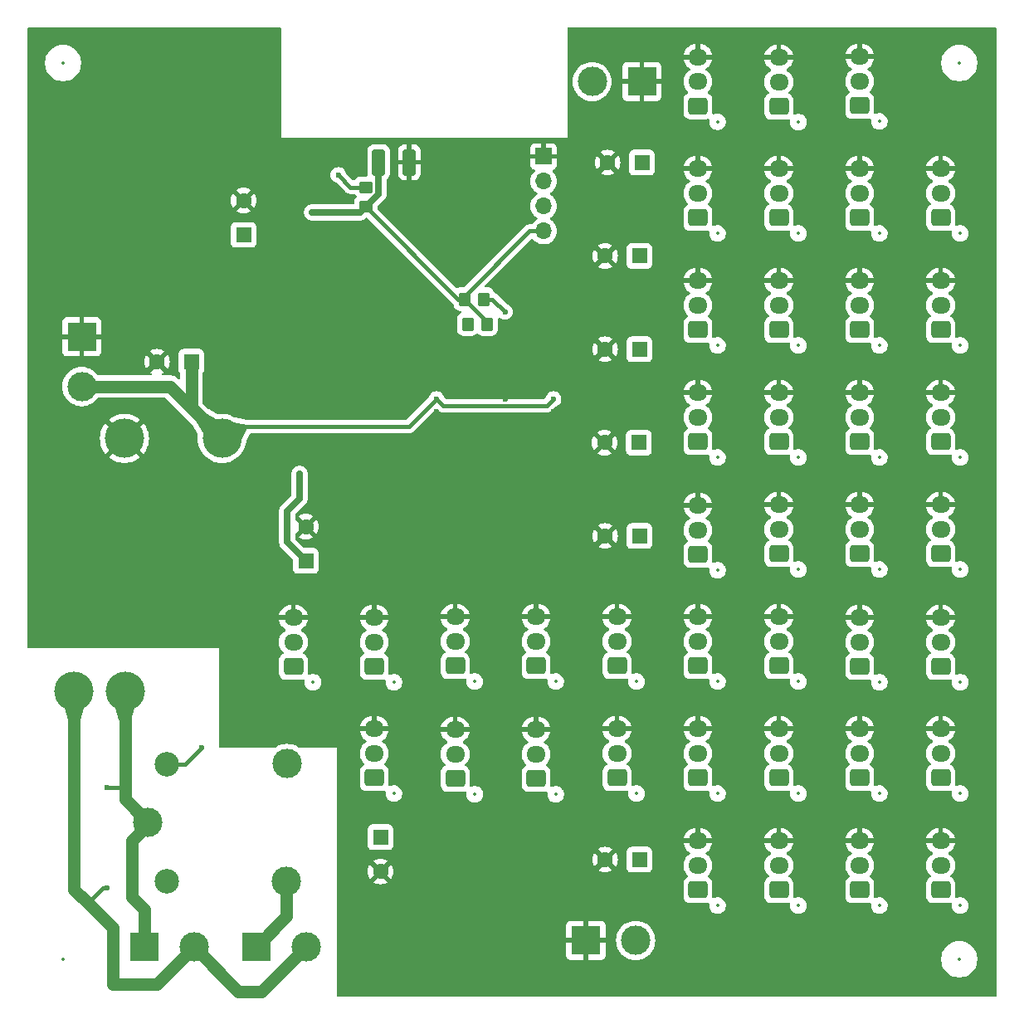
<source format=gbl>
%TF.GenerationSoftware,KiCad,Pcbnew,8.0.9*%
%TF.CreationDate,2025-02-25T22:51:42+01:00*%
%TF.ProjectId,WLED Controller,574c4544-2043-46f6-9e74-726f6c6c6572,rev?*%
%TF.SameCoordinates,Original*%
%TF.FileFunction,Copper,L2,Bot*%
%TF.FilePolarity,Positive*%
%FSLAX46Y46*%
G04 Gerber Fmt 4.6, Leading zero omitted, Abs format (unit mm)*
G04 Created by KiCad (PCBNEW 8.0.9) date 2025-02-25 22:51:42*
%MOMM*%
%LPD*%
G01*
G04 APERTURE LIST*
G04 Aperture macros list*
%AMRoundRect*
0 Rectangle with rounded corners*
0 $1 Rounding radius*
0 $2 $3 $4 $5 $6 $7 $8 $9 X,Y pos of 4 corners*
0 Add a 4 corners polygon primitive as box body*
4,1,4,$2,$3,$4,$5,$6,$7,$8,$9,$2,$3,0*
0 Add four circle primitives for the rounded corners*
1,1,$1+$1,$2,$3*
1,1,$1+$1,$4,$5*
1,1,$1+$1,$6,$7*
1,1,$1+$1,$8,$9*
0 Add four rect primitives between the rounded corners*
20,1,$1+$1,$2,$3,$4,$5,0*
20,1,$1+$1,$4,$5,$6,$7,0*
20,1,$1+$1,$6,$7,$8,$9,0*
20,1,$1+$1,$8,$9,$2,$3,0*%
G04 Aperture macros list end*
%TA.AperFunction,ComponentPad*%
%ADD10C,4.000000*%
%TD*%
%TA.AperFunction,ComponentPad*%
%ADD11RoundRect,0.250000X0.725000X-0.600000X0.725000X0.600000X-0.725000X0.600000X-0.725000X-0.600000X0*%
%TD*%
%TA.AperFunction,ComponentPad*%
%ADD12O,1.950000X1.700000*%
%TD*%
%TA.AperFunction,ComponentPad*%
%ADD13R,1.600000X1.600000*%
%TD*%
%TA.AperFunction,ComponentPad*%
%ADD14C,1.600000*%
%TD*%
%TA.AperFunction,ComponentPad*%
%ADD15R,1.700000X1.700000*%
%TD*%
%TA.AperFunction,ComponentPad*%
%ADD16O,1.700000X1.700000*%
%TD*%
%TA.AperFunction,ComponentPad*%
%ADD17R,3.000000X3.000000*%
%TD*%
%TA.AperFunction,ComponentPad*%
%ADD18C,3.000000*%
%TD*%
%TA.AperFunction,ComponentPad*%
%ADD19C,2.500000*%
%TD*%
%TA.AperFunction,SMDPad,CuDef*%
%ADD20RoundRect,0.250000X0.450000X-0.350000X0.450000X0.350000X-0.450000X0.350000X-0.450000X-0.350000X0*%
%TD*%
%TA.AperFunction,SMDPad,CuDef*%
%ADD21RoundRect,0.250000X0.350000X0.450000X-0.350000X0.450000X-0.350000X-0.450000X0.350000X-0.450000X0*%
%TD*%
%TA.AperFunction,SMDPad,CuDef*%
%ADD22RoundRect,0.250000X0.412500X1.100000X-0.412500X1.100000X-0.412500X-1.100000X0.412500X-1.100000X0*%
%TD*%
%TA.AperFunction,SMDPad,CuDef*%
%ADD23RoundRect,0.250000X-0.350000X-0.450000X0.350000X-0.450000X0.350000X0.450000X-0.350000X0.450000X0*%
%TD*%
%TA.AperFunction,ViaPad*%
%ADD24C,0.600000*%
%TD*%
%TA.AperFunction,Conductor*%
%ADD25C,1.270000*%
%TD*%
%TA.AperFunction,Conductor*%
%ADD26C,0.381000*%
%TD*%
%TA.AperFunction,Conductor*%
%ADD27C,0.635000*%
%TD*%
%ADD28C,0.300000*%
%ADD29C,0.350000*%
G04 APERTURE END LIST*
D10*
%TO.P,U4,1,L*%
%TO.N,LINE*%
X30440300Y-88228500D03*
%TO.P,U4,2,N*%
%TO.N,NEUT*%
X25258700Y-88228500D03*
%TO.P,U4,3,-*%
%TO.N,GND*%
X30389500Y-62447500D03*
%TO.P,U4,4,+*%
%TO.N,+5V*%
X40346300Y-62447500D03*
%TD*%
D11*
%TO.P,J18,1,Pin_1*%
%TO.N,Vdrive*%
X88900000Y-85645000D03*
D12*
%TO.P,J18,2,Pin_2*%
%TO.N,Net-(J18-Pin_2)*%
X88900000Y-83145000D03*
%TO.P,J18,3,Pin_3*%
%TO.N,GND*%
X88900000Y-80645000D03*
%TD*%
D11*
%TO.P,J26,1,Pin_1*%
%TO.N,Vdrive*%
X97155000Y-97075000D03*
D12*
%TO.P,J26,2,Pin_2*%
%TO.N,Net-(J26-Pin_2)*%
X97155000Y-94575000D03*
%TO.P,J26,3,Pin_3*%
%TO.N,GND*%
X97155000Y-92075000D03*
%TD*%
D11*
%TO.P,J15,1,Pin_1*%
%TO.N,Vdrive*%
X64135000Y-85645000D03*
D12*
%TO.P,J15,2,Pin_2*%
%TO.N,Net-(J14-Pin_2)*%
X64135000Y-83145000D03*
%TO.P,J15,3,Pin_3*%
%TO.N,GND*%
X64135000Y-80645000D03*
%TD*%
D13*
%TO.P,C9,1*%
%TO.N,Vdrive*%
X82932651Y-72390000D03*
D14*
%TO.P,C9,2*%
%TO.N,GND*%
X79432651Y-72390000D03*
%TD*%
D11*
%TO.P,J44,1,Pin_1*%
%TO.N,Vdrive*%
X97155000Y-28575000D03*
D12*
%TO.P,J44,2,Pin_2*%
%TO.N,Net-(J44-Pin_2)*%
X97155000Y-26075000D03*
%TO.P,J44,3,Pin_3*%
%TO.N,GND*%
X97155000Y-23575000D03*
%TD*%
D11*
%TO.P,J20,1,Pin_1*%
%TO.N,Vdrive*%
X105410000Y-85725000D03*
D12*
%TO.P,J20,2,Pin_2*%
%TO.N,Net-(J20-Pin_2)*%
X105410000Y-83225000D03*
%TO.P,J20,3,Pin_3*%
%TO.N,GND*%
X105410000Y-80725000D03*
%TD*%
D11*
%TO.P,J39,1,Pin_1*%
%TO.N,Vdrive*%
X105410000Y-51355000D03*
D12*
%TO.P,J39,2,Pin_2*%
%TO.N,Net-(J38-Pin_2)*%
X105410000Y-48855000D03*
%TO.P,J39,3,Pin_3*%
%TO.N,GND*%
X105410000Y-46355000D03*
%TD*%
D11*
%TO.P,J14,1,Pin_1*%
%TO.N,Vdrive*%
X55880000Y-85725000D03*
D12*
%TO.P,J14,2,Pin_2*%
%TO.N,Net-(J14-Pin_2)*%
X55880000Y-83225000D03*
%TO.P,J14,3,Pin_3*%
%TO.N,GND*%
X55880000Y-80725000D03*
%TD*%
D11*
%TO.P,J36,1,Pin_1*%
%TO.N,Vdrive*%
X105410000Y-62785000D03*
D12*
%TO.P,J36,2,Pin_2*%
%TO.N,Net-(J35-Pin_2)*%
X105410000Y-60285000D03*
%TO.P,J36,3,Pin_3*%
%TO.N,GND*%
X105410000Y-57785000D03*
%TD*%
D11*
%TO.P,J24,1,Pin_1*%
%TO.N,Vdrive*%
X113665000Y-74215000D03*
D12*
%TO.P,J24,2,Pin_2*%
%TO.N,unconnected-(J24-Pin_2-Pad2)*%
X113665000Y-71715000D03*
%TO.P,J24,3,Pin_3*%
%TO.N,GND*%
X113665000Y-69215000D03*
%TD*%
D11*
%TO.P,J8,1,Pin_1*%
%TO.N,Vdrive*%
X47625000Y-85725000D03*
D12*
%TO.P,J8,2,Pin_2*%
%TO.N,WLED Channel 2 TTL*%
X47625000Y-83225000D03*
%TO.P,J8,3,Pin_3*%
%TO.N,GND*%
X47625000Y-80725000D03*
%TD*%
D11*
%TO.P,J31,1,Pin_1*%
%TO.N,Vdrive*%
X113665000Y-108505000D03*
D12*
%TO.P,J31,2,Pin_2*%
%TO.N,unconnected-(J31-Pin_2-Pad2)*%
X113665000Y-106005000D03*
%TO.P,J31,3,Pin_3*%
%TO.N,GND*%
X113665000Y-103505000D03*
%TD*%
D11*
%TO.P,J22,1,Pin_1*%
%TO.N,Vdrive*%
X97155000Y-74215000D03*
D12*
%TO.P,J22,2,Pin_2*%
%TO.N,Net-(J22-Pin_2)*%
X97155000Y-71715000D03*
%TO.P,J22,3,Pin_3*%
%TO.N,GND*%
X97155000Y-69215000D03*
%TD*%
D11*
%TO.P,J42,1,Pin_1*%
%TO.N,Vdrive*%
X105410000Y-39925000D03*
D12*
%TO.P,J42,2,Pin_2*%
%TO.N,Net-(J41-Pin_2)*%
X105410000Y-37425000D03*
%TO.P,J42,3,Pin_3*%
%TO.N,GND*%
X105410000Y-34925000D03*
%TD*%
D11*
%TO.P,J32,1,Pin_1*%
%TO.N,Vdrive*%
X97155000Y-108505000D03*
D12*
%TO.P,J32,2,Pin_2*%
%TO.N,Net-(J32-Pin_2)*%
X97155000Y-106005000D03*
%TO.P,J32,3,Pin_3*%
%TO.N,GND*%
X97155000Y-103505000D03*
%TD*%
D15*
%TO.P,J1,1,Pin_1*%
%TO.N,GND*%
X73170000Y-33665000D03*
D16*
%TO.P,J1,2,Pin_2*%
%TO.N,TX*%
X73170000Y-36205000D03*
%TO.P,J1,3,Pin_3*%
%TO.N,RX*%
X73170000Y-38745000D03*
%TO.P,J1,4,Pin_4*%
%TO.N,+3.3V*%
X73170000Y-41285000D03*
%TD*%
D11*
%TO.P,J9,1,Pin_1*%
%TO.N,Vdrive*%
X88900000Y-74295000D03*
D12*
%TO.P,J9,2,Pin_2*%
%TO.N,WLED Channel 3 TTL*%
X88900000Y-71795000D03*
%TO.P,J9,3,Pin_3*%
%TO.N,GND*%
X88900000Y-69295000D03*
%TD*%
D11*
%TO.P,J12,1,Pin_1*%
%TO.N,Vdrive*%
X88900000Y-39925000D03*
D12*
%TO.P,J12,2,Pin_2*%
%TO.N,WLED Channel 6 TTL*%
X88900000Y-37425000D03*
%TO.P,J12,3,Pin_3*%
%TO.N,GND*%
X88900000Y-34925000D03*
%TD*%
D11*
%TO.P,J16,1,Pin_1*%
%TO.N,Vdrive*%
X72390000Y-85645000D03*
D12*
%TO.P,J16,2,Pin_2*%
%TO.N,Net-(J16-Pin_2)*%
X72390000Y-83145000D03*
%TO.P,J16,3,Pin_3*%
%TO.N,GND*%
X72390000Y-80645000D03*
%TD*%
D17*
%TO.P,J5,1,Pin_1*%
%TO.N,GND*%
X77470000Y-113665000D03*
D18*
%TO.P,J5,2,Pin_2*%
%TO.N,Vdrive*%
X82550000Y-113665000D03*
%TD*%
D11*
%TO.P,J23,1,Pin_1*%
%TO.N,Vdrive*%
X105410000Y-74215000D03*
D12*
%TO.P,J23,2,Pin_2*%
%TO.N,Net-(J22-Pin_2)*%
X105410000Y-71715000D03*
%TO.P,J23,3,Pin_3*%
%TO.N,GND*%
X105410000Y-69215000D03*
%TD*%
D17*
%TO.P,J46,1,Pin_1*%
%TO.N,GND*%
X83185000Y-26035000D03*
D18*
%TO.P,J46,2,Pin_2*%
%TO.N,Vdrive*%
X78105000Y-26035000D03*
%TD*%
D11*
%TO.P,J7,1,Pin_1*%
%TO.N,Vdrive*%
X55880000Y-97075000D03*
D12*
%TO.P,J7,2,Pin_2*%
%TO.N,WLED Channel 1 TTL*%
X55880000Y-94575000D03*
%TO.P,J7,3,Pin_3*%
%TO.N,GND*%
X55880000Y-92075000D03*
%TD*%
D11*
%TO.P,J33,1,Pin_1*%
%TO.N,Vdrive*%
X105410000Y-108505000D03*
D12*
%TO.P,J33,2,Pin_2*%
%TO.N,Net-(J32-Pin_2)*%
X105410000Y-106005000D03*
%TO.P,J33,3,Pin_3*%
%TO.N,GND*%
X105410000Y-103505000D03*
%TD*%
D11*
%TO.P,J34,1,Pin_1*%
%TO.N,Vdrive*%
X80645000Y-97075000D03*
D12*
%TO.P,J34,2,Pin_2*%
%TO.N,Net-(J25-Pin_2)*%
X80645000Y-94575000D03*
%TO.P,J34,3,Pin_3*%
%TO.N,GND*%
X80645000Y-92075000D03*
%TD*%
D11*
%TO.P,J35,1,Pin_1*%
%TO.N,Vdrive*%
X97155000Y-62785000D03*
D12*
%TO.P,J35,2,Pin_2*%
%TO.N,Net-(J35-Pin_2)*%
X97155000Y-60285000D03*
%TO.P,J35,3,Pin_3*%
%TO.N,GND*%
X97155000Y-57785000D03*
%TD*%
D11*
%TO.P,J25,1,Pin_1*%
%TO.N,Vdrive*%
X88900000Y-97075000D03*
D12*
%TO.P,J25,2,Pin_2*%
%TO.N,Net-(J25-Pin_2)*%
X88900000Y-94575000D03*
%TO.P,J25,3,Pin_3*%
%TO.N,GND*%
X88900000Y-92075000D03*
%TD*%
D13*
%TO.P,C1,1*%
%TO.N,+5V*%
X37212651Y-54610000D03*
D14*
%TO.P,C1,2*%
%TO.N,GND*%
X33712651Y-54610000D03*
%TD*%
D13*
%TO.P,C5,1*%
%TO.N,Vdrive*%
X83185000Y-34290000D03*
D14*
%TO.P,C5,2*%
%TO.N,GND*%
X79685000Y-34290000D03*
%TD*%
D11*
%TO.P,J41,1,Pin_1*%
%TO.N,Vdrive*%
X97155000Y-39925000D03*
D12*
%TO.P,J41,2,Pin_2*%
%TO.N,Net-(J41-Pin_2)*%
X97155000Y-37425000D03*
%TO.P,J41,3,Pin_3*%
%TO.N,GND*%
X97155000Y-34925000D03*
%TD*%
D11*
%TO.P,J19,1,Pin_1*%
%TO.N,Vdrive*%
X97155000Y-85645000D03*
D12*
%TO.P,J19,2,Pin_2*%
%TO.N,Net-(J18-Pin_2)*%
X97155000Y-83145000D03*
%TO.P,J19,3,Pin_3*%
%TO.N,GND*%
X97155000Y-80645000D03*
%TD*%
D11*
%TO.P,J21,1,Pin_1*%
%TO.N,Vdrive*%
X113665000Y-85725000D03*
D12*
%TO.P,J21,2,Pin_2*%
%TO.N,Net-(J20-Pin_2)*%
X113665000Y-83225000D03*
%TO.P,J21,3,Pin_3*%
%TO.N,GND*%
X113665000Y-80725000D03*
%TD*%
D17*
%TO.P,J4,1,Pin_1*%
%TO.N,GND*%
X26035000Y-52070000D03*
D18*
%TO.P,J4,2,Pin_2*%
%TO.N,+5V*%
X26035000Y-57150000D03*
%TD*%
D17*
%TO.P,J3,1,Pin_1*%
%TO.N,LINE*%
X32385000Y-114300000D03*
D18*
%TO.P,J3,2,Pin_2*%
%TO.N,NEUT*%
X37465000Y-114300000D03*
%TD*%
D13*
%TO.P,C2,1*%
%TO.N,+3.3V*%
X42545000Y-41657651D03*
D14*
%TO.P,C2,2*%
%TO.N,GND*%
X42545000Y-38157651D03*
%TD*%
D11*
%TO.P,J10,1,Pin_1*%
%TO.N,Vdrive*%
X88900000Y-62785000D03*
D12*
%TO.P,J10,2,Pin_2*%
%TO.N,WLED Channel 4 TTL*%
X88900000Y-60285000D03*
%TO.P,J10,3,Pin_3*%
%TO.N,GND*%
X88900000Y-57785000D03*
%TD*%
D13*
%TO.P,C8,1*%
%TO.N,Vdrive*%
X82932651Y-53340000D03*
D14*
%TO.P,C8,2*%
%TO.N,GND*%
X79432651Y-53340000D03*
%TD*%
D11*
%TO.P,J38,1,Pin_1*%
%TO.N,Vdrive*%
X97155000Y-51355000D03*
D12*
%TO.P,J38,2,Pin_2*%
%TO.N,Net-(J38-Pin_2)*%
X97155000Y-48855000D03*
%TO.P,J38,3,Pin_3*%
%TO.N,GND*%
X97155000Y-46355000D03*
%TD*%
D13*
%TO.P,C6,1*%
%TO.N,Vdrive*%
X82932651Y-43815000D03*
D14*
%TO.P,C6,2*%
%TO.N,GND*%
X79432651Y-43815000D03*
%TD*%
D11*
%TO.P,J11,1,Pin_1*%
%TO.N,Vdrive*%
X88900000Y-51355000D03*
D12*
%TO.P,J11,2,Pin_2*%
%TO.N,WLED Channel 5 TTL*%
X88900000Y-48855000D03*
%TO.P,J11,3,Pin_3*%
%TO.N,GND*%
X88900000Y-46355000D03*
%TD*%
D11*
%TO.P,J27,1,Pin_1*%
%TO.N,Vdrive*%
X105410000Y-97075000D03*
D12*
%TO.P,J27,2,Pin_2*%
%TO.N,Net-(J26-Pin_2)*%
X105410000Y-94575000D03*
%TO.P,J27,3,Pin_3*%
%TO.N,GND*%
X105410000Y-92075000D03*
%TD*%
D13*
%TO.P,C11,1*%
%TO.N,Vdrive*%
X56515000Y-103122349D03*
D14*
%TO.P,C11,2*%
%TO.N,GND*%
X56515000Y-106622349D03*
%TD*%
D11*
%TO.P,J45,1,Pin_1*%
%TO.N,Vdrive*%
X105410000Y-28495000D03*
D12*
%TO.P,J45,2,Pin_2*%
%TO.N,Net-(J44-Pin_2)*%
X105410000Y-25995000D03*
%TO.P,J45,3,Pin_3*%
%TO.N,GND*%
X105410000Y-23495000D03*
%TD*%
D11*
%TO.P,J29,1,Pin_1*%
%TO.N,Vdrive*%
X64135000Y-97155000D03*
D12*
%TO.P,J29,2,Pin_2*%
%TO.N,Net-(J29-Pin_2)*%
X64135000Y-94655000D03*
%TO.P,J29,3,Pin_3*%
%TO.N,GND*%
X64135000Y-92155000D03*
%TD*%
D11*
%TO.P,J6,1,Pin_1*%
%TO.N,Vdrive*%
X88900000Y-108505000D03*
D12*
%TO.P,J6,2,Pin_2*%
%TO.N,WLED Channel 0 TTL*%
X88900000Y-106005000D03*
%TO.P,J6,3,Pin_3*%
%TO.N,GND*%
X88900000Y-103505000D03*
%TD*%
D11*
%TO.P,J17,1,Pin_1*%
%TO.N,Vdrive*%
X80645000Y-85645000D03*
D12*
%TO.P,J17,2,Pin_2*%
%TO.N,Net-(J16-Pin_2)*%
X80645000Y-83145000D03*
%TO.P,J17,3,Pin_3*%
%TO.N,GND*%
X80645000Y-80645000D03*
%TD*%
D17*
%TO.P,J2,1,Pin_1*%
%TO.N,LINE OUT*%
X43815000Y-114300000D03*
D18*
%TO.P,J2,2,Pin_2*%
%TO.N,NEUT*%
X48895000Y-114300000D03*
%TD*%
D11*
%TO.P,J30,1,Pin_1*%
%TO.N,Vdrive*%
X72390000Y-97155000D03*
D12*
%TO.P,J30,2,Pin_2*%
%TO.N,Net-(J29-Pin_2)*%
X72390000Y-94655000D03*
%TO.P,J30,3,Pin_3*%
%TO.N,GND*%
X72390000Y-92155000D03*
%TD*%
D11*
%TO.P,J37,1,Pin_1*%
%TO.N,Vdrive*%
X113665000Y-62785000D03*
D12*
%TO.P,J37,2,Pin_2*%
%TO.N,unconnected-(J37-Pin_2-Pad2)*%
X113665000Y-60285000D03*
%TO.P,J37,3,Pin_3*%
%TO.N,GND*%
X113665000Y-57785000D03*
%TD*%
D11*
%TO.P,J28,1,Pin_1*%
%TO.N,Vdrive*%
X113665000Y-97075000D03*
D12*
%TO.P,J28,2,Pin_2*%
%TO.N,unconnected-(J28-Pin_2-Pad2)*%
X113665000Y-94575000D03*
%TO.P,J28,3,Pin_3*%
%TO.N,GND*%
X113665000Y-92075000D03*
%TD*%
D11*
%TO.P,J40,1,Pin_1*%
%TO.N,Vdrive*%
X113665000Y-51355000D03*
D12*
%TO.P,J40,2,Pin_2*%
%TO.N,unconnected-(J40-Pin_2-Pad2)*%
X113665000Y-48855000D03*
%TO.P,J40,3,Pin_3*%
%TO.N,GND*%
X113665000Y-46355000D03*
%TD*%
D11*
%TO.P,J13,1,Pin_1*%
%TO.N,Vdrive*%
X88900000Y-28535000D03*
D12*
%TO.P,J13,2,Pin_2*%
%TO.N,WLED Channel 7 TTL*%
X88900000Y-26035000D03*
%TO.P,J13,3,Pin_3*%
%TO.N,GND*%
X88900000Y-23535000D03*
%TD*%
D13*
%TO.P,C10,1*%
%TO.N,Vdrive*%
X82932651Y-105410000D03*
D14*
%TO.P,C10,2*%
%TO.N,GND*%
X79432651Y-105410000D03*
%TD*%
D11*
%TO.P,J43,1,Pin_1*%
%TO.N,Vdrive*%
X113665000Y-39925000D03*
D12*
%TO.P,J43,2,Pin_2*%
%TO.N,unconnected-(J43-Pin_2-Pad2)*%
X113665000Y-37425000D03*
%TO.P,J43,3,Pin_3*%
%TO.N,GND*%
X113665000Y-34925000D03*
%TD*%
D13*
%TO.P,C12,1*%
%TO.N,Vdrive*%
X48895000Y-74930000D03*
D14*
%TO.P,C12,2*%
%TO.N,GND*%
X48895000Y-71430000D03*
%TD*%
D18*
%TO.P,K1,1*%
%TO.N,LINE*%
X32775000Y-101600000D03*
D19*
%TO.P,K1,2*%
%TO.N,+5V*%
X34725000Y-107650000D03*
D18*
%TO.P,K1,3*%
%TO.N,LINE OUT*%
X46925000Y-107650000D03*
%TO.P,K1,4*%
%TO.N,unconnected-(K1-Pad4)*%
X46975000Y-95600000D03*
D19*
%TO.P,K1,5*%
%TO.N,RELAIS LINE OUT*%
X34725000Y-95650000D03*
%TD*%
D13*
%TO.P,C7,1*%
%TO.N,Vdrive*%
X82875000Y-62865000D03*
D14*
%TO.P,C7,2*%
%TO.N,GND*%
X79375000Y-62865000D03*
%TD*%
D20*
%TO.P,R1,1*%
%TO.N,+3.3V*%
X55010000Y-38800000D03*
%TO.P,R1,2*%
%TO.N,Net-(U1-EN)*%
X55010000Y-36800000D03*
%TD*%
D21*
%TO.P,R8,1*%
%TO.N,+3.3V*%
X67405000Y-50800000D03*
%TO.P,R8,2*%
%TO.N,Net-(U1-IO15)*%
X65405000Y-50800000D03*
%TD*%
D22*
%TO.P,C3,1*%
%TO.N,GND*%
X59455000Y-34260000D03*
%TO.P,C3,2*%
%TO.N,+3.3V*%
X56330000Y-34260000D03*
%TD*%
D23*
%TO.P,R2,1*%
%TO.N,+3.3V*%
X65075000Y-48230000D03*
%TO.P,R2,2*%
%TO.N,Net-(U1-IO0)*%
X67075000Y-48230000D03*
%TD*%
D24*
%TO.N,+5V*%
X62230000Y-58420000D03*
X74165000Y-58420000D03*
%TO.N,GND*%
X62230000Y-59690000D03*
X62230000Y-63500000D03*
X26035000Y-74980000D03*
X69215000Y-66040000D03*
X74165000Y-63500000D03*
X69215000Y-58420000D03*
X37345000Y-46355000D03*
X45730000Y-34260000D03*
X57280000Y-66040000D03*
X74165000Y-59690000D03*
X69215000Y-33020000D03*
X57280000Y-62230000D03*
X72535000Y-51630000D03*
X57280000Y-58420000D03*
X69215000Y-62230000D03*
X55000000Y-50530000D03*
X41935000Y-53580000D03*
X31750000Y-72390000D03*
X52215000Y-33020000D03*
X50945000Y-62230000D03*
X59715000Y-40520000D03*
%TO.N,+3.3V*%
X56330000Y-34260000D03*
X49530000Y-39370000D03*
%TO.N,NEUT*%
X28575000Y-108340000D03*
%TO.N,Net-(U1-EN)*%
X52215000Y-35560000D03*
%TO.N,Net-(U1-IO0)*%
X69215000Y-49530000D03*
%TO.N,LINE*%
X28575000Y-98035000D03*
%TO.N,RELAIS LINE OUT*%
X38250500Y-93980000D03*
%TO.N,Vdrive*%
X48260000Y-66040000D03*
%TO.N,Net-(U1-IO15)*%
X65405000Y-50800000D03*
%TD*%
D25*
%TO.N,+5V*%
X26035000Y-57150000D02*
X35048800Y-57150000D01*
D26*
X59434400Y-61215600D02*
X41578200Y-61215600D01*
X62230000Y-58420000D02*
X59434400Y-61215600D01*
X41578200Y-61215600D02*
X40346300Y-62447500D01*
X73474500Y-59110500D02*
X62920500Y-59110500D01*
X74165000Y-58420000D02*
X73474500Y-59110500D01*
D25*
X37212651Y-54610000D02*
X37212651Y-59313851D01*
D26*
X62920500Y-59110500D02*
X62230000Y-58420000D01*
D25*
X35048800Y-57150000D02*
X40346300Y-62447500D01*
X37212651Y-59313851D02*
X40346300Y-62447500D01*
D26*
%TO.N,+3.3V*%
X65075000Y-48230000D02*
X65075000Y-47930000D01*
D27*
X54440000Y-39370000D02*
X55010000Y-38800000D01*
X49530000Y-39370000D02*
X54440000Y-39370000D01*
D26*
X67405000Y-50800000D02*
X67405000Y-50560000D01*
D27*
X56330000Y-37480000D02*
X56330000Y-34260000D01*
D26*
X64440000Y-48230000D02*
X65075000Y-48230000D01*
X55010000Y-38800000D02*
X64440000Y-48230000D01*
D27*
X55010000Y-38800000D02*
X56330000Y-37480000D01*
D26*
X67405000Y-50560000D02*
X65075000Y-48230000D01*
X65075000Y-47930000D02*
X71720000Y-41285000D01*
X71720000Y-41285000D02*
X73170000Y-41285000D01*
D25*
%TO.N,NEUT*%
X25258700Y-108443700D02*
X26670000Y-109855000D01*
D26*
X28575000Y-108340000D02*
X28185000Y-108340000D01*
D25*
X26670000Y-109855000D02*
X29210000Y-112395000D01*
X44330000Y-118865000D02*
X48895000Y-114300000D01*
D26*
X28185000Y-108340000D02*
X26670000Y-109855000D01*
D25*
X29210000Y-118110000D02*
X33655000Y-118110000D01*
X42030000Y-118865000D02*
X44330000Y-118865000D01*
X29210000Y-112395000D02*
X29210000Y-118110000D01*
X37465000Y-114300000D02*
X42030000Y-118865000D01*
X33655000Y-118110000D02*
X37465000Y-114300000D01*
X25258700Y-88228500D02*
X25258700Y-108443700D01*
D26*
%TO.N,Net-(U1-EN)*%
X55010000Y-36800000D02*
X53455000Y-36800000D01*
X53455000Y-36800000D02*
X52215000Y-35560000D01*
%TO.N,Net-(U1-IO0)*%
X67915000Y-48230000D02*
X69215000Y-49530000D01*
X67075000Y-48230000D02*
X67915000Y-48230000D01*
%TO.N,LINE*%
X30195300Y-98035000D02*
X30440300Y-97790000D01*
D25*
X31115000Y-103505000D02*
X31115000Y-109220000D01*
X30440300Y-99265300D02*
X32775000Y-101600000D01*
X32775000Y-101600000D02*
X32775000Y-101845000D01*
D26*
X28575000Y-98035000D02*
X30195300Y-98035000D01*
D25*
X32775000Y-101845000D02*
X31115000Y-103505000D01*
X32385000Y-110490000D02*
X32385000Y-114300000D01*
X30440300Y-97790000D02*
X30440300Y-99265300D01*
X30440300Y-88228500D02*
X30440300Y-97790000D01*
X31115000Y-109220000D02*
X32385000Y-110490000D01*
%TO.N,LINE OUT*%
X46925000Y-111190000D02*
X43815000Y-114300000D01*
X46925000Y-107650000D02*
X46925000Y-111190000D01*
D26*
%TO.N,RELAIS LINE OUT*%
X36580500Y-95650000D02*
X34725000Y-95650000D01*
X38250500Y-93980000D02*
X36580500Y-95650000D01*
D27*
%TO.N,Vdrive*%
X48260000Y-66040000D02*
X48260000Y-68580000D01*
X46990000Y-73025000D02*
X48895000Y-74930000D01*
X48260000Y-68580000D02*
X46990000Y-69850000D01*
X46990000Y-69850000D02*
X46990000Y-73025000D01*
%TD*%
%TA.AperFunction,Conductor*%
%TO.N,GND*%
G36*
X46298039Y-20520185D02*
G01*
X46343794Y-20572989D01*
X46355000Y-20624500D01*
X46355000Y-31750000D01*
X75565000Y-31750000D01*
X75565000Y-26034998D01*
X76099390Y-26034998D01*
X76099390Y-26035001D01*
X76119804Y-26320433D01*
X76180628Y-26600037D01*
X76180630Y-26600043D01*
X76180631Y-26600046D01*
X76253345Y-26795000D01*
X76280635Y-26868166D01*
X76417770Y-27119309D01*
X76417775Y-27119317D01*
X76589254Y-27348387D01*
X76589270Y-27348405D01*
X76791594Y-27550729D01*
X76791612Y-27550745D01*
X77020682Y-27722224D01*
X77020690Y-27722229D01*
X77271833Y-27859364D01*
X77271832Y-27859364D01*
X77271836Y-27859365D01*
X77271839Y-27859367D01*
X77539954Y-27959369D01*
X77539960Y-27959370D01*
X77539962Y-27959371D01*
X77819566Y-28020195D01*
X77819568Y-28020195D01*
X77819572Y-28020196D01*
X78073220Y-28038337D01*
X78104999Y-28040610D01*
X78105000Y-28040610D01*
X78105001Y-28040610D01*
X78133595Y-28038564D01*
X78390428Y-28020196D01*
X78670046Y-27959369D01*
X78938161Y-27859367D01*
X79189315Y-27722226D01*
X79418395Y-27550739D01*
X79620739Y-27348395D01*
X79792226Y-27119315D01*
X79929367Y-26868161D01*
X80029369Y-26600046D01*
X80083493Y-26351243D01*
X80090195Y-26320433D01*
X80090195Y-26320432D01*
X80090196Y-26320428D01*
X80110610Y-26035000D01*
X80090196Y-25749572D01*
X80083493Y-25718760D01*
X80029371Y-25469962D01*
X80029370Y-25469960D01*
X80029369Y-25469954D01*
X79929367Y-25201839D01*
X79903904Y-25155208D01*
X79792229Y-24950690D01*
X79792224Y-24950682D01*
X79620745Y-24721612D01*
X79620729Y-24721594D01*
X79418405Y-24519270D01*
X79418387Y-24519254D01*
X79375508Y-24487155D01*
X81185000Y-24487155D01*
X81185000Y-25785000D01*
X82465936Y-25785000D01*
X82454207Y-25813316D01*
X82425000Y-25960147D01*
X82425000Y-26109853D01*
X82454207Y-26256684D01*
X82465936Y-26285000D01*
X81185000Y-26285000D01*
X81185000Y-27582844D01*
X81191401Y-27642372D01*
X81191403Y-27642379D01*
X81241645Y-27777086D01*
X81241649Y-27777093D01*
X81327809Y-27892187D01*
X81327812Y-27892190D01*
X81442906Y-27978350D01*
X81442913Y-27978354D01*
X81577620Y-28028596D01*
X81577627Y-28028598D01*
X81637155Y-28034999D01*
X81637172Y-28035000D01*
X82935000Y-28035000D01*
X82935000Y-26754064D01*
X82963316Y-26765793D01*
X83110147Y-26795000D01*
X83259853Y-26795000D01*
X83406684Y-26765793D01*
X83435000Y-26754064D01*
X83435000Y-28035000D01*
X84732828Y-28035000D01*
X84732844Y-28034999D01*
X84792372Y-28028598D01*
X84792379Y-28028596D01*
X84927086Y-27978354D01*
X84927093Y-27978350D01*
X85042187Y-27892190D01*
X85042190Y-27892187D01*
X85128350Y-27777093D01*
X85128354Y-27777086D01*
X85178596Y-27642379D01*
X85178598Y-27642372D01*
X85184999Y-27582844D01*
X85185000Y-27582827D01*
X85185000Y-26285000D01*
X83904064Y-26285000D01*
X83915793Y-26256684D01*
X83945000Y-26109853D01*
X83945000Y-25960147D01*
X83938747Y-25928713D01*
X87424500Y-25928713D01*
X87424500Y-26141286D01*
X87451418Y-26311243D01*
X87457754Y-26351243D01*
X87512415Y-26519472D01*
X87523444Y-26553414D01*
X87619951Y-26742820D01*
X87744890Y-26914786D01*
X87883705Y-27053601D01*
X87917190Y-27114924D01*
X87912206Y-27184616D01*
X87870334Y-27240549D01*
X87861121Y-27246821D01*
X87706342Y-27342289D01*
X87582289Y-27466342D01*
X87490187Y-27615663D01*
X87490185Y-27615668D01*
X87462349Y-27699670D01*
X87435001Y-27782203D01*
X87435001Y-27782204D01*
X87435000Y-27782204D01*
X87424500Y-27884983D01*
X87424500Y-29185001D01*
X87424501Y-29185018D01*
X87435000Y-29287796D01*
X87435001Y-29287799D01*
X87483572Y-29434374D01*
X87490186Y-29454334D01*
X87582288Y-29603656D01*
X87706344Y-29727712D01*
X87855666Y-29819814D01*
X88022203Y-29874999D01*
X88124991Y-29885500D01*
X89675008Y-29885499D01*
X89777797Y-29874999D01*
X89904031Y-29833168D01*
X89973855Y-29830767D01*
X90033897Y-29866498D01*
X90065091Y-29929018D01*
X90064650Y-29975065D01*
X90049500Y-30051234D01*
X90049500Y-30218771D01*
X90082182Y-30383074D01*
X90082184Y-30383082D01*
X90146295Y-30537860D01*
X90239373Y-30677162D01*
X90357837Y-30795626D01*
X90450494Y-30857537D01*
X90497137Y-30888703D01*
X90651918Y-30952816D01*
X90816228Y-30985499D01*
X90816232Y-30985500D01*
X90816233Y-30985500D01*
X90983768Y-30985500D01*
X90983769Y-30985499D01*
X91148082Y-30952816D01*
X91302863Y-30888703D01*
X91442162Y-30795626D01*
X91560626Y-30677162D01*
X91653703Y-30537863D01*
X91717816Y-30383082D01*
X91750500Y-30218767D01*
X91750500Y-30051233D01*
X91717816Y-29886918D01*
X91653703Y-29732137D01*
X91622537Y-29685494D01*
X91560626Y-29592837D01*
X91442162Y-29474373D01*
X91302860Y-29381295D01*
X91148082Y-29317184D01*
X91148074Y-29317182D01*
X90983771Y-29284500D01*
X90983767Y-29284500D01*
X90816233Y-29284500D01*
X90816228Y-29284500D01*
X90651925Y-29317182D01*
X90651913Y-29317185D01*
X90541109Y-29363082D01*
X90471640Y-29370551D01*
X90409161Y-29339276D01*
X90373509Y-29279187D01*
X90370299Y-29235918D01*
X90371413Y-29225016D01*
X90375500Y-29185009D01*
X90375499Y-27884992D01*
X90364999Y-27782203D01*
X90309814Y-27615666D01*
X90217712Y-27466344D01*
X90093656Y-27342288D01*
X89944334Y-27250186D01*
X89944333Y-27250185D01*
X89938878Y-27246821D01*
X89892154Y-27194873D01*
X89880931Y-27125910D01*
X89908775Y-27061828D01*
X89916272Y-27053623D01*
X90055104Y-26914792D01*
X90084166Y-26874792D01*
X90150987Y-26782820D01*
X90180051Y-26742816D01*
X90276557Y-26553412D01*
X90342246Y-26351243D01*
X90375500Y-26141287D01*
X90375500Y-25968713D01*
X95679500Y-25968713D01*
X95679500Y-26181286D01*
X95706418Y-26351243D01*
X95712754Y-26391243D01*
X95754418Y-26519472D01*
X95778444Y-26593414D01*
X95874951Y-26782820D01*
X95999890Y-26954786D01*
X96138705Y-27093601D01*
X96172190Y-27154924D01*
X96167206Y-27224616D01*
X96125334Y-27280549D01*
X96116121Y-27286821D01*
X95961342Y-27382289D01*
X95837289Y-27506342D01*
X95745187Y-27655663D01*
X95745186Y-27655666D01*
X95690001Y-27822203D01*
X95690001Y-27822204D01*
X95690000Y-27822204D01*
X95679500Y-27924983D01*
X95679500Y-29225001D01*
X95679501Y-29225018D01*
X95690000Y-29327796D01*
X95690001Y-29327799D01*
X95738572Y-29474374D01*
X95745186Y-29494334D01*
X95837288Y-29643656D01*
X95961344Y-29767712D01*
X96110666Y-29859814D01*
X96277203Y-29914999D01*
X96379991Y-29925500D01*
X97930008Y-29925499D01*
X98032797Y-29914999D01*
X98159031Y-29873168D01*
X98228855Y-29870767D01*
X98288897Y-29906498D01*
X98320091Y-29969018D01*
X98319650Y-30015065D01*
X98304500Y-30091234D01*
X98304500Y-30258771D01*
X98337182Y-30423074D01*
X98337184Y-30423082D01*
X98401295Y-30577860D01*
X98494373Y-30717162D01*
X98612837Y-30835626D01*
X98705494Y-30897537D01*
X98752137Y-30928703D01*
X98906918Y-30992816D01*
X99071228Y-31025499D01*
X99071232Y-31025500D01*
X99071233Y-31025500D01*
X99238768Y-31025500D01*
X99238769Y-31025499D01*
X99403082Y-30992816D01*
X99557863Y-30928703D01*
X99697162Y-30835626D01*
X99815626Y-30717162D01*
X99908703Y-30577863D01*
X99972816Y-30423082D01*
X100005500Y-30258767D01*
X100005500Y-30091233D01*
X99972816Y-29926918D01*
X99908703Y-29772137D01*
X99855250Y-29692139D01*
X99815626Y-29632837D01*
X99697162Y-29514373D01*
X99557860Y-29421295D01*
X99403082Y-29357184D01*
X99403074Y-29357182D01*
X99238771Y-29324500D01*
X99238767Y-29324500D01*
X99071233Y-29324500D01*
X99071228Y-29324500D01*
X98906925Y-29357182D01*
X98906913Y-29357185D01*
X98796109Y-29403082D01*
X98726640Y-29410551D01*
X98664161Y-29379276D01*
X98628509Y-29319187D01*
X98625299Y-29275918D01*
X98628509Y-29244500D01*
X98630500Y-29225009D01*
X98630499Y-27924992D01*
X98619999Y-27822203D01*
X98564814Y-27655666D01*
X98472712Y-27506344D01*
X98348656Y-27382288D01*
X98199334Y-27290186D01*
X98199333Y-27290185D01*
X98193878Y-27286821D01*
X98147154Y-27234873D01*
X98135931Y-27165910D01*
X98163775Y-27101828D01*
X98171272Y-27093623D01*
X98310104Y-26954792D01*
X98339166Y-26914792D01*
X98435048Y-26782820D01*
X98435047Y-26782820D01*
X98435051Y-26782816D01*
X98531557Y-26593412D01*
X98597246Y-26391243D01*
X98630500Y-26181287D01*
X98630500Y-25968713D01*
X98617829Y-25888713D01*
X103934500Y-25888713D01*
X103934500Y-26101286D01*
X103959112Y-26256684D01*
X103967754Y-26311243D01*
X103993746Y-26391239D01*
X104033444Y-26513414D01*
X104129951Y-26702820D01*
X104254890Y-26874786D01*
X104393705Y-27013601D01*
X104427190Y-27074924D01*
X104422206Y-27144616D01*
X104380334Y-27200549D01*
X104371121Y-27206821D01*
X104216342Y-27302289D01*
X104092289Y-27426342D01*
X104000187Y-27575663D01*
X104000185Y-27575668D01*
X103978082Y-27642372D01*
X103945001Y-27742203D01*
X103945001Y-27742204D01*
X103945000Y-27742204D01*
X103934500Y-27844983D01*
X103934500Y-29145001D01*
X103934501Y-29145018D01*
X103945000Y-29247796D01*
X103945001Y-29247799D01*
X104000185Y-29414331D01*
X104000187Y-29414336D01*
X104004481Y-29421297D01*
X104092288Y-29563656D01*
X104216344Y-29687712D01*
X104365666Y-29779814D01*
X104532203Y-29834999D01*
X104634991Y-29845500D01*
X106185008Y-29845499D01*
X106287797Y-29834999D01*
X106414031Y-29793168D01*
X106483855Y-29790767D01*
X106543897Y-29826498D01*
X106575091Y-29889018D01*
X106574650Y-29935065D01*
X106559500Y-30011234D01*
X106559500Y-30178771D01*
X106592182Y-30343074D01*
X106592184Y-30343082D01*
X106656295Y-30497860D01*
X106749373Y-30637162D01*
X106867837Y-30755626D01*
X106927702Y-30795626D01*
X107007137Y-30848703D01*
X107161918Y-30912816D01*
X107326228Y-30945499D01*
X107326232Y-30945500D01*
X107326233Y-30945500D01*
X107493768Y-30945500D01*
X107493769Y-30945499D01*
X107658082Y-30912816D01*
X107812863Y-30848703D01*
X107952162Y-30755626D01*
X108070626Y-30637162D01*
X108163703Y-30497863D01*
X108227816Y-30343082D01*
X108260500Y-30178767D01*
X108260500Y-30011233D01*
X108227816Y-29846918D01*
X108163703Y-29692137D01*
X108124080Y-29632837D01*
X108070626Y-29552837D01*
X107952162Y-29434373D01*
X107812860Y-29341295D01*
X107658082Y-29277184D01*
X107658074Y-29277182D01*
X107493771Y-29244500D01*
X107493767Y-29244500D01*
X107326233Y-29244500D01*
X107326228Y-29244500D01*
X107161925Y-29277182D01*
X107161913Y-29277185D01*
X107051109Y-29323082D01*
X106981640Y-29330551D01*
X106919161Y-29299276D01*
X106883509Y-29239187D01*
X106880299Y-29195918D01*
X106881413Y-29185016D01*
X106885500Y-29145009D01*
X106885499Y-27844992D01*
X106874999Y-27742203D01*
X106819814Y-27575666D01*
X106727712Y-27426344D01*
X106603656Y-27302288D01*
X106454334Y-27210186D01*
X106454333Y-27210185D01*
X106448878Y-27206821D01*
X106402154Y-27154873D01*
X106390931Y-27085910D01*
X106418775Y-27021828D01*
X106426272Y-27013623D01*
X106565104Y-26874792D01*
X106690051Y-26702816D01*
X106786557Y-26513412D01*
X106852246Y-26311243D01*
X106885500Y-26101287D01*
X106885500Y-25888713D01*
X106852246Y-25678757D01*
X106786557Y-25476588D01*
X106690051Y-25287184D01*
X106690049Y-25287181D01*
X106690048Y-25287179D01*
X106565109Y-25115213D01*
X106414790Y-24964894D01*
X106414785Y-24964890D01*
X106249781Y-24845008D01*
X106207115Y-24789678D01*
X106201136Y-24720065D01*
X106233741Y-24658270D01*
X106249781Y-24644371D01*
X106414466Y-24524721D01*
X106564723Y-24374464D01*
X106564727Y-24374459D01*
X106689620Y-24202557D01*
X106786095Y-24013217D01*
X106787559Y-24008711D01*
X113719500Y-24008711D01*
X113719500Y-24251288D01*
X113751161Y-24491785D01*
X113813947Y-24726104D01*
X113890579Y-24911110D01*
X113906776Y-24950212D01*
X114028064Y-25160289D01*
X114028066Y-25160292D01*
X114028067Y-25160293D01*
X114175733Y-25352736D01*
X114175739Y-25352743D01*
X114347256Y-25524260D01*
X114347263Y-25524266D01*
X114389382Y-25556585D01*
X114539711Y-25671936D01*
X114749788Y-25793224D01*
X114973900Y-25886054D01*
X115208211Y-25948838D01*
X115388586Y-25972584D01*
X115448711Y-25980500D01*
X115448712Y-25980500D01*
X115691289Y-25980500D01*
X115739388Y-25974167D01*
X115931789Y-25948838D01*
X116166100Y-25886054D01*
X116390212Y-25793224D01*
X116600289Y-25671936D01*
X116792738Y-25524265D01*
X116964265Y-25352738D01*
X117111936Y-25160289D01*
X117233224Y-24950212D01*
X117326054Y-24726100D01*
X117388838Y-24491789D01*
X117420500Y-24251288D01*
X117420500Y-24008712D01*
X117388838Y-23768211D01*
X117326054Y-23533900D01*
X117233224Y-23309788D01*
X117111936Y-23099711D01*
X117048302Y-23016782D01*
X116964266Y-22907263D01*
X116964260Y-22907256D01*
X116792743Y-22735739D01*
X116792736Y-22735733D01*
X116600293Y-22588067D01*
X116600292Y-22588066D01*
X116600289Y-22588064D01*
X116390212Y-22466776D01*
X116386581Y-22465272D01*
X116166104Y-22373947D01*
X115931785Y-22311161D01*
X115691289Y-22279500D01*
X115691288Y-22279500D01*
X115448712Y-22279500D01*
X115448711Y-22279500D01*
X115208214Y-22311161D01*
X114973895Y-22373947D01*
X114749794Y-22466773D01*
X114749785Y-22466777D01*
X114539706Y-22588067D01*
X114347263Y-22735733D01*
X114347256Y-22735739D01*
X114175739Y-22907256D01*
X114175733Y-22907263D01*
X114028067Y-23099706D01*
X113906777Y-23309785D01*
X113906773Y-23309794D01*
X113813947Y-23533895D01*
X113751161Y-23768214D01*
X113719500Y-24008711D01*
X106787559Y-24008711D01*
X106851757Y-23811129D01*
X106851757Y-23811126D01*
X106862231Y-23745000D01*
X105814146Y-23745000D01*
X105852630Y-23678343D01*
X105885000Y-23557535D01*
X105885000Y-23432465D01*
X105852630Y-23311657D01*
X105814146Y-23245000D01*
X106862231Y-23245000D01*
X106851757Y-23178873D01*
X106851757Y-23178870D01*
X106786095Y-22976782D01*
X106689620Y-22787442D01*
X106564727Y-22615540D01*
X106564723Y-22615535D01*
X106414464Y-22465276D01*
X106414459Y-22465272D01*
X106242557Y-22340379D01*
X106053217Y-22243904D01*
X105851128Y-22178242D01*
X105660000Y-22147969D01*
X105660000Y-23090854D01*
X105593343Y-23052370D01*
X105472535Y-23020000D01*
X105347465Y-23020000D01*
X105226657Y-23052370D01*
X105160000Y-23090854D01*
X105160000Y-22147969D01*
X104968872Y-22178242D01*
X104968869Y-22178242D01*
X104766782Y-22243904D01*
X104577442Y-22340379D01*
X104405540Y-22465272D01*
X104405535Y-22465276D01*
X104255276Y-22615535D01*
X104255272Y-22615540D01*
X104130379Y-22787442D01*
X104033904Y-22976782D01*
X103968242Y-23178870D01*
X103968242Y-23178873D01*
X103957769Y-23245000D01*
X105005854Y-23245000D01*
X104967370Y-23311657D01*
X104935000Y-23432465D01*
X104935000Y-23557535D01*
X104967370Y-23678343D01*
X105005854Y-23745000D01*
X103957769Y-23745000D01*
X103968242Y-23811126D01*
X103968242Y-23811129D01*
X104033904Y-24013217D01*
X104130379Y-24202557D01*
X104255272Y-24374459D01*
X104255276Y-24374464D01*
X104405535Y-24524723D01*
X104405540Y-24524727D01*
X104570218Y-24644372D01*
X104612884Y-24699701D01*
X104618863Y-24769315D01*
X104586258Y-24831110D01*
X104570218Y-24845008D01*
X104405214Y-24964890D01*
X104405209Y-24964894D01*
X104254890Y-25115213D01*
X104129951Y-25287179D01*
X104033444Y-25476585D01*
X103967753Y-25678760D01*
X103934500Y-25888713D01*
X98617829Y-25888713D01*
X98597246Y-25758757D01*
X98531557Y-25556588D01*
X98435051Y-25367184D01*
X98435049Y-25367181D01*
X98435048Y-25367179D01*
X98310109Y-25195213D01*
X98159790Y-25044894D01*
X98159785Y-25044890D01*
X97994781Y-24925008D01*
X97952115Y-24869678D01*
X97946136Y-24800065D01*
X97978741Y-24738270D01*
X97994781Y-24724371D01*
X98159466Y-24604721D01*
X98309723Y-24454464D01*
X98309727Y-24454459D01*
X98434620Y-24282557D01*
X98531095Y-24093217D01*
X98596757Y-23891129D01*
X98596757Y-23891126D01*
X98607231Y-23825000D01*
X97559146Y-23825000D01*
X97597630Y-23758343D01*
X97630000Y-23637535D01*
X97630000Y-23512465D01*
X97597630Y-23391657D01*
X97559146Y-23325000D01*
X98607231Y-23325000D01*
X98596757Y-23258873D01*
X98596757Y-23258870D01*
X98531095Y-23056782D01*
X98434620Y-22867442D01*
X98309727Y-22695540D01*
X98309723Y-22695535D01*
X98159464Y-22545276D01*
X98159459Y-22545272D01*
X97987557Y-22420379D01*
X97798217Y-22323904D01*
X97596128Y-22258242D01*
X97405000Y-22227969D01*
X97405000Y-23170854D01*
X97338343Y-23132370D01*
X97217535Y-23100000D01*
X97092465Y-23100000D01*
X96971657Y-23132370D01*
X96905000Y-23170854D01*
X96905000Y-22227969D01*
X96713872Y-22258242D01*
X96713869Y-22258242D01*
X96511782Y-22323904D01*
X96322442Y-22420379D01*
X96150540Y-22545272D01*
X96150535Y-22545276D01*
X96000276Y-22695535D01*
X96000272Y-22695540D01*
X95875379Y-22867442D01*
X95778904Y-23056782D01*
X95713242Y-23258870D01*
X95713242Y-23258873D01*
X95702769Y-23325000D01*
X96750854Y-23325000D01*
X96712370Y-23391657D01*
X96680000Y-23512465D01*
X96680000Y-23637535D01*
X96712370Y-23758343D01*
X96750854Y-23825000D01*
X95702769Y-23825000D01*
X95713242Y-23891126D01*
X95713242Y-23891129D01*
X95778904Y-24093217D01*
X95875379Y-24282557D01*
X96000272Y-24454459D01*
X96000276Y-24454464D01*
X96150535Y-24604723D01*
X96150540Y-24604727D01*
X96315218Y-24724372D01*
X96357884Y-24779701D01*
X96363863Y-24849315D01*
X96331258Y-24911110D01*
X96315218Y-24925008D01*
X96150214Y-25044890D01*
X96150209Y-25044894D01*
X95999890Y-25195213D01*
X95874951Y-25367179D01*
X95778444Y-25556585D01*
X95712753Y-25758760D01*
X95679500Y-25968713D01*
X90375500Y-25968713D01*
X90375500Y-25928713D01*
X90342246Y-25718757D01*
X90276557Y-25516588D01*
X90180051Y-25327184D01*
X90180049Y-25327181D01*
X90180048Y-25327179D01*
X90055109Y-25155213D01*
X89904790Y-25004894D01*
X89904785Y-25004890D01*
X89739781Y-24885008D01*
X89697115Y-24829678D01*
X89691136Y-24760065D01*
X89723741Y-24698270D01*
X89739781Y-24684371D01*
X89904466Y-24564721D01*
X90054723Y-24414464D01*
X90054727Y-24414459D01*
X90179620Y-24242557D01*
X90276095Y-24053217D01*
X90341757Y-23851129D01*
X90341757Y-23851126D01*
X90352231Y-23785000D01*
X89304146Y-23785000D01*
X89342630Y-23718343D01*
X89375000Y-23597535D01*
X89375000Y-23472465D01*
X89342630Y-23351657D01*
X89304146Y-23285000D01*
X90352231Y-23285000D01*
X90341757Y-23218873D01*
X90341757Y-23218870D01*
X90276095Y-23016782D01*
X90179620Y-22827442D01*
X90054727Y-22655540D01*
X90054723Y-22655535D01*
X89904464Y-22505276D01*
X89904459Y-22505272D01*
X89732557Y-22380379D01*
X89543217Y-22283904D01*
X89341128Y-22218242D01*
X89150000Y-22187969D01*
X89150000Y-23130854D01*
X89083343Y-23092370D01*
X88962535Y-23060000D01*
X88837465Y-23060000D01*
X88716657Y-23092370D01*
X88650000Y-23130854D01*
X88650000Y-22187969D01*
X88458872Y-22218242D01*
X88458869Y-22218242D01*
X88256782Y-22283904D01*
X88067442Y-22380379D01*
X87895540Y-22505272D01*
X87895535Y-22505276D01*
X87745276Y-22655535D01*
X87745272Y-22655540D01*
X87620379Y-22827442D01*
X87523904Y-23016782D01*
X87458242Y-23218870D01*
X87458242Y-23218873D01*
X87447769Y-23285000D01*
X88495854Y-23285000D01*
X88457370Y-23351657D01*
X88425000Y-23472465D01*
X88425000Y-23597535D01*
X88457370Y-23718343D01*
X88495854Y-23785000D01*
X87447769Y-23785000D01*
X87458242Y-23851126D01*
X87458242Y-23851129D01*
X87523904Y-24053217D01*
X87620379Y-24242557D01*
X87745272Y-24414459D01*
X87745276Y-24414464D01*
X87895535Y-24564723D01*
X87895540Y-24564727D01*
X88060218Y-24684372D01*
X88102884Y-24739701D01*
X88108863Y-24809315D01*
X88076258Y-24871110D01*
X88060218Y-24885008D01*
X87895214Y-25004890D01*
X87895209Y-25004894D01*
X87744890Y-25155213D01*
X87619951Y-25327179D01*
X87523444Y-25516585D01*
X87457753Y-25718760D01*
X87424500Y-25928713D01*
X83938747Y-25928713D01*
X83915793Y-25813316D01*
X83904064Y-25785000D01*
X85185000Y-25785000D01*
X85185000Y-24487172D01*
X85184999Y-24487155D01*
X85178598Y-24427627D01*
X85178596Y-24427620D01*
X85128354Y-24292913D01*
X85128350Y-24292906D01*
X85042190Y-24177812D01*
X85042187Y-24177809D01*
X84927093Y-24091649D01*
X84927086Y-24091645D01*
X84792379Y-24041403D01*
X84792372Y-24041401D01*
X84732844Y-24035000D01*
X83435000Y-24035000D01*
X83435000Y-25315935D01*
X83406684Y-25304207D01*
X83259853Y-25275000D01*
X83110147Y-25275000D01*
X82963316Y-25304207D01*
X82935000Y-25315935D01*
X82935000Y-24035000D01*
X81637155Y-24035000D01*
X81577627Y-24041401D01*
X81577620Y-24041403D01*
X81442913Y-24091645D01*
X81442906Y-24091649D01*
X81327812Y-24177809D01*
X81327809Y-24177812D01*
X81241649Y-24292906D01*
X81241645Y-24292913D01*
X81191403Y-24427620D01*
X81191401Y-24427627D01*
X81185000Y-24487155D01*
X79375508Y-24487155D01*
X79189317Y-24347775D01*
X79189309Y-24347770D01*
X78938166Y-24210635D01*
X78938167Y-24210635D01*
X78830915Y-24170632D01*
X78670046Y-24110631D01*
X78670043Y-24110630D01*
X78670037Y-24110628D01*
X78390433Y-24049804D01*
X78105001Y-24029390D01*
X78104999Y-24029390D01*
X77819566Y-24049804D01*
X77539962Y-24110628D01*
X77271833Y-24210635D01*
X77020690Y-24347770D01*
X77020682Y-24347775D01*
X76791612Y-24519254D01*
X76791594Y-24519270D01*
X76589270Y-24721594D01*
X76589254Y-24721612D01*
X76417775Y-24950682D01*
X76417770Y-24950690D01*
X76280635Y-25201833D01*
X76180628Y-25469962D01*
X76119804Y-25749566D01*
X76099390Y-26034998D01*
X75565000Y-26034998D01*
X75565000Y-20624500D01*
X75584685Y-20557461D01*
X75637489Y-20511706D01*
X75689000Y-20500500D01*
X119256000Y-20500500D01*
X119323039Y-20520185D01*
X119368794Y-20572989D01*
X119380000Y-20624500D01*
X119380000Y-119256000D01*
X119360315Y-119323039D01*
X119307511Y-119368794D01*
X119256000Y-119380000D01*
X52194000Y-119380000D01*
X52126961Y-119360315D01*
X52081206Y-119307511D01*
X52070000Y-119256000D01*
X52070000Y-112117155D01*
X75470000Y-112117155D01*
X75470000Y-113415000D01*
X76750936Y-113415000D01*
X76739207Y-113443316D01*
X76710000Y-113590147D01*
X76710000Y-113739853D01*
X76739207Y-113886684D01*
X76750936Y-113915000D01*
X75470000Y-113915000D01*
X75470000Y-115212844D01*
X75476401Y-115272372D01*
X75476403Y-115272379D01*
X75526645Y-115407086D01*
X75526649Y-115407093D01*
X75612809Y-115522187D01*
X75612812Y-115522190D01*
X75727906Y-115608350D01*
X75727913Y-115608354D01*
X75862620Y-115658596D01*
X75862627Y-115658598D01*
X75922155Y-115664999D01*
X75922172Y-115665000D01*
X77220000Y-115665000D01*
X77220000Y-114384064D01*
X77248316Y-114395793D01*
X77395147Y-114425000D01*
X77544853Y-114425000D01*
X77691684Y-114395793D01*
X77720000Y-114384064D01*
X77720000Y-115665000D01*
X79017828Y-115665000D01*
X79017844Y-115664999D01*
X79077372Y-115658598D01*
X79077379Y-115658596D01*
X79212086Y-115608354D01*
X79212093Y-115608350D01*
X79327187Y-115522190D01*
X79327190Y-115522187D01*
X79413350Y-115407093D01*
X79413354Y-115407086D01*
X79463596Y-115272379D01*
X79463598Y-115272372D01*
X79469999Y-115212844D01*
X79470000Y-115212827D01*
X79470000Y-113915000D01*
X78189064Y-113915000D01*
X78200793Y-113886684D01*
X78230000Y-113739853D01*
X78230000Y-113664998D01*
X80544390Y-113664998D01*
X80544390Y-113665001D01*
X80564804Y-113950433D01*
X80625628Y-114230037D01*
X80625630Y-114230043D01*
X80625631Y-114230046D01*
X80669351Y-114347263D01*
X80725635Y-114498166D01*
X80862770Y-114749309D01*
X80862775Y-114749317D01*
X81034254Y-114978387D01*
X81034270Y-114978405D01*
X81236594Y-115180729D01*
X81236612Y-115180745D01*
X81465682Y-115352224D01*
X81465690Y-115352229D01*
X81716833Y-115489364D01*
X81716832Y-115489364D01*
X81716836Y-115489365D01*
X81716839Y-115489367D01*
X81984954Y-115589369D01*
X81984960Y-115589370D01*
X81984962Y-115589371D01*
X82264566Y-115650195D01*
X82264568Y-115650195D01*
X82264572Y-115650196D01*
X82518220Y-115668337D01*
X82549999Y-115670610D01*
X82550000Y-115670610D01*
X82550001Y-115670610D01*
X82578595Y-115668564D01*
X82835428Y-115650196D01*
X83115046Y-115589369D01*
X83383161Y-115489367D01*
X83457617Y-115448711D01*
X113719500Y-115448711D01*
X113719500Y-115691288D01*
X113751161Y-115931785D01*
X113813947Y-116166104D01*
X113906773Y-116390205D01*
X113906776Y-116390212D01*
X114028064Y-116600289D01*
X114028066Y-116600292D01*
X114028067Y-116600293D01*
X114175733Y-116792736D01*
X114175739Y-116792743D01*
X114347256Y-116964260D01*
X114347263Y-116964266D01*
X114460321Y-117051018D01*
X114539711Y-117111936D01*
X114749788Y-117233224D01*
X114973900Y-117326054D01*
X115208211Y-117388838D01*
X115388586Y-117412584D01*
X115448711Y-117420500D01*
X115448712Y-117420500D01*
X115691289Y-117420500D01*
X115739388Y-117414167D01*
X115931789Y-117388838D01*
X116166100Y-117326054D01*
X116390212Y-117233224D01*
X116600289Y-117111936D01*
X116792738Y-116964265D01*
X116964265Y-116792738D01*
X117111936Y-116600289D01*
X117233224Y-116390212D01*
X117326054Y-116166100D01*
X117388838Y-115931789D01*
X117420500Y-115691288D01*
X117420500Y-115448712D01*
X117388838Y-115208211D01*
X117326054Y-114973900D01*
X117233224Y-114749788D01*
X117111936Y-114539711D01*
X116964265Y-114347262D01*
X116964260Y-114347256D01*
X116792743Y-114175739D01*
X116792736Y-114175733D01*
X116600293Y-114028067D01*
X116600292Y-114028066D01*
X116600289Y-114028064D01*
X116428661Y-113928974D01*
X116390214Y-113906777D01*
X116390205Y-113906773D01*
X116166104Y-113813947D01*
X115931785Y-113751161D01*
X115691289Y-113719500D01*
X115691288Y-113719500D01*
X115448712Y-113719500D01*
X115448711Y-113719500D01*
X115208214Y-113751161D01*
X114973895Y-113813947D01*
X114749794Y-113906773D01*
X114749785Y-113906777D01*
X114539706Y-114028067D01*
X114347263Y-114175733D01*
X114347256Y-114175739D01*
X114175739Y-114347256D01*
X114175733Y-114347263D01*
X114028067Y-114539706D01*
X113906777Y-114749785D01*
X113906773Y-114749794D01*
X113813947Y-114973895D01*
X113751161Y-115208214D01*
X113719500Y-115448711D01*
X83457617Y-115448711D01*
X83634315Y-115352226D01*
X83863395Y-115180739D01*
X84065739Y-114978395D01*
X84237226Y-114749315D01*
X84374367Y-114498161D01*
X84474369Y-114230046D01*
X84535196Y-113950428D01*
X84555610Y-113665000D01*
X84535196Y-113379572D01*
X84474369Y-113099954D01*
X84374367Y-112831839D01*
X84348387Y-112784261D01*
X84237229Y-112580690D01*
X84237224Y-112580682D01*
X84065745Y-112351612D01*
X84065729Y-112351594D01*
X83863405Y-112149270D01*
X83863387Y-112149254D01*
X83634317Y-111977775D01*
X83634309Y-111977770D01*
X83383166Y-111840635D01*
X83383167Y-111840635D01*
X83234357Y-111785132D01*
X83115046Y-111740631D01*
X83115043Y-111740630D01*
X83115037Y-111740628D01*
X82835433Y-111679804D01*
X82550001Y-111659390D01*
X82549999Y-111659390D01*
X82264566Y-111679804D01*
X81984962Y-111740628D01*
X81716833Y-111840635D01*
X81465690Y-111977770D01*
X81465682Y-111977775D01*
X81236612Y-112149254D01*
X81236594Y-112149270D01*
X81034270Y-112351594D01*
X81034254Y-112351612D01*
X80862775Y-112580682D01*
X80862770Y-112580690D01*
X80725635Y-112831833D01*
X80625628Y-113099962D01*
X80564804Y-113379566D01*
X80544390Y-113664998D01*
X78230000Y-113664998D01*
X78230000Y-113590147D01*
X78200793Y-113443316D01*
X78189064Y-113415000D01*
X79470000Y-113415000D01*
X79470000Y-112117172D01*
X79469999Y-112117155D01*
X79463598Y-112057627D01*
X79463596Y-112057620D01*
X79413354Y-111922913D01*
X79413350Y-111922906D01*
X79327190Y-111807812D01*
X79327187Y-111807809D01*
X79212093Y-111721649D01*
X79212086Y-111721645D01*
X79077379Y-111671403D01*
X79077372Y-111671401D01*
X79017844Y-111665000D01*
X77720000Y-111665000D01*
X77720000Y-112945935D01*
X77691684Y-112934207D01*
X77544853Y-112905000D01*
X77395147Y-112905000D01*
X77248316Y-112934207D01*
X77220000Y-112945935D01*
X77220000Y-111665000D01*
X75922155Y-111665000D01*
X75862627Y-111671401D01*
X75862620Y-111671403D01*
X75727913Y-111721645D01*
X75727906Y-111721649D01*
X75612812Y-111807809D01*
X75612809Y-111807812D01*
X75526649Y-111922906D01*
X75526645Y-111922913D01*
X75476403Y-112057620D01*
X75476401Y-112057627D01*
X75470000Y-112117155D01*
X52070000Y-112117155D01*
X52070000Y-106622346D01*
X55210034Y-106622346D01*
X55210034Y-106622351D01*
X55229858Y-106848948D01*
X55229860Y-106848959D01*
X55288730Y-107068666D01*
X55288735Y-107068680D01*
X55384863Y-107274827D01*
X55435974Y-107347821D01*
X56115000Y-106668795D01*
X56115000Y-106675010D01*
X56142259Y-106776743D01*
X56194920Y-106867955D01*
X56269394Y-106942429D01*
X56360606Y-106995090D01*
X56462339Y-107022349D01*
X56468553Y-107022349D01*
X55789526Y-107701374D01*
X55862513Y-107752481D01*
X55862521Y-107752485D01*
X56068668Y-107848613D01*
X56068682Y-107848618D01*
X56288389Y-107907488D01*
X56288400Y-107907490D01*
X56514998Y-107927315D01*
X56515002Y-107927315D01*
X56741599Y-107907490D01*
X56741610Y-107907488D01*
X56961317Y-107848618D01*
X56961331Y-107848613D01*
X57167478Y-107752485D01*
X57240471Y-107701373D01*
X56561447Y-107022349D01*
X56567661Y-107022349D01*
X56669394Y-106995090D01*
X56760606Y-106942429D01*
X56835080Y-106867955D01*
X56887741Y-106776743D01*
X56915000Y-106675010D01*
X56915000Y-106668796D01*
X57594024Y-107347820D01*
X57645136Y-107274827D01*
X57741264Y-107068680D01*
X57741269Y-107068666D01*
X57800139Y-106848959D01*
X57800141Y-106848948D01*
X57819966Y-106622351D01*
X57819966Y-106622346D01*
X57800141Y-106395749D01*
X57800139Y-106395738D01*
X57741269Y-106176031D01*
X57741264Y-106176017D01*
X57645136Y-105969870D01*
X57645132Y-105969862D01*
X57594025Y-105896875D01*
X56915000Y-106575900D01*
X56915000Y-106569688D01*
X56887741Y-106467955D01*
X56835080Y-106376743D01*
X56760606Y-106302269D01*
X56669394Y-106249608D01*
X56567661Y-106222349D01*
X56561445Y-106222349D01*
X57240472Y-105543323D01*
X57167478Y-105492212D01*
X56991168Y-105409997D01*
X78127685Y-105409997D01*
X78127685Y-105410002D01*
X78147509Y-105636599D01*
X78147511Y-105636610D01*
X78206381Y-105856317D01*
X78206386Y-105856331D01*
X78302514Y-106062478D01*
X78353625Y-106135472D01*
X79032651Y-105456446D01*
X79032651Y-105462661D01*
X79059910Y-105564394D01*
X79112571Y-105655606D01*
X79187045Y-105730080D01*
X79278257Y-105782741D01*
X79379990Y-105810000D01*
X79386204Y-105810000D01*
X78707177Y-106489025D01*
X78780164Y-106540132D01*
X78780172Y-106540136D01*
X78986319Y-106636264D01*
X78986333Y-106636269D01*
X79206040Y-106695139D01*
X79206051Y-106695141D01*
X79432649Y-106714966D01*
X79432653Y-106714966D01*
X79659250Y-106695141D01*
X79659261Y-106695139D01*
X79878968Y-106636269D01*
X79878982Y-106636264D01*
X80085129Y-106540136D01*
X80158122Y-106489024D01*
X79479098Y-105810000D01*
X79485312Y-105810000D01*
X79587045Y-105782741D01*
X79678257Y-105730080D01*
X79752731Y-105655606D01*
X79805392Y-105564394D01*
X79832651Y-105462661D01*
X79832651Y-105456447D01*
X80511675Y-106135471D01*
X80562787Y-106062478D01*
X80658915Y-105856331D01*
X80658920Y-105856317D01*
X80717790Y-105636610D01*
X80717792Y-105636599D01*
X80737617Y-105410002D01*
X80737617Y-105409997D01*
X80717792Y-105183400D01*
X80717790Y-105183389D01*
X80658920Y-104963682D01*
X80658915Y-104963668D01*
X80562787Y-104757521D01*
X80562783Y-104757513D01*
X80511676Y-104684526D01*
X79832651Y-105363551D01*
X79832651Y-105357339D01*
X79805392Y-105255606D01*
X79752731Y-105164394D01*
X79678257Y-105089920D01*
X79587045Y-105037259D01*
X79485312Y-105010000D01*
X79479096Y-105010000D01*
X79926962Y-104562135D01*
X81632151Y-104562135D01*
X81632151Y-106257870D01*
X81632152Y-106257876D01*
X81638559Y-106317483D01*
X81688853Y-106452328D01*
X81688857Y-106452335D01*
X81775103Y-106567544D01*
X81775106Y-106567547D01*
X81890315Y-106653793D01*
X81890322Y-106653797D01*
X82025168Y-106704091D01*
X82025167Y-106704091D01*
X82032095Y-106704835D01*
X82084778Y-106710500D01*
X83780523Y-106710499D01*
X83840134Y-106704091D01*
X83974982Y-106653796D01*
X84090197Y-106567546D01*
X84176447Y-106452331D01*
X84226742Y-106317483D01*
X84233151Y-106257873D01*
X84233151Y-105898713D01*
X87424500Y-105898713D01*
X87424500Y-106111286D01*
X87454748Y-106302269D01*
X87457754Y-106321243D01*
X87500347Y-106452331D01*
X87523444Y-106523414D01*
X87619951Y-106712820D01*
X87744890Y-106884786D01*
X87883705Y-107023601D01*
X87917190Y-107084924D01*
X87912206Y-107154616D01*
X87870334Y-107210549D01*
X87861121Y-107216821D01*
X87706342Y-107312289D01*
X87582289Y-107436342D01*
X87490187Y-107585663D01*
X87490186Y-107585666D01*
X87435001Y-107752203D01*
X87435001Y-107752204D01*
X87435000Y-107752204D01*
X87424500Y-107854983D01*
X87424500Y-109155001D01*
X87424501Y-109155018D01*
X87435000Y-109257796D01*
X87435001Y-109257799D01*
X87444739Y-109287185D01*
X87490186Y-109424334D01*
X87582288Y-109573656D01*
X87706344Y-109697712D01*
X87855666Y-109789814D01*
X88022203Y-109844999D01*
X88124991Y-109855500D01*
X89675008Y-109855499D01*
X89777797Y-109844999D01*
X89904031Y-109803168D01*
X89973855Y-109800767D01*
X90033897Y-109836498D01*
X90065091Y-109899018D01*
X90064650Y-109945065D01*
X90049500Y-110021234D01*
X90049500Y-110188771D01*
X90082182Y-110353074D01*
X90082184Y-110353082D01*
X90146295Y-110507860D01*
X90239373Y-110647162D01*
X90357837Y-110765626D01*
X90450494Y-110827537D01*
X90497137Y-110858703D01*
X90651918Y-110922816D01*
X90816228Y-110955499D01*
X90816232Y-110955500D01*
X90816233Y-110955500D01*
X90983768Y-110955500D01*
X90983769Y-110955499D01*
X91148082Y-110922816D01*
X91302863Y-110858703D01*
X91442162Y-110765626D01*
X91560626Y-110647162D01*
X91653703Y-110507863D01*
X91717816Y-110353082D01*
X91750500Y-110188767D01*
X91750500Y-110021233D01*
X91717816Y-109856918D01*
X91653703Y-109702137D01*
X91622537Y-109655494D01*
X91560626Y-109562837D01*
X91442162Y-109444373D01*
X91302860Y-109351295D01*
X91148082Y-109287184D01*
X91148074Y-109287182D01*
X90983771Y-109254500D01*
X90983767Y-109254500D01*
X90816233Y-109254500D01*
X90816228Y-109254500D01*
X90651925Y-109287182D01*
X90651913Y-109287185D01*
X90541109Y-109333082D01*
X90471640Y-109340551D01*
X90409161Y-109309276D01*
X90373509Y-109249187D01*
X90370299Y-109205918D01*
X90375499Y-109155016D01*
X90375500Y-109155009D01*
X90375499Y-107854992D01*
X90373736Y-107837738D01*
X90364999Y-107752203D01*
X90364998Y-107752200D01*
X90348156Y-107701374D01*
X90309814Y-107585666D01*
X90217712Y-107436344D01*
X90093656Y-107312288D01*
X89944334Y-107220186D01*
X89944333Y-107220185D01*
X89938878Y-107216821D01*
X89892154Y-107164873D01*
X89880931Y-107095910D01*
X89908775Y-107031828D01*
X89916272Y-107023623D01*
X90055104Y-106884792D01*
X90180051Y-106712816D01*
X90276557Y-106523412D01*
X90342246Y-106321243D01*
X90375500Y-106111287D01*
X90375500Y-105898713D01*
X95679500Y-105898713D01*
X95679500Y-106111286D01*
X95709748Y-106302269D01*
X95712754Y-106321243D01*
X95755347Y-106452331D01*
X95778444Y-106523414D01*
X95874951Y-106712820D01*
X95999890Y-106884786D01*
X96138705Y-107023601D01*
X96172190Y-107084924D01*
X96167206Y-107154616D01*
X96125334Y-107210549D01*
X96116121Y-107216821D01*
X95961342Y-107312289D01*
X95837289Y-107436342D01*
X95745187Y-107585663D01*
X95745186Y-107585666D01*
X95690001Y-107752203D01*
X95690001Y-107752204D01*
X95690000Y-107752204D01*
X95679500Y-107854983D01*
X95679500Y-109155001D01*
X95679501Y-109155018D01*
X95690000Y-109257796D01*
X95690001Y-109257799D01*
X95699739Y-109287185D01*
X95745186Y-109424334D01*
X95837288Y-109573656D01*
X95961344Y-109697712D01*
X96110666Y-109789814D01*
X96277203Y-109844999D01*
X96379991Y-109855500D01*
X97930008Y-109855499D01*
X98032797Y-109844999D01*
X98159031Y-109803168D01*
X98228855Y-109800767D01*
X98288897Y-109836498D01*
X98320091Y-109899018D01*
X98319650Y-109945065D01*
X98304500Y-110021234D01*
X98304500Y-110188771D01*
X98337182Y-110353074D01*
X98337184Y-110353082D01*
X98401295Y-110507860D01*
X98494373Y-110647162D01*
X98612837Y-110765626D01*
X98705494Y-110827537D01*
X98752137Y-110858703D01*
X98906918Y-110922816D01*
X99071228Y-110955499D01*
X99071232Y-110955500D01*
X99071233Y-110955500D01*
X99238768Y-110955500D01*
X99238769Y-110955499D01*
X99403082Y-110922816D01*
X99557863Y-110858703D01*
X99697162Y-110765626D01*
X99815626Y-110647162D01*
X99908703Y-110507863D01*
X99972816Y-110353082D01*
X100005500Y-110188767D01*
X100005500Y-110021233D01*
X99972816Y-109856918D01*
X99908703Y-109702137D01*
X99877537Y-109655494D01*
X99815626Y-109562837D01*
X99697162Y-109444373D01*
X99557860Y-109351295D01*
X99403082Y-109287184D01*
X99403074Y-109287182D01*
X99238771Y-109254500D01*
X99238767Y-109254500D01*
X99071233Y-109254500D01*
X99071228Y-109254500D01*
X98906925Y-109287182D01*
X98906913Y-109287185D01*
X98796109Y-109333082D01*
X98726640Y-109340551D01*
X98664161Y-109309276D01*
X98628509Y-109249187D01*
X98625299Y-109205918D01*
X98630499Y-109155016D01*
X98630500Y-109155009D01*
X98630499Y-107854992D01*
X98628736Y-107837738D01*
X98619999Y-107752203D01*
X98619998Y-107752200D01*
X98603156Y-107701374D01*
X98564814Y-107585666D01*
X98472712Y-107436344D01*
X98348656Y-107312288D01*
X98199334Y-107220186D01*
X98199333Y-107220185D01*
X98193878Y-107216821D01*
X98147154Y-107164873D01*
X98135931Y-107095910D01*
X98163775Y-107031828D01*
X98171272Y-107023623D01*
X98310104Y-106884792D01*
X98435051Y-106712816D01*
X98531557Y-106523412D01*
X98597246Y-106321243D01*
X98630500Y-106111287D01*
X98630500Y-105898713D01*
X103934500Y-105898713D01*
X103934500Y-106111286D01*
X103964748Y-106302269D01*
X103967754Y-106321243D01*
X104010347Y-106452331D01*
X104033444Y-106523414D01*
X104129951Y-106712820D01*
X104254890Y-106884786D01*
X104393705Y-107023601D01*
X104427190Y-107084924D01*
X104422206Y-107154616D01*
X104380334Y-107210549D01*
X104371121Y-107216821D01*
X104216342Y-107312289D01*
X104092289Y-107436342D01*
X104000187Y-107585663D01*
X104000186Y-107585666D01*
X103945001Y-107752203D01*
X103945001Y-107752204D01*
X103945000Y-107752204D01*
X103934500Y-107854983D01*
X103934500Y-109155001D01*
X103934501Y-109155018D01*
X103945000Y-109257796D01*
X103945001Y-109257799D01*
X103954739Y-109287185D01*
X104000186Y-109424334D01*
X104092288Y-109573656D01*
X104216344Y-109697712D01*
X104365666Y-109789814D01*
X104532203Y-109844999D01*
X104634991Y-109855500D01*
X106185008Y-109855499D01*
X106287797Y-109844999D01*
X106414031Y-109803168D01*
X106483855Y-109800767D01*
X106543897Y-109836498D01*
X106575091Y-109899018D01*
X106574650Y-109945065D01*
X106559500Y-110021234D01*
X106559500Y-110188771D01*
X106592182Y-110353074D01*
X106592184Y-110353082D01*
X106656295Y-110507860D01*
X106749373Y-110647162D01*
X106867837Y-110765626D01*
X106960494Y-110827537D01*
X107007137Y-110858703D01*
X107161918Y-110922816D01*
X107326228Y-110955499D01*
X107326232Y-110955500D01*
X107326233Y-110955500D01*
X107493768Y-110955500D01*
X107493769Y-110955499D01*
X107658082Y-110922816D01*
X107812863Y-110858703D01*
X107952162Y-110765626D01*
X108070626Y-110647162D01*
X108163703Y-110507863D01*
X108227816Y-110353082D01*
X108260500Y-110188767D01*
X108260500Y-110021233D01*
X108227816Y-109856918D01*
X108163703Y-109702137D01*
X108132537Y-109655494D01*
X108070626Y-109562837D01*
X107952162Y-109444373D01*
X107812860Y-109351295D01*
X107658082Y-109287184D01*
X107658074Y-109287182D01*
X107493771Y-109254500D01*
X107493767Y-109254500D01*
X107326233Y-109254500D01*
X107326228Y-109254500D01*
X107161925Y-109287182D01*
X107161913Y-109287185D01*
X107051109Y-109333082D01*
X106981640Y-109340551D01*
X106919161Y-109309276D01*
X106883509Y-109249187D01*
X106880299Y-109205918D01*
X106885499Y-109155016D01*
X106885500Y-109155009D01*
X106885499Y-107854992D01*
X106883736Y-107837738D01*
X106874999Y-107752203D01*
X106874998Y-107752200D01*
X106858156Y-107701374D01*
X106819814Y-107585666D01*
X106727712Y-107436344D01*
X106603656Y-107312288D01*
X106454334Y-107220186D01*
X106454333Y-107220185D01*
X106448878Y-107216821D01*
X106402154Y-107164873D01*
X106390931Y-107095910D01*
X106418775Y-107031828D01*
X106426272Y-107023623D01*
X106565104Y-106884792D01*
X106690051Y-106712816D01*
X106786557Y-106523412D01*
X106852246Y-106321243D01*
X106885500Y-106111287D01*
X106885500Y-105898713D01*
X112189500Y-105898713D01*
X112189500Y-106111286D01*
X112219748Y-106302269D01*
X112222754Y-106321243D01*
X112265347Y-106452331D01*
X112288444Y-106523414D01*
X112384951Y-106712820D01*
X112509890Y-106884786D01*
X112648705Y-107023601D01*
X112682190Y-107084924D01*
X112677206Y-107154616D01*
X112635334Y-107210549D01*
X112626121Y-107216821D01*
X112471342Y-107312289D01*
X112347289Y-107436342D01*
X112255187Y-107585663D01*
X112255186Y-107585666D01*
X112200001Y-107752203D01*
X112200001Y-107752204D01*
X112200000Y-107752204D01*
X112189500Y-107854983D01*
X112189500Y-109155001D01*
X112189501Y-109155018D01*
X112200000Y-109257796D01*
X112200001Y-109257799D01*
X112209739Y-109287185D01*
X112255186Y-109424334D01*
X112347288Y-109573656D01*
X112471344Y-109697712D01*
X112620666Y-109789814D01*
X112787203Y-109844999D01*
X112889991Y-109855500D01*
X114440008Y-109855499D01*
X114542797Y-109844999D01*
X114669031Y-109803168D01*
X114738855Y-109800767D01*
X114798897Y-109836498D01*
X114830091Y-109899018D01*
X114829650Y-109945065D01*
X114814500Y-110021234D01*
X114814500Y-110188771D01*
X114847182Y-110353074D01*
X114847184Y-110353082D01*
X114911295Y-110507860D01*
X115004373Y-110647162D01*
X115122837Y-110765626D01*
X115215494Y-110827537D01*
X115262137Y-110858703D01*
X115416918Y-110922816D01*
X115581228Y-110955499D01*
X115581232Y-110955500D01*
X115581233Y-110955500D01*
X115748768Y-110955500D01*
X115748769Y-110955499D01*
X115913082Y-110922816D01*
X116067863Y-110858703D01*
X116207162Y-110765626D01*
X116325626Y-110647162D01*
X116418703Y-110507863D01*
X116482816Y-110353082D01*
X116515500Y-110188767D01*
X116515500Y-110021233D01*
X116482816Y-109856918D01*
X116418703Y-109702137D01*
X116387537Y-109655494D01*
X116325626Y-109562837D01*
X116207162Y-109444373D01*
X116067860Y-109351295D01*
X115913082Y-109287184D01*
X115913074Y-109287182D01*
X115748771Y-109254500D01*
X115748767Y-109254500D01*
X115581233Y-109254500D01*
X115581228Y-109254500D01*
X115416925Y-109287182D01*
X115416913Y-109287185D01*
X115306109Y-109333082D01*
X115236640Y-109340551D01*
X115174161Y-109309276D01*
X115138509Y-109249187D01*
X115135299Y-109205918D01*
X115140499Y-109155016D01*
X115140500Y-109155009D01*
X115140499Y-107854992D01*
X115138736Y-107837738D01*
X115129999Y-107752203D01*
X115129998Y-107752200D01*
X115113156Y-107701374D01*
X115074814Y-107585666D01*
X114982712Y-107436344D01*
X114858656Y-107312288D01*
X114709334Y-107220186D01*
X114709333Y-107220185D01*
X114703878Y-107216821D01*
X114657154Y-107164873D01*
X114645931Y-107095910D01*
X114673775Y-107031828D01*
X114681272Y-107023623D01*
X114820104Y-106884792D01*
X114945051Y-106712816D01*
X115041557Y-106523412D01*
X115107246Y-106321243D01*
X115140500Y-106111287D01*
X115140500Y-105898713D01*
X115107246Y-105688757D01*
X115041557Y-105486588D01*
X114945051Y-105297184D01*
X114945049Y-105297181D01*
X114945048Y-105297179D01*
X114820109Y-105125213D01*
X114669790Y-104974894D01*
X114669785Y-104974890D01*
X114504781Y-104855008D01*
X114462115Y-104799678D01*
X114456136Y-104730065D01*
X114488741Y-104668270D01*
X114504781Y-104654371D01*
X114669466Y-104534721D01*
X114819723Y-104384464D01*
X114819727Y-104384459D01*
X114944620Y-104212557D01*
X115041095Y-104023217D01*
X115106757Y-103821129D01*
X115106757Y-103821126D01*
X115117231Y-103755000D01*
X114069146Y-103755000D01*
X114107630Y-103688343D01*
X114140000Y-103567535D01*
X114140000Y-103442465D01*
X114107630Y-103321657D01*
X114069146Y-103255000D01*
X115117231Y-103255000D01*
X115106757Y-103188873D01*
X115106757Y-103188870D01*
X115041095Y-102986782D01*
X114944620Y-102797442D01*
X114819727Y-102625540D01*
X114819723Y-102625535D01*
X114669464Y-102475276D01*
X114669459Y-102475272D01*
X114497557Y-102350379D01*
X114308217Y-102253904D01*
X114106128Y-102188242D01*
X113915000Y-102157969D01*
X113915000Y-103100854D01*
X113848343Y-103062370D01*
X113727535Y-103030000D01*
X113602465Y-103030000D01*
X113481657Y-103062370D01*
X113415000Y-103100854D01*
X113415000Y-102157969D01*
X113223872Y-102188242D01*
X113223869Y-102188242D01*
X113021782Y-102253904D01*
X112832442Y-102350379D01*
X112660540Y-102475272D01*
X112660535Y-102475276D01*
X112510276Y-102625535D01*
X112510272Y-102625540D01*
X112385379Y-102797442D01*
X112288904Y-102986782D01*
X112223242Y-103188870D01*
X112223242Y-103188873D01*
X112212769Y-103255000D01*
X113260854Y-103255000D01*
X113222370Y-103321657D01*
X113190000Y-103442465D01*
X113190000Y-103567535D01*
X113222370Y-103688343D01*
X113260854Y-103755000D01*
X112212769Y-103755000D01*
X112223242Y-103821126D01*
X112223242Y-103821129D01*
X112288904Y-104023217D01*
X112385379Y-104212557D01*
X112510272Y-104384459D01*
X112510276Y-104384464D01*
X112660535Y-104534723D01*
X112660540Y-104534727D01*
X112825218Y-104654372D01*
X112867884Y-104709701D01*
X112873863Y-104779315D01*
X112841258Y-104841110D01*
X112825218Y-104855008D01*
X112660214Y-104974890D01*
X112660209Y-104974894D01*
X112509890Y-105125213D01*
X112384951Y-105297179D01*
X112288444Y-105486585D01*
X112222753Y-105688760D01*
X112189500Y-105898713D01*
X106885500Y-105898713D01*
X106852246Y-105688757D01*
X106786557Y-105486588D01*
X106690051Y-105297184D01*
X106690049Y-105297181D01*
X106690048Y-105297179D01*
X106565109Y-105125213D01*
X106414790Y-104974894D01*
X106414785Y-104974890D01*
X106249781Y-104855008D01*
X106207115Y-104799678D01*
X106201136Y-104730065D01*
X106233741Y-104668270D01*
X106249781Y-104654371D01*
X106414466Y-104534721D01*
X106564723Y-104384464D01*
X106564727Y-104384459D01*
X106689620Y-104212557D01*
X106786095Y-104023217D01*
X106851757Y-103821129D01*
X106851757Y-103821126D01*
X106862231Y-103755000D01*
X105814146Y-103755000D01*
X105852630Y-103688343D01*
X105885000Y-103567535D01*
X105885000Y-103442465D01*
X105852630Y-103321657D01*
X105814146Y-103255000D01*
X106862231Y-103255000D01*
X106851757Y-103188873D01*
X106851757Y-103188870D01*
X106786095Y-102986782D01*
X106689620Y-102797442D01*
X106564727Y-102625540D01*
X106564723Y-102625535D01*
X106414464Y-102475276D01*
X106414459Y-102475272D01*
X106242557Y-102350379D01*
X106053217Y-102253904D01*
X105851128Y-102188242D01*
X105660000Y-102157969D01*
X105660000Y-103100854D01*
X105593343Y-103062370D01*
X105472535Y-103030000D01*
X105347465Y-103030000D01*
X105226657Y-103062370D01*
X105160000Y-103100854D01*
X105160000Y-102157969D01*
X104968872Y-102188242D01*
X104968869Y-102188242D01*
X104766782Y-102253904D01*
X104577442Y-102350379D01*
X104405540Y-102475272D01*
X104405535Y-102475276D01*
X104255276Y-102625535D01*
X104255272Y-102625540D01*
X104130379Y-102797442D01*
X104033904Y-102986782D01*
X103968242Y-103188870D01*
X103968242Y-103188873D01*
X103957769Y-103255000D01*
X105005854Y-103255000D01*
X104967370Y-103321657D01*
X104935000Y-103442465D01*
X104935000Y-103567535D01*
X104967370Y-103688343D01*
X105005854Y-103755000D01*
X103957769Y-103755000D01*
X103968242Y-103821126D01*
X103968242Y-103821129D01*
X104033904Y-104023217D01*
X104130379Y-104212557D01*
X104255272Y-104384459D01*
X104255276Y-104384464D01*
X104405535Y-104534723D01*
X104405540Y-104534727D01*
X104570218Y-104654372D01*
X104612884Y-104709701D01*
X104618863Y-104779315D01*
X104586258Y-104841110D01*
X104570218Y-104855008D01*
X104405214Y-104974890D01*
X104405209Y-104974894D01*
X104254890Y-105125213D01*
X104129951Y-105297179D01*
X104033444Y-105486585D01*
X103967753Y-105688760D01*
X103934500Y-105898713D01*
X98630500Y-105898713D01*
X98597246Y-105688757D01*
X98531557Y-105486588D01*
X98435051Y-105297184D01*
X98435049Y-105297181D01*
X98435048Y-105297179D01*
X98310109Y-105125213D01*
X98159790Y-104974894D01*
X98159785Y-104974890D01*
X97994781Y-104855008D01*
X97952115Y-104799678D01*
X97946136Y-104730065D01*
X97978741Y-104668270D01*
X97994781Y-104654371D01*
X98159466Y-104534721D01*
X98309723Y-104384464D01*
X98309727Y-104384459D01*
X98434620Y-104212557D01*
X98531095Y-104023217D01*
X98596757Y-103821129D01*
X98596757Y-103821126D01*
X98607231Y-103755000D01*
X97559146Y-103755000D01*
X97597630Y-103688343D01*
X97630000Y-103567535D01*
X97630000Y-103442465D01*
X97597630Y-103321657D01*
X97559146Y-103255000D01*
X98607231Y-103255000D01*
X98596757Y-103188873D01*
X98596757Y-103188870D01*
X98531095Y-102986782D01*
X98434620Y-102797442D01*
X98309727Y-102625540D01*
X98309723Y-102625535D01*
X98159464Y-102475276D01*
X98159459Y-102475272D01*
X97987557Y-102350379D01*
X97798217Y-102253904D01*
X97596128Y-102188242D01*
X97405000Y-102157969D01*
X97405000Y-103100854D01*
X97338343Y-103062370D01*
X97217535Y-103030000D01*
X97092465Y-103030000D01*
X96971657Y-103062370D01*
X96905000Y-103100854D01*
X96905000Y-102157969D01*
X96713872Y-102188242D01*
X96713869Y-102188242D01*
X96511782Y-102253904D01*
X96322442Y-102350379D01*
X96150540Y-102475272D01*
X96150535Y-102475276D01*
X96000276Y-102625535D01*
X96000272Y-102625540D01*
X95875379Y-102797442D01*
X95778904Y-102986782D01*
X95713242Y-103188870D01*
X95713242Y-103188873D01*
X95702769Y-103255000D01*
X96750854Y-103255000D01*
X96712370Y-103321657D01*
X96680000Y-103442465D01*
X96680000Y-103567535D01*
X96712370Y-103688343D01*
X96750854Y-103755000D01*
X95702769Y-103755000D01*
X95713242Y-103821126D01*
X95713242Y-103821129D01*
X95778904Y-104023217D01*
X95875379Y-104212557D01*
X96000272Y-104384459D01*
X96000276Y-104384464D01*
X96150535Y-104534723D01*
X96150540Y-104534727D01*
X96315218Y-104654372D01*
X96357884Y-104709701D01*
X96363863Y-104779315D01*
X96331258Y-104841110D01*
X96315218Y-104855008D01*
X96150214Y-104974890D01*
X96150209Y-104974894D01*
X95999890Y-105125213D01*
X95874951Y-105297179D01*
X95778444Y-105486585D01*
X95712753Y-105688760D01*
X95679500Y-105898713D01*
X90375500Y-105898713D01*
X90342246Y-105688757D01*
X90276557Y-105486588D01*
X90180051Y-105297184D01*
X90180049Y-105297181D01*
X90180048Y-105297179D01*
X90055109Y-105125213D01*
X89904790Y-104974894D01*
X89904785Y-104974890D01*
X89739781Y-104855008D01*
X89697115Y-104799678D01*
X89691136Y-104730065D01*
X89723741Y-104668270D01*
X89739781Y-104654371D01*
X89904466Y-104534721D01*
X90054723Y-104384464D01*
X90054727Y-104384459D01*
X90179620Y-104212557D01*
X90276095Y-104023217D01*
X90341757Y-103821129D01*
X90341757Y-103821126D01*
X90352231Y-103755000D01*
X89304146Y-103755000D01*
X89342630Y-103688343D01*
X89375000Y-103567535D01*
X89375000Y-103442465D01*
X89342630Y-103321657D01*
X89304146Y-103255000D01*
X90352231Y-103255000D01*
X90341757Y-103188873D01*
X90341757Y-103188870D01*
X90276095Y-102986782D01*
X90179620Y-102797442D01*
X90054727Y-102625540D01*
X90054723Y-102625535D01*
X89904464Y-102475276D01*
X89904459Y-102475272D01*
X89732557Y-102350379D01*
X89543217Y-102253904D01*
X89341128Y-102188242D01*
X89150000Y-102157969D01*
X89150000Y-103100854D01*
X89083343Y-103062370D01*
X88962535Y-103030000D01*
X88837465Y-103030000D01*
X88716657Y-103062370D01*
X88650000Y-103100854D01*
X88650000Y-102157969D01*
X88458872Y-102188242D01*
X88458869Y-102188242D01*
X88256782Y-102253904D01*
X88067442Y-102350379D01*
X87895540Y-102475272D01*
X87895535Y-102475276D01*
X87745276Y-102625535D01*
X87745272Y-102625540D01*
X87620379Y-102797442D01*
X87523904Y-102986782D01*
X87458242Y-103188870D01*
X87458242Y-103188873D01*
X87447769Y-103255000D01*
X88495854Y-103255000D01*
X88457370Y-103321657D01*
X88425000Y-103442465D01*
X88425000Y-103567535D01*
X88457370Y-103688343D01*
X88495854Y-103755000D01*
X87447769Y-103755000D01*
X87458242Y-103821126D01*
X87458242Y-103821129D01*
X87523904Y-104023217D01*
X87620379Y-104212557D01*
X87745272Y-104384459D01*
X87745276Y-104384464D01*
X87895535Y-104534723D01*
X87895540Y-104534727D01*
X88060218Y-104654372D01*
X88102884Y-104709701D01*
X88108863Y-104779315D01*
X88076258Y-104841110D01*
X88060218Y-104855008D01*
X87895214Y-104974890D01*
X87895209Y-104974894D01*
X87744890Y-105125213D01*
X87619951Y-105297179D01*
X87523444Y-105486585D01*
X87457753Y-105688760D01*
X87424500Y-105898713D01*
X84233151Y-105898713D01*
X84233150Y-104562128D01*
X84226742Y-104502517D01*
X84197027Y-104422848D01*
X84176448Y-104367671D01*
X84176444Y-104367664D01*
X84090198Y-104252455D01*
X84090195Y-104252452D01*
X83974986Y-104166206D01*
X83974979Y-104166202D01*
X83840133Y-104115908D01*
X83840134Y-104115908D01*
X83780534Y-104109501D01*
X83780532Y-104109500D01*
X83780524Y-104109500D01*
X83780515Y-104109500D01*
X82084780Y-104109500D01*
X82084774Y-104109501D01*
X82025167Y-104115908D01*
X81890322Y-104166202D01*
X81890315Y-104166206D01*
X81775106Y-104252452D01*
X81775103Y-104252455D01*
X81688857Y-104367664D01*
X81688853Y-104367671D01*
X81638559Y-104502517D01*
X81632152Y-104562116D01*
X81632152Y-104562123D01*
X81632151Y-104562135D01*
X79926962Y-104562135D01*
X80158123Y-104330974D01*
X80085129Y-104279863D01*
X79878982Y-104183735D01*
X79878968Y-104183730D01*
X79659261Y-104124860D01*
X79659250Y-104124858D01*
X79432653Y-104105034D01*
X79432649Y-104105034D01*
X79206051Y-104124858D01*
X79206040Y-104124860D01*
X78986333Y-104183730D01*
X78986324Y-104183734D01*
X78780167Y-104279866D01*
X78780163Y-104279868D01*
X78707177Y-104330973D01*
X78707177Y-104330974D01*
X79386204Y-105010000D01*
X79379990Y-105010000D01*
X79278257Y-105037259D01*
X79187045Y-105089920D01*
X79112571Y-105164394D01*
X79059910Y-105255606D01*
X79032651Y-105357339D01*
X79032651Y-105363552D01*
X78353625Y-104684526D01*
X78353624Y-104684526D01*
X78302519Y-104757512D01*
X78302517Y-104757516D01*
X78206385Y-104963673D01*
X78206381Y-104963682D01*
X78147511Y-105183389D01*
X78147509Y-105183400D01*
X78127685Y-105409997D01*
X56991168Y-105409997D01*
X56961331Y-105396084D01*
X56961317Y-105396079D01*
X56741610Y-105337209D01*
X56741599Y-105337207D01*
X56515002Y-105317383D01*
X56514998Y-105317383D01*
X56288400Y-105337207D01*
X56288389Y-105337209D01*
X56068682Y-105396079D01*
X56068673Y-105396083D01*
X55862516Y-105492215D01*
X55862512Y-105492217D01*
X55789526Y-105543322D01*
X55789526Y-105543323D01*
X56468553Y-106222349D01*
X56462339Y-106222349D01*
X56360606Y-106249608D01*
X56269394Y-106302269D01*
X56194920Y-106376743D01*
X56142259Y-106467955D01*
X56115000Y-106569688D01*
X56115000Y-106575901D01*
X55435974Y-105896875D01*
X55435973Y-105896875D01*
X55384868Y-105969861D01*
X55384866Y-105969865D01*
X55288734Y-106176022D01*
X55288730Y-106176031D01*
X55229860Y-106395738D01*
X55229858Y-106395749D01*
X55210034Y-106622346D01*
X52070000Y-106622346D01*
X52070000Y-102274484D01*
X55214500Y-102274484D01*
X55214500Y-103970219D01*
X55214501Y-103970225D01*
X55220908Y-104029832D01*
X55271202Y-104164677D01*
X55271206Y-104164684D01*
X55357452Y-104279893D01*
X55357455Y-104279896D01*
X55472664Y-104366142D01*
X55472671Y-104366146D01*
X55607517Y-104416440D01*
X55607516Y-104416440D01*
X55614444Y-104417184D01*
X55667127Y-104422849D01*
X57362872Y-104422848D01*
X57422483Y-104416440D01*
X57557331Y-104366145D01*
X57672546Y-104279895D01*
X57758796Y-104164680D01*
X57809091Y-104029832D01*
X57815500Y-103970222D01*
X57815499Y-102274477D01*
X57809091Y-102214866D01*
X57790509Y-102165046D01*
X57758797Y-102080020D01*
X57758793Y-102080013D01*
X57672547Y-101964804D01*
X57672544Y-101964801D01*
X57557335Y-101878555D01*
X57557328Y-101878551D01*
X57422482Y-101828257D01*
X57422483Y-101828257D01*
X57362883Y-101821850D01*
X57362881Y-101821849D01*
X57362873Y-101821849D01*
X57362864Y-101821849D01*
X55667129Y-101821849D01*
X55667123Y-101821850D01*
X55607516Y-101828257D01*
X55472671Y-101878551D01*
X55472664Y-101878555D01*
X55357455Y-101964801D01*
X55357452Y-101964804D01*
X55271206Y-102080013D01*
X55271202Y-102080020D01*
X55220908Y-102214866D01*
X55214501Y-102274465D01*
X55214501Y-102274472D01*
X55214500Y-102274484D01*
X52070000Y-102274484D01*
X52070000Y-94468713D01*
X54404500Y-94468713D01*
X54404500Y-94681287D01*
X54437754Y-94891243D01*
X54463746Y-94971239D01*
X54503444Y-95093414D01*
X54599951Y-95282820D01*
X54724890Y-95454786D01*
X54863705Y-95593601D01*
X54897190Y-95654924D01*
X54892206Y-95724616D01*
X54850334Y-95780549D01*
X54841121Y-95786821D01*
X54686342Y-95882289D01*
X54562289Y-96006342D01*
X54470187Y-96155663D01*
X54470185Y-96155668D01*
X54466292Y-96167416D01*
X54415001Y-96322203D01*
X54415001Y-96322204D01*
X54415000Y-96322204D01*
X54404500Y-96424983D01*
X54404500Y-97725001D01*
X54404501Y-97725018D01*
X54415000Y-97827796D01*
X54415001Y-97827799D01*
X54470185Y-97994331D01*
X54470187Y-97994336D01*
X54474481Y-98001297D01*
X54562288Y-98143656D01*
X54686344Y-98267712D01*
X54835666Y-98359814D01*
X55002203Y-98414999D01*
X55104991Y-98425500D01*
X56655008Y-98425499D01*
X56757797Y-98414999D01*
X56884031Y-98373168D01*
X56953855Y-98370767D01*
X57013897Y-98406498D01*
X57045091Y-98469018D01*
X57044650Y-98515065D01*
X57029500Y-98591234D01*
X57029500Y-98758771D01*
X57062182Y-98923074D01*
X57062184Y-98923082D01*
X57126295Y-99077860D01*
X57219373Y-99217162D01*
X57337837Y-99335626D01*
X57366333Y-99354666D01*
X57477137Y-99428703D01*
X57631918Y-99492816D01*
X57796228Y-99525499D01*
X57796232Y-99525500D01*
X57796233Y-99525500D01*
X57963768Y-99525500D01*
X57963769Y-99525499D01*
X58128082Y-99492816D01*
X58282863Y-99428703D01*
X58422162Y-99335626D01*
X58540626Y-99217162D01*
X58633703Y-99077863D01*
X58697816Y-98923082D01*
X58730500Y-98758767D01*
X58730500Y-98591233D01*
X58697816Y-98426918D01*
X58633703Y-98272137D01*
X58594080Y-98212837D01*
X58540626Y-98132837D01*
X58422162Y-98014373D01*
X58282860Y-97921295D01*
X58128082Y-97857184D01*
X58128074Y-97857182D01*
X57963771Y-97824500D01*
X57963767Y-97824500D01*
X57796233Y-97824500D01*
X57796228Y-97824500D01*
X57631925Y-97857182D01*
X57631913Y-97857185D01*
X57521109Y-97903082D01*
X57451640Y-97910551D01*
X57389161Y-97879276D01*
X57353509Y-97819187D01*
X57350299Y-97775918D01*
X57355499Y-97725016D01*
X57355500Y-97725009D01*
X57355499Y-96424992D01*
X57344999Y-96322203D01*
X57289814Y-96155666D01*
X57197712Y-96006344D01*
X57073656Y-95882288D01*
X56924334Y-95790186D01*
X56924333Y-95790185D01*
X56918878Y-95786821D01*
X56872154Y-95734873D01*
X56860931Y-95665910D01*
X56888775Y-95601828D01*
X56896272Y-95593623D01*
X57035104Y-95454792D01*
X57160051Y-95282816D01*
X57256557Y-95093412D01*
X57322246Y-94891243D01*
X57355500Y-94681287D01*
X57355500Y-94548713D01*
X62659500Y-94548713D01*
X62659500Y-94761287D01*
X62669534Y-94824644D01*
X62680082Y-94891239D01*
X62692754Y-94971243D01*
X62732449Y-95093412D01*
X62758444Y-95173414D01*
X62854951Y-95362820D01*
X62979890Y-95534786D01*
X63118705Y-95673601D01*
X63152190Y-95734924D01*
X63147206Y-95804616D01*
X63105334Y-95860549D01*
X63096121Y-95866821D01*
X62941342Y-95962289D01*
X62817289Y-96086342D01*
X62725187Y-96235663D01*
X62725186Y-96235666D01*
X62670001Y-96402203D01*
X62670001Y-96402204D01*
X62670000Y-96402204D01*
X62659500Y-96504983D01*
X62659500Y-97805001D01*
X62659501Y-97805018D01*
X62670000Y-97907796D01*
X62670001Y-97907799D01*
X62698677Y-97994336D01*
X62725186Y-98074334D01*
X62817288Y-98223656D01*
X62941344Y-98347712D01*
X63090666Y-98439814D01*
X63257203Y-98494999D01*
X63359991Y-98505500D01*
X64910008Y-98505499D01*
X65012797Y-98494999D01*
X65139031Y-98453168D01*
X65208855Y-98450767D01*
X65268897Y-98486498D01*
X65300091Y-98549018D01*
X65299650Y-98595065D01*
X65288158Y-98652840D01*
X65285777Y-98664816D01*
X65284500Y-98671234D01*
X65284500Y-98838771D01*
X65317182Y-99003074D01*
X65317184Y-99003082D01*
X65381295Y-99157860D01*
X65474373Y-99297162D01*
X65592837Y-99415626D01*
X65685494Y-99477537D01*
X65732137Y-99508703D01*
X65886918Y-99572816D01*
X65995379Y-99594390D01*
X66051228Y-99605499D01*
X66051232Y-99605500D01*
X66051233Y-99605500D01*
X66218768Y-99605500D01*
X66218769Y-99605499D01*
X66383082Y-99572816D01*
X66537863Y-99508703D01*
X66677162Y-99415626D01*
X66795626Y-99297162D01*
X66888703Y-99157863D01*
X66952816Y-99003082D01*
X66985500Y-98838767D01*
X66985500Y-98671233D01*
X66952816Y-98506918D01*
X66888703Y-98352137D01*
X66835250Y-98272139D01*
X66795626Y-98212837D01*
X66677162Y-98094373D01*
X66537860Y-98001295D01*
X66383082Y-97937184D01*
X66383074Y-97937182D01*
X66218771Y-97904500D01*
X66218767Y-97904500D01*
X66051233Y-97904500D01*
X66051228Y-97904500D01*
X65886925Y-97937182D01*
X65886913Y-97937185D01*
X65776109Y-97983082D01*
X65706640Y-97990551D01*
X65644161Y-97959276D01*
X65608509Y-97899187D01*
X65605299Y-97855918D01*
X65608509Y-97824500D01*
X65610500Y-97805009D01*
X65610499Y-96504992D01*
X65599999Y-96402203D01*
X65544814Y-96235666D01*
X65452712Y-96086344D01*
X65328656Y-95962288D01*
X65179334Y-95870186D01*
X65179333Y-95870185D01*
X65173878Y-95866821D01*
X65127154Y-95814873D01*
X65115931Y-95745910D01*
X65143775Y-95681828D01*
X65151272Y-95673623D01*
X65290104Y-95534792D01*
X65415051Y-95362816D01*
X65511557Y-95173412D01*
X65577246Y-94971243D01*
X65610500Y-94761287D01*
X65610500Y-94548713D01*
X70914500Y-94548713D01*
X70914500Y-94761287D01*
X70924534Y-94824644D01*
X70935082Y-94891239D01*
X70947754Y-94971243D01*
X70987449Y-95093412D01*
X71013444Y-95173414D01*
X71109951Y-95362820D01*
X71234890Y-95534786D01*
X71373705Y-95673601D01*
X71407190Y-95734924D01*
X71402206Y-95804616D01*
X71360334Y-95860549D01*
X71351121Y-95866821D01*
X71196342Y-95962289D01*
X71072289Y-96086342D01*
X70980187Y-96235663D01*
X70980186Y-96235666D01*
X70925001Y-96402203D01*
X70925001Y-96402204D01*
X70925000Y-96402204D01*
X70914500Y-96504983D01*
X70914500Y-97805001D01*
X70914501Y-97805018D01*
X70925000Y-97907796D01*
X70925001Y-97907799D01*
X70953677Y-97994336D01*
X70980186Y-98074334D01*
X71072288Y-98223656D01*
X71196344Y-98347712D01*
X71345666Y-98439814D01*
X71512203Y-98494999D01*
X71614991Y-98505500D01*
X73165008Y-98505499D01*
X73267797Y-98494999D01*
X73394031Y-98453168D01*
X73463855Y-98450767D01*
X73523897Y-98486498D01*
X73555091Y-98549018D01*
X73554650Y-98595065D01*
X73543158Y-98652840D01*
X73540777Y-98664816D01*
X73539500Y-98671234D01*
X73539500Y-98838771D01*
X73572182Y-99003074D01*
X73572184Y-99003082D01*
X73636295Y-99157860D01*
X73729373Y-99297162D01*
X73847837Y-99415626D01*
X73940494Y-99477537D01*
X73987137Y-99508703D01*
X74141918Y-99572816D01*
X74250379Y-99594390D01*
X74306228Y-99605499D01*
X74306232Y-99605500D01*
X74306233Y-99605500D01*
X74473768Y-99605500D01*
X74473769Y-99605499D01*
X74638082Y-99572816D01*
X74792863Y-99508703D01*
X74932162Y-99415626D01*
X75050626Y-99297162D01*
X75143703Y-99157863D01*
X75207816Y-99003082D01*
X75240500Y-98838767D01*
X75240500Y-98671233D01*
X75207816Y-98506918D01*
X75143703Y-98352137D01*
X75090250Y-98272139D01*
X75050626Y-98212837D01*
X74932162Y-98094373D01*
X74792860Y-98001295D01*
X74638082Y-97937184D01*
X74638074Y-97937182D01*
X74473771Y-97904500D01*
X74473767Y-97904500D01*
X74306233Y-97904500D01*
X74306228Y-97904500D01*
X74141925Y-97937182D01*
X74141913Y-97937185D01*
X74031109Y-97983082D01*
X73961640Y-97990551D01*
X73899161Y-97959276D01*
X73863509Y-97899187D01*
X73860299Y-97855918D01*
X73863509Y-97824500D01*
X73865500Y-97805009D01*
X73865499Y-96504992D01*
X73854999Y-96402203D01*
X73799814Y-96235666D01*
X73707712Y-96086344D01*
X73583656Y-95962288D01*
X73434334Y-95870186D01*
X73434333Y-95870185D01*
X73428878Y-95866821D01*
X73382154Y-95814873D01*
X73370931Y-95745910D01*
X73398775Y-95681828D01*
X73406272Y-95673623D01*
X73545104Y-95534792D01*
X73670051Y-95362816D01*
X73766557Y-95173412D01*
X73832246Y-94971243D01*
X73865500Y-94761287D01*
X73865500Y-94548713D01*
X73852829Y-94468713D01*
X79169500Y-94468713D01*
X79169500Y-94681287D01*
X79202754Y-94891243D01*
X79228746Y-94971239D01*
X79268444Y-95093414D01*
X79364951Y-95282820D01*
X79489890Y-95454786D01*
X79628705Y-95593601D01*
X79662190Y-95654924D01*
X79657206Y-95724616D01*
X79615334Y-95780549D01*
X79606121Y-95786821D01*
X79451342Y-95882289D01*
X79327289Y-96006342D01*
X79235187Y-96155663D01*
X79235185Y-96155668D01*
X79231292Y-96167416D01*
X79180001Y-96322203D01*
X79180001Y-96322204D01*
X79180000Y-96322204D01*
X79169500Y-96424983D01*
X79169500Y-97725001D01*
X79169501Y-97725018D01*
X79180000Y-97827796D01*
X79180001Y-97827799D01*
X79235185Y-97994331D01*
X79235187Y-97994336D01*
X79239481Y-98001297D01*
X79327288Y-98143656D01*
X79451344Y-98267712D01*
X79600666Y-98359814D01*
X79767203Y-98414999D01*
X79869991Y-98425500D01*
X81420008Y-98425499D01*
X81522797Y-98414999D01*
X81649031Y-98373168D01*
X81718855Y-98370767D01*
X81778897Y-98406498D01*
X81810091Y-98469018D01*
X81809650Y-98515065D01*
X81794500Y-98591234D01*
X81794500Y-98758771D01*
X81827182Y-98923074D01*
X81827184Y-98923082D01*
X81891295Y-99077860D01*
X81984373Y-99217162D01*
X82102837Y-99335626D01*
X82131333Y-99354666D01*
X82242137Y-99428703D01*
X82396918Y-99492816D01*
X82561228Y-99525499D01*
X82561232Y-99525500D01*
X82561233Y-99525500D01*
X82728768Y-99525500D01*
X82728769Y-99525499D01*
X82893082Y-99492816D01*
X83047863Y-99428703D01*
X83187162Y-99335626D01*
X83305626Y-99217162D01*
X83398703Y-99077863D01*
X83462816Y-98923082D01*
X83495500Y-98758767D01*
X83495500Y-98591233D01*
X83462816Y-98426918D01*
X83398703Y-98272137D01*
X83359080Y-98212837D01*
X83305626Y-98132837D01*
X83187162Y-98014373D01*
X83047860Y-97921295D01*
X82893082Y-97857184D01*
X82893074Y-97857182D01*
X82728771Y-97824500D01*
X82728767Y-97824500D01*
X82561233Y-97824500D01*
X82561228Y-97824500D01*
X82396925Y-97857182D01*
X82396913Y-97857185D01*
X82286109Y-97903082D01*
X82216640Y-97910551D01*
X82154161Y-97879276D01*
X82118509Y-97819187D01*
X82115299Y-97775918D01*
X82120499Y-97725016D01*
X82120500Y-97725009D01*
X82120499Y-96424992D01*
X82109999Y-96322203D01*
X82054814Y-96155666D01*
X81962712Y-96006344D01*
X81838656Y-95882288D01*
X81689334Y-95790186D01*
X81689333Y-95790185D01*
X81683878Y-95786821D01*
X81637154Y-95734873D01*
X81625931Y-95665910D01*
X81653775Y-95601828D01*
X81661272Y-95593623D01*
X81800104Y-95454792D01*
X81925051Y-95282816D01*
X82021557Y-95093412D01*
X82087246Y-94891243D01*
X82120500Y-94681287D01*
X82120500Y-94468713D01*
X87424500Y-94468713D01*
X87424500Y-94681287D01*
X87457754Y-94891243D01*
X87483746Y-94971239D01*
X87523444Y-95093414D01*
X87619951Y-95282820D01*
X87744890Y-95454786D01*
X87883705Y-95593601D01*
X87917190Y-95654924D01*
X87912206Y-95724616D01*
X87870334Y-95780549D01*
X87861121Y-95786821D01*
X87706342Y-95882289D01*
X87582289Y-96006342D01*
X87490187Y-96155663D01*
X87490185Y-96155668D01*
X87486292Y-96167416D01*
X87435001Y-96322203D01*
X87435001Y-96322204D01*
X87435000Y-96322204D01*
X87424500Y-96424983D01*
X87424500Y-97725001D01*
X87424501Y-97725018D01*
X87435000Y-97827796D01*
X87435001Y-97827799D01*
X87490185Y-97994331D01*
X87490187Y-97994336D01*
X87494481Y-98001297D01*
X87582288Y-98143656D01*
X87706344Y-98267712D01*
X87855666Y-98359814D01*
X88022203Y-98414999D01*
X88124991Y-98425500D01*
X89675008Y-98425499D01*
X89777797Y-98414999D01*
X89904031Y-98373168D01*
X89973855Y-98370767D01*
X90033897Y-98406498D01*
X90065091Y-98469018D01*
X90064650Y-98515065D01*
X90049500Y-98591234D01*
X90049500Y-98758771D01*
X90082182Y-98923074D01*
X90082184Y-98923082D01*
X90146295Y-99077860D01*
X90239373Y-99217162D01*
X90357837Y-99335626D01*
X90386333Y-99354666D01*
X90497137Y-99428703D01*
X90651918Y-99492816D01*
X90816228Y-99525499D01*
X90816232Y-99525500D01*
X90816233Y-99525500D01*
X90983768Y-99525500D01*
X90983769Y-99525499D01*
X91148082Y-99492816D01*
X91302863Y-99428703D01*
X91442162Y-99335626D01*
X91560626Y-99217162D01*
X91653703Y-99077863D01*
X91717816Y-98923082D01*
X91750500Y-98758767D01*
X91750500Y-98591233D01*
X91717816Y-98426918D01*
X91653703Y-98272137D01*
X91614080Y-98212837D01*
X91560626Y-98132837D01*
X91442162Y-98014373D01*
X91302860Y-97921295D01*
X91148082Y-97857184D01*
X91148074Y-97857182D01*
X90983771Y-97824500D01*
X90983767Y-97824500D01*
X90816233Y-97824500D01*
X90816228Y-97824500D01*
X90651925Y-97857182D01*
X90651913Y-97857185D01*
X90541109Y-97903082D01*
X90471640Y-97910551D01*
X90409161Y-97879276D01*
X90373509Y-97819187D01*
X90370299Y-97775918D01*
X90375499Y-97725016D01*
X90375500Y-97725009D01*
X90375499Y-96424992D01*
X90364999Y-96322203D01*
X90309814Y-96155666D01*
X90217712Y-96006344D01*
X90093656Y-95882288D01*
X89944334Y-95790186D01*
X89944333Y-95790185D01*
X89938878Y-95786821D01*
X89892154Y-95734873D01*
X89880931Y-95665910D01*
X89908775Y-95601828D01*
X89916272Y-95593623D01*
X90055104Y-95454792D01*
X90180051Y-95282816D01*
X90276557Y-95093412D01*
X90342246Y-94891243D01*
X90375500Y-94681287D01*
X90375500Y-94468713D01*
X95679500Y-94468713D01*
X95679500Y-94681287D01*
X95712754Y-94891243D01*
X95738746Y-94971239D01*
X95778444Y-95093414D01*
X95874951Y-95282820D01*
X95999890Y-95454786D01*
X96138705Y-95593601D01*
X96172190Y-95654924D01*
X96167206Y-95724616D01*
X96125334Y-95780549D01*
X96116121Y-95786821D01*
X95961342Y-95882289D01*
X95837289Y-96006342D01*
X95745187Y-96155663D01*
X95745185Y-96155668D01*
X95741292Y-96167416D01*
X95690001Y-96322203D01*
X95690001Y-96322204D01*
X95690000Y-96322204D01*
X95679500Y-96424983D01*
X95679500Y-97725001D01*
X95679501Y-97725018D01*
X95690000Y-97827796D01*
X95690001Y-97827799D01*
X95745185Y-97994331D01*
X95745187Y-97994336D01*
X95749481Y-98001297D01*
X95837288Y-98143656D01*
X95961344Y-98267712D01*
X96110666Y-98359814D01*
X96277203Y-98414999D01*
X96379991Y-98425500D01*
X97930008Y-98425499D01*
X98032797Y-98414999D01*
X98159031Y-98373168D01*
X98228855Y-98370767D01*
X98288897Y-98406498D01*
X98320091Y-98469018D01*
X98319650Y-98515065D01*
X98304500Y-98591234D01*
X98304500Y-98758771D01*
X98337182Y-98923074D01*
X98337184Y-98923082D01*
X98401295Y-99077860D01*
X98494373Y-99217162D01*
X98612837Y-99335626D01*
X98641333Y-99354666D01*
X98752137Y-99428703D01*
X98906918Y-99492816D01*
X99071228Y-99525499D01*
X99071232Y-99525500D01*
X99071233Y-99525500D01*
X99238768Y-99525500D01*
X99238769Y-99525499D01*
X99403082Y-99492816D01*
X99557863Y-99428703D01*
X99697162Y-99335626D01*
X99815626Y-99217162D01*
X99908703Y-99077863D01*
X99972816Y-98923082D01*
X100005500Y-98758767D01*
X100005500Y-98591233D01*
X99972816Y-98426918D01*
X99908703Y-98272137D01*
X99869080Y-98212837D01*
X99815626Y-98132837D01*
X99697162Y-98014373D01*
X99557860Y-97921295D01*
X99403082Y-97857184D01*
X99403074Y-97857182D01*
X99238771Y-97824500D01*
X99238767Y-97824500D01*
X99071233Y-97824500D01*
X99071228Y-97824500D01*
X98906925Y-97857182D01*
X98906913Y-97857185D01*
X98796109Y-97903082D01*
X98726640Y-97910551D01*
X98664161Y-97879276D01*
X98628509Y-97819187D01*
X98625299Y-97775918D01*
X98630499Y-97725016D01*
X98630500Y-97725009D01*
X98630499Y-96424992D01*
X98619999Y-96322203D01*
X98564814Y-96155666D01*
X98472712Y-96006344D01*
X98348656Y-95882288D01*
X98199334Y-95790186D01*
X98199333Y-95790185D01*
X98193878Y-95786821D01*
X98147154Y-95734873D01*
X98135931Y-95665910D01*
X98163775Y-95601828D01*
X98171272Y-95593623D01*
X98310104Y-95454792D01*
X98435051Y-95282816D01*
X98531557Y-95093412D01*
X98597246Y-94891243D01*
X98630500Y-94681287D01*
X98630500Y-94468713D01*
X103934500Y-94468713D01*
X103934500Y-94681287D01*
X103967754Y-94891243D01*
X103993746Y-94971239D01*
X104033444Y-95093414D01*
X104129951Y-95282820D01*
X104254890Y-95454786D01*
X104393705Y-95593601D01*
X104427190Y-95654924D01*
X104422206Y-95724616D01*
X104380334Y-95780549D01*
X104371121Y-95786821D01*
X104216342Y-95882289D01*
X104092289Y-96006342D01*
X104000187Y-96155663D01*
X104000185Y-96155668D01*
X103996292Y-96167416D01*
X103945001Y-96322203D01*
X103945001Y-96322204D01*
X103945000Y-96322204D01*
X103934500Y-96424983D01*
X103934500Y-97725001D01*
X103934501Y-97725018D01*
X103945000Y-97827796D01*
X103945001Y-97827799D01*
X104000185Y-97994331D01*
X104000187Y-97994336D01*
X104004481Y-98001297D01*
X104092288Y-98143656D01*
X104216344Y-98267712D01*
X104365666Y-98359814D01*
X104532203Y-98414999D01*
X104634991Y-98425500D01*
X106185008Y-98425499D01*
X106287797Y-98414999D01*
X106414031Y-98373168D01*
X106483855Y-98370767D01*
X106543897Y-98406498D01*
X106575091Y-98469018D01*
X106574650Y-98515065D01*
X106559500Y-98591234D01*
X106559500Y-98758771D01*
X106592182Y-98923074D01*
X106592184Y-98923082D01*
X106656295Y-99077860D01*
X106749373Y-99217162D01*
X106867837Y-99335626D01*
X106896333Y-99354666D01*
X107007137Y-99428703D01*
X107161918Y-99492816D01*
X107326228Y-99525499D01*
X107326232Y-99525500D01*
X107326233Y-99525500D01*
X107493768Y-99525500D01*
X107493769Y-99525499D01*
X107658082Y-99492816D01*
X107812863Y-99428703D01*
X107952162Y-99335626D01*
X108070626Y-99217162D01*
X108163703Y-99077863D01*
X108227816Y-98923082D01*
X108260500Y-98758767D01*
X108260500Y-98591233D01*
X108227816Y-98426918D01*
X108163703Y-98272137D01*
X108124080Y-98212837D01*
X108070626Y-98132837D01*
X107952162Y-98014373D01*
X107812860Y-97921295D01*
X107658082Y-97857184D01*
X107658074Y-97857182D01*
X107493771Y-97824500D01*
X107493767Y-97824500D01*
X107326233Y-97824500D01*
X107326228Y-97824500D01*
X107161925Y-97857182D01*
X107161913Y-97857185D01*
X107051109Y-97903082D01*
X106981640Y-97910551D01*
X106919161Y-97879276D01*
X106883509Y-97819187D01*
X106880299Y-97775918D01*
X106885499Y-97725016D01*
X106885500Y-97725009D01*
X106885499Y-96424992D01*
X106874999Y-96322203D01*
X106819814Y-96155666D01*
X106727712Y-96006344D01*
X106603656Y-95882288D01*
X106454334Y-95790186D01*
X106454333Y-95790185D01*
X106448878Y-95786821D01*
X106402154Y-95734873D01*
X106390931Y-95665910D01*
X106418775Y-95601828D01*
X106426272Y-95593623D01*
X106565104Y-95454792D01*
X106690051Y-95282816D01*
X106786557Y-95093412D01*
X106852246Y-94891243D01*
X106885500Y-94681287D01*
X106885500Y-94468713D01*
X112189500Y-94468713D01*
X112189500Y-94681287D01*
X112222754Y-94891243D01*
X112248746Y-94971239D01*
X112288444Y-95093414D01*
X112384951Y-95282820D01*
X112509890Y-95454786D01*
X112648705Y-95593601D01*
X112682190Y-95654924D01*
X112677206Y-95724616D01*
X112635334Y-95780549D01*
X112626121Y-95786821D01*
X112471342Y-95882289D01*
X112347289Y-96006342D01*
X112255187Y-96155663D01*
X112255185Y-96155668D01*
X112251292Y-96167416D01*
X112200001Y-96322203D01*
X112200001Y-96322204D01*
X112200000Y-96322204D01*
X112189500Y-96424983D01*
X112189500Y-97725001D01*
X112189501Y-97725018D01*
X112200000Y-97827796D01*
X112200001Y-97827799D01*
X112255185Y-97994331D01*
X112255187Y-97994336D01*
X112259481Y-98001297D01*
X112347288Y-98143656D01*
X112471344Y-98267712D01*
X112620666Y-98359814D01*
X112787203Y-98414999D01*
X112889991Y-98425500D01*
X114440008Y-98425499D01*
X114542797Y-98414999D01*
X114669031Y-98373168D01*
X114738855Y-98370767D01*
X114798897Y-98406498D01*
X114830091Y-98469018D01*
X114829650Y-98515065D01*
X114814500Y-98591234D01*
X114814500Y-98758771D01*
X114847182Y-98923074D01*
X114847184Y-98923082D01*
X114911295Y-99077860D01*
X115004373Y-99217162D01*
X115122837Y-99335626D01*
X115151333Y-99354666D01*
X115262137Y-99428703D01*
X115416918Y-99492816D01*
X115581228Y-99525499D01*
X115581232Y-99525500D01*
X115581233Y-99525500D01*
X115748768Y-99525500D01*
X115748769Y-99525499D01*
X115913082Y-99492816D01*
X116067863Y-99428703D01*
X116207162Y-99335626D01*
X116325626Y-99217162D01*
X116418703Y-99077863D01*
X116482816Y-98923082D01*
X116515500Y-98758767D01*
X116515500Y-98591233D01*
X116482816Y-98426918D01*
X116418703Y-98272137D01*
X116379080Y-98212837D01*
X116325626Y-98132837D01*
X116207162Y-98014373D01*
X116067860Y-97921295D01*
X115913082Y-97857184D01*
X115913074Y-97857182D01*
X115748771Y-97824500D01*
X115748767Y-97824500D01*
X115581233Y-97824500D01*
X115581228Y-97824500D01*
X115416925Y-97857182D01*
X115416913Y-97857185D01*
X115306109Y-97903082D01*
X115236640Y-97910551D01*
X115174161Y-97879276D01*
X115138509Y-97819187D01*
X115135299Y-97775918D01*
X115140499Y-97725016D01*
X115140500Y-97725009D01*
X115140499Y-96424992D01*
X115129999Y-96322203D01*
X115074814Y-96155666D01*
X114982712Y-96006344D01*
X114858656Y-95882288D01*
X114709334Y-95790186D01*
X114709333Y-95790185D01*
X114703878Y-95786821D01*
X114657154Y-95734873D01*
X114645931Y-95665910D01*
X114673775Y-95601828D01*
X114681272Y-95593623D01*
X114820104Y-95454792D01*
X114945051Y-95282816D01*
X115041557Y-95093412D01*
X115107246Y-94891243D01*
X115140500Y-94681287D01*
X115140500Y-94468713D01*
X115107246Y-94258757D01*
X115041557Y-94056588D01*
X114945051Y-93867184D01*
X114945049Y-93867181D01*
X114945048Y-93867179D01*
X114820109Y-93695213D01*
X114669790Y-93544894D01*
X114669785Y-93544890D01*
X114504781Y-93425008D01*
X114462115Y-93369678D01*
X114456136Y-93300065D01*
X114488741Y-93238270D01*
X114504781Y-93224371D01*
X114669466Y-93104721D01*
X114819723Y-92954464D01*
X114819727Y-92954459D01*
X114944620Y-92782557D01*
X115041095Y-92593217D01*
X115106757Y-92391129D01*
X115106757Y-92391126D01*
X115117231Y-92325000D01*
X114069146Y-92325000D01*
X114107630Y-92258343D01*
X114140000Y-92137535D01*
X114140000Y-92012465D01*
X114107630Y-91891657D01*
X114069146Y-91825000D01*
X115117231Y-91825000D01*
X115106757Y-91758873D01*
X115106757Y-91758870D01*
X115041095Y-91556782D01*
X114944620Y-91367442D01*
X114819727Y-91195540D01*
X114819723Y-91195535D01*
X114669464Y-91045276D01*
X114669459Y-91045272D01*
X114497557Y-90920379D01*
X114308217Y-90823904D01*
X114106128Y-90758242D01*
X113915000Y-90727969D01*
X113915000Y-91670854D01*
X113848343Y-91632370D01*
X113727535Y-91600000D01*
X113602465Y-91600000D01*
X113481657Y-91632370D01*
X113415000Y-91670854D01*
X113415000Y-90727969D01*
X113223872Y-90758242D01*
X113223869Y-90758242D01*
X113021782Y-90823904D01*
X112832442Y-90920379D01*
X112660540Y-91045272D01*
X112660535Y-91045276D01*
X112510276Y-91195535D01*
X112510272Y-91195540D01*
X112385379Y-91367442D01*
X112288904Y-91556782D01*
X112223242Y-91758870D01*
X112223242Y-91758873D01*
X112212769Y-91825000D01*
X113260854Y-91825000D01*
X113222370Y-91891657D01*
X113190000Y-92012465D01*
X113190000Y-92137535D01*
X113222370Y-92258343D01*
X113260854Y-92325000D01*
X112212769Y-92325000D01*
X112223242Y-92391126D01*
X112223242Y-92391129D01*
X112288904Y-92593217D01*
X112385379Y-92782557D01*
X112510272Y-92954459D01*
X112510276Y-92954464D01*
X112660535Y-93104723D01*
X112660540Y-93104727D01*
X112825218Y-93224372D01*
X112867884Y-93279701D01*
X112873863Y-93349315D01*
X112841258Y-93411110D01*
X112825218Y-93425008D01*
X112660214Y-93544890D01*
X112660209Y-93544894D01*
X112509890Y-93695213D01*
X112384951Y-93867179D01*
X112288444Y-94056585D01*
X112222753Y-94258760D01*
X112191511Y-94456019D01*
X112189500Y-94468713D01*
X106885500Y-94468713D01*
X106852246Y-94258757D01*
X106786557Y-94056588D01*
X106690051Y-93867184D01*
X106690049Y-93867181D01*
X106690048Y-93867179D01*
X106565109Y-93695213D01*
X106414790Y-93544894D01*
X106414785Y-93544890D01*
X106249781Y-93425008D01*
X106207115Y-93369678D01*
X106201136Y-93300065D01*
X106233741Y-93238270D01*
X106249781Y-93224371D01*
X106414466Y-93104721D01*
X106564723Y-92954464D01*
X106564727Y-92954459D01*
X106689620Y-92782557D01*
X106786095Y-92593217D01*
X106851757Y-92391129D01*
X106851757Y-92391126D01*
X106862231Y-92325000D01*
X105814146Y-92325000D01*
X105852630Y-92258343D01*
X105885000Y-92137535D01*
X105885000Y-92012465D01*
X105852630Y-91891657D01*
X105814146Y-91825000D01*
X106862231Y-91825000D01*
X106851757Y-91758873D01*
X106851757Y-91758870D01*
X106786095Y-91556782D01*
X106689620Y-91367442D01*
X106564727Y-91195540D01*
X106564723Y-91195535D01*
X106414464Y-91045276D01*
X106414459Y-91045272D01*
X106242557Y-90920379D01*
X106053217Y-90823904D01*
X105851128Y-90758242D01*
X105660000Y-90727969D01*
X105660000Y-91670854D01*
X105593343Y-91632370D01*
X105472535Y-91600000D01*
X105347465Y-91600000D01*
X105226657Y-91632370D01*
X105160000Y-91670854D01*
X105160000Y-90727969D01*
X104968872Y-90758242D01*
X104968869Y-90758242D01*
X104766782Y-90823904D01*
X104577442Y-90920379D01*
X104405540Y-91045272D01*
X104405535Y-91045276D01*
X104255276Y-91195535D01*
X104255272Y-91195540D01*
X104130379Y-91367442D01*
X104033904Y-91556782D01*
X103968242Y-91758870D01*
X103968242Y-91758873D01*
X103957769Y-91825000D01*
X105005854Y-91825000D01*
X104967370Y-91891657D01*
X104935000Y-92012465D01*
X104935000Y-92137535D01*
X104967370Y-92258343D01*
X105005854Y-92325000D01*
X103957769Y-92325000D01*
X103968242Y-92391126D01*
X103968242Y-92391129D01*
X104033904Y-92593217D01*
X104130379Y-92782557D01*
X104255272Y-92954459D01*
X104255276Y-92954464D01*
X104405535Y-93104723D01*
X104405540Y-93104727D01*
X104570218Y-93224372D01*
X104612884Y-93279701D01*
X104618863Y-93349315D01*
X104586258Y-93411110D01*
X104570218Y-93425008D01*
X104405214Y-93544890D01*
X104405209Y-93544894D01*
X104254890Y-93695213D01*
X104129951Y-93867179D01*
X104033444Y-94056585D01*
X103967753Y-94258760D01*
X103936511Y-94456019D01*
X103934500Y-94468713D01*
X98630500Y-94468713D01*
X98597246Y-94258757D01*
X98531557Y-94056588D01*
X98435051Y-93867184D01*
X98435049Y-93867181D01*
X98435048Y-93867179D01*
X98310109Y-93695213D01*
X98159790Y-93544894D01*
X98159785Y-93544890D01*
X97994781Y-93425008D01*
X97952115Y-93369678D01*
X97946136Y-93300065D01*
X97978741Y-93238270D01*
X97994781Y-93224371D01*
X98159466Y-93104721D01*
X98309723Y-92954464D01*
X98309727Y-92954459D01*
X98434620Y-92782557D01*
X98531095Y-92593217D01*
X98596757Y-92391129D01*
X98596757Y-92391126D01*
X98607231Y-92325000D01*
X97559146Y-92325000D01*
X97597630Y-92258343D01*
X97630000Y-92137535D01*
X97630000Y-92012465D01*
X97597630Y-91891657D01*
X97559146Y-91825000D01*
X98607231Y-91825000D01*
X98596757Y-91758873D01*
X98596757Y-91758870D01*
X98531095Y-91556782D01*
X98434620Y-91367442D01*
X98309727Y-91195540D01*
X98309723Y-91195535D01*
X98159464Y-91045276D01*
X98159459Y-91045272D01*
X97987557Y-90920379D01*
X97798217Y-90823904D01*
X97596128Y-90758242D01*
X97405000Y-90727969D01*
X97405000Y-91670854D01*
X97338343Y-91632370D01*
X97217535Y-91600000D01*
X97092465Y-91600000D01*
X96971657Y-91632370D01*
X96905000Y-91670854D01*
X96905000Y-90727969D01*
X96713872Y-90758242D01*
X96713869Y-90758242D01*
X96511782Y-90823904D01*
X96322442Y-90920379D01*
X96150540Y-91045272D01*
X96150535Y-91045276D01*
X96000276Y-91195535D01*
X96000272Y-91195540D01*
X95875379Y-91367442D01*
X95778904Y-91556782D01*
X95713242Y-91758870D01*
X95713242Y-91758873D01*
X95702769Y-91825000D01*
X96750854Y-91825000D01*
X96712370Y-91891657D01*
X96680000Y-92012465D01*
X96680000Y-92137535D01*
X96712370Y-92258343D01*
X96750854Y-92325000D01*
X95702769Y-92325000D01*
X95713242Y-92391126D01*
X95713242Y-92391129D01*
X95778904Y-92593217D01*
X95875379Y-92782557D01*
X96000272Y-92954459D01*
X96000276Y-92954464D01*
X96150535Y-93104723D01*
X96150540Y-93104727D01*
X96315218Y-93224372D01*
X96357884Y-93279701D01*
X96363863Y-93349315D01*
X96331258Y-93411110D01*
X96315218Y-93425008D01*
X96150214Y-93544890D01*
X96150209Y-93544894D01*
X95999890Y-93695213D01*
X95874951Y-93867179D01*
X95778444Y-94056585D01*
X95712753Y-94258760D01*
X95681511Y-94456019D01*
X95679500Y-94468713D01*
X90375500Y-94468713D01*
X90342246Y-94258757D01*
X90276557Y-94056588D01*
X90180051Y-93867184D01*
X90180049Y-93867181D01*
X90180048Y-93867179D01*
X90055109Y-93695213D01*
X89904790Y-93544894D01*
X89904785Y-93544890D01*
X89739781Y-93425008D01*
X89697115Y-93369678D01*
X89691136Y-93300065D01*
X89723741Y-93238270D01*
X89739781Y-93224371D01*
X89904466Y-93104721D01*
X90054723Y-92954464D01*
X90054727Y-92954459D01*
X90179620Y-92782557D01*
X90276095Y-92593217D01*
X90341757Y-92391129D01*
X90341757Y-92391126D01*
X90352231Y-92325000D01*
X89304146Y-92325000D01*
X89342630Y-92258343D01*
X89375000Y-92137535D01*
X89375000Y-92012465D01*
X89342630Y-91891657D01*
X89304146Y-91825000D01*
X90352231Y-91825000D01*
X90341757Y-91758873D01*
X90341757Y-91758870D01*
X90276095Y-91556782D01*
X90179620Y-91367442D01*
X90054727Y-91195540D01*
X90054723Y-91195535D01*
X89904464Y-91045276D01*
X89904459Y-91045272D01*
X89732557Y-90920379D01*
X89543217Y-90823904D01*
X89341128Y-90758242D01*
X89150000Y-90727969D01*
X89150000Y-91670854D01*
X89083343Y-91632370D01*
X88962535Y-91600000D01*
X88837465Y-91600000D01*
X88716657Y-91632370D01*
X88650000Y-91670854D01*
X88650000Y-90727969D01*
X88458872Y-90758242D01*
X88458869Y-90758242D01*
X88256782Y-90823904D01*
X88067442Y-90920379D01*
X87895540Y-91045272D01*
X87895535Y-91045276D01*
X87745276Y-91195535D01*
X87745272Y-91195540D01*
X87620379Y-91367442D01*
X87523904Y-91556782D01*
X87458242Y-91758870D01*
X87458242Y-91758873D01*
X87447769Y-91825000D01*
X88495854Y-91825000D01*
X88457370Y-91891657D01*
X88425000Y-92012465D01*
X88425000Y-92137535D01*
X88457370Y-92258343D01*
X88495854Y-92325000D01*
X87447769Y-92325000D01*
X87458242Y-92391126D01*
X87458242Y-92391129D01*
X87523904Y-92593217D01*
X87620379Y-92782557D01*
X87745272Y-92954459D01*
X87745276Y-92954464D01*
X87895535Y-93104723D01*
X87895540Y-93104727D01*
X88060218Y-93224372D01*
X88102884Y-93279701D01*
X88108863Y-93349315D01*
X88076258Y-93411110D01*
X88060218Y-93425008D01*
X87895214Y-93544890D01*
X87895209Y-93544894D01*
X87744890Y-93695213D01*
X87619951Y-93867179D01*
X87523444Y-94056585D01*
X87457753Y-94258760D01*
X87426511Y-94456019D01*
X87424500Y-94468713D01*
X82120500Y-94468713D01*
X82087246Y-94258757D01*
X82021557Y-94056588D01*
X81925051Y-93867184D01*
X81925049Y-93867181D01*
X81925048Y-93867179D01*
X81800109Y-93695213D01*
X81649790Y-93544894D01*
X81649785Y-93544890D01*
X81484781Y-93425008D01*
X81442115Y-93369678D01*
X81436136Y-93300065D01*
X81468741Y-93238270D01*
X81484781Y-93224371D01*
X81649466Y-93104721D01*
X81799723Y-92954464D01*
X81799727Y-92954459D01*
X81924620Y-92782557D01*
X82021095Y-92593217D01*
X82086757Y-92391129D01*
X82086757Y-92391126D01*
X82097231Y-92325000D01*
X81049146Y-92325000D01*
X81087630Y-92258343D01*
X81120000Y-92137535D01*
X81120000Y-92012465D01*
X81087630Y-91891657D01*
X81049146Y-91825000D01*
X82097231Y-91825000D01*
X82086757Y-91758873D01*
X82086757Y-91758870D01*
X82021095Y-91556782D01*
X81924620Y-91367442D01*
X81799727Y-91195540D01*
X81799723Y-91195535D01*
X81649464Y-91045276D01*
X81649459Y-91045272D01*
X81477557Y-90920379D01*
X81288217Y-90823904D01*
X81086128Y-90758242D01*
X80895000Y-90727969D01*
X80895000Y-91670854D01*
X80828343Y-91632370D01*
X80707535Y-91600000D01*
X80582465Y-91600000D01*
X80461657Y-91632370D01*
X80395000Y-91670854D01*
X80395000Y-90727969D01*
X80203872Y-90758242D01*
X80203869Y-90758242D01*
X80001782Y-90823904D01*
X79812442Y-90920379D01*
X79640540Y-91045272D01*
X79640535Y-91045276D01*
X79490276Y-91195535D01*
X79490272Y-91195540D01*
X79365379Y-91367442D01*
X79268904Y-91556782D01*
X79203242Y-91758870D01*
X79203242Y-91758873D01*
X79192769Y-91825000D01*
X80240854Y-91825000D01*
X80202370Y-91891657D01*
X80170000Y-92012465D01*
X80170000Y-92137535D01*
X80202370Y-92258343D01*
X80240854Y-92325000D01*
X79192769Y-92325000D01*
X79203242Y-92391126D01*
X79203242Y-92391129D01*
X79268904Y-92593217D01*
X79365379Y-92782557D01*
X79490272Y-92954459D01*
X79490276Y-92954464D01*
X79640535Y-93104723D01*
X79640540Y-93104727D01*
X79805218Y-93224372D01*
X79847884Y-93279701D01*
X79853863Y-93349315D01*
X79821258Y-93411110D01*
X79805218Y-93425008D01*
X79640214Y-93544890D01*
X79640209Y-93544894D01*
X79489890Y-93695213D01*
X79364951Y-93867179D01*
X79268444Y-94056585D01*
X79202753Y-94258760D01*
X79171511Y-94456019D01*
X79169500Y-94468713D01*
X73852829Y-94468713D01*
X73832246Y-94338757D01*
X73766557Y-94136588D01*
X73670051Y-93947184D01*
X73670049Y-93947181D01*
X73670048Y-93947179D01*
X73545109Y-93775213D01*
X73394790Y-93624894D01*
X73394785Y-93624890D01*
X73229781Y-93505008D01*
X73187115Y-93449678D01*
X73181136Y-93380065D01*
X73213741Y-93318270D01*
X73229781Y-93304371D01*
X73394466Y-93184721D01*
X73544723Y-93034464D01*
X73544727Y-93034459D01*
X73669620Y-92862557D01*
X73766095Y-92673217D01*
X73831757Y-92471129D01*
X73831757Y-92471126D01*
X73842231Y-92405000D01*
X72794146Y-92405000D01*
X72832630Y-92338343D01*
X72865000Y-92217535D01*
X72865000Y-92092465D01*
X72832630Y-91971657D01*
X72794146Y-91905000D01*
X73842231Y-91905000D01*
X73831757Y-91838873D01*
X73831757Y-91838870D01*
X73766095Y-91636782D01*
X73669620Y-91447442D01*
X73544727Y-91275540D01*
X73544723Y-91275535D01*
X73394464Y-91125276D01*
X73394459Y-91125272D01*
X73222557Y-91000379D01*
X73033217Y-90903904D01*
X72831128Y-90838242D01*
X72640000Y-90807969D01*
X72640000Y-91750854D01*
X72573343Y-91712370D01*
X72452535Y-91680000D01*
X72327465Y-91680000D01*
X72206657Y-91712370D01*
X72140000Y-91750854D01*
X72140000Y-90807969D01*
X71948872Y-90838242D01*
X71948869Y-90838242D01*
X71746782Y-90903904D01*
X71557442Y-91000379D01*
X71385540Y-91125272D01*
X71385535Y-91125276D01*
X71235276Y-91275535D01*
X71235272Y-91275540D01*
X71110379Y-91447442D01*
X71013904Y-91636782D01*
X70948242Y-91838870D01*
X70948242Y-91838873D01*
X70937769Y-91905000D01*
X71985854Y-91905000D01*
X71947370Y-91971657D01*
X71915000Y-92092465D01*
X71915000Y-92217535D01*
X71947370Y-92338343D01*
X71985854Y-92405000D01*
X70937769Y-92405000D01*
X70948242Y-92471126D01*
X70948242Y-92471129D01*
X71013904Y-92673217D01*
X71110379Y-92862557D01*
X71235272Y-93034459D01*
X71235276Y-93034464D01*
X71385535Y-93184723D01*
X71385540Y-93184727D01*
X71550218Y-93304372D01*
X71592884Y-93359701D01*
X71598863Y-93429315D01*
X71566258Y-93491110D01*
X71550218Y-93505008D01*
X71385214Y-93624890D01*
X71385209Y-93624894D01*
X71234890Y-93775213D01*
X71109951Y-93947179D01*
X71013444Y-94136585D01*
X70947753Y-94338760D01*
X70929181Y-94456019D01*
X70914500Y-94548713D01*
X65610500Y-94548713D01*
X65577246Y-94338757D01*
X65511557Y-94136588D01*
X65415051Y-93947184D01*
X65415049Y-93947181D01*
X65415048Y-93947179D01*
X65290109Y-93775213D01*
X65139790Y-93624894D01*
X65139785Y-93624890D01*
X64974781Y-93505008D01*
X64932115Y-93449678D01*
X64926136Y-93380065D01*
X64958741Y-93318270D01*
X64974781Y-93304371D01*
X65139466Y-93184721D01*
X65289723Y-93034464D01*
X65289727Y-93034459D01*
X65414620Y-92862557D01*
X65511095Y-92673217D01*
X65576757Y-92471129D01*
X65576757Y-92471126D01*
X65587231Y-92405000D01*
X64539146Y-92405000D01*
X64577630Y-92338343D01*
X64610000Y-92217535D01*
X64610000Y-92092465D01*
X64577630Y-91971657D01*
X64539146Y-91905000D01*
X65587231Y-91905000D01*
X65576757Y-91838873D01*
X65576757Y-91838870D01*
X65511095Y-91636782D01*
X65414620Y-91447442D01*
X65289727Y-91275540D01*
X65289723Y-91275535D01*
X65139464Y-91125276D01*
X65139459Y-91125272D01*
X64967557Y-91000379D01*
X64778217Y-90903904D01*
X64576128Y-90838242D01*
X64385000Y-90807969D01*
X64385000Y-91750854D01*
X64318343Y-91712370D01*
X64197535Y-91680000D01*
X64072465Y-91680000D01*
X63951657Y-91712370D01*
X63885000Y-91750854D01*
X63885000Y-90807969D01*
X63693872Y-90838242D01*
X63693869Y-90838242D01*
X63491782Y-90903904D01*
X63302442Y-91000379D01*
X63130540Y-91125272D01*
X63130535Y-91125276D01*
X62980276Y-91275535D01*
X62980272Y-91275540D01*
X62855379Y-91447442D01*
X62758904Y-91636782D01*
X62693242Y-91838870D01*
X62693242Y-91838873D01*
X62682769Y-91905000D01*
X63730854Y-91905000D01*
X63692370Y-91971657D01*
X63660000Y-92092465D01*
X63660000Y-92217535D01*
X63692370Y-92338343D01*
X63730854Y-92405000D01*
X62682769Y-92405000D01*
X62693242Y-92471126D01*
X62693242Y-92471129D01*
X62758904Y-92673217D01*
X62855379Y-92862557D01*
X62980272Y-93034459D01*
X62980276Y-93034464D01*
X63130535Y-93184723D01*
X63130540Y-93184727D01*
X63295218Y-93304372D01*
X63337884Y-93359701D01*
X63343863Y-93429315D01*
X63311258Y-93491110D01*
X63295218Y-93505008D01*
X63130214Y-93624890D01*
X63130209Y-93624894D01*
X62979890Y-93775213D01*
X62854951Y-93947179D01*
X62758444Y-94136585D01*
X62692753Y-94338760D01*
X62674181Y-94456019D01*
X62659500Y-94548713D01*
X57355500Y-94548713D01*
X57355500Y-94468713D01*
X57322246Y-94258757D01*
X57256557Y-94056588D01*
X57160051Y-93867184D01*
X57160049Y-93867181D01*
X57160048Y-93867179D01*
X57035109Y-93695213D01*
X56884790Y-93544894D01*
X56884785Y-93544890D01*
X56719781Y-93425008D01*
X56677115Y-93369678D01*
X56671136Y-93300065D01*
X56703741Y-93238270D01*
X56719781Y-93224371D01*
X56884466Y-93104721D01*
X57034723Y-92954464D01*
X57034727Y-92954459D01*
X57159620Y-92782557D01*
X57256095Y-92593217D01*
X57321757Y-92391129D01*
X57321757Y-92391126D01*
X57332231Y-92325000D01*
X56284146Y-92325000D01*
X56322630Y-92258343D01*
X56355000Y-92137535D01*
X56355000Y-92012465D01*
X56322630Y-91891657D01*
X56284146Y-91825000D01*
X57332231Y-91825000D01*
X57321757Y-91758873D01*
X57321757Y-91758870D01*
X57256095Y-91556782D01*
X57159620Y-91367442D01*
X57034727Y-91195540D01*
X57034723Y-91195535D01*
X56884464Y-91045276D01*
X56884459Y-91045272D01*
X56712557Y-90920379D01*
X56523217Y-90823904D01*
X56321128Y-90758242D01*
X56130000Y-90727969D01*
X56130000Y-91670854D01*
X56063343Y-91632370D01*
X55942535Y-91600000D01*
X55817465Y-91600000D01*
X55696657Y-91632370D01*
X55630000Y-91670854D01*
X55630000Y-90727969D01*
X55438872Y-90758242D01*
X55438869Y-90758242D01*
X55236782Y-90823904D01*
X55047442Y-90920379D01*
X54875540Y-91045272D01*
X54875535Y-91045276D01*
X54725276Y-91195535D01*
X54725272Y-91195540D01*
X54600379Y-91367442D01*
X54503904Y-91556782D01*
X54438242Y-91758870D01*
X54438242Y-91758873D01*
X54427769Y-91825000D01*
X55475854Y-91825000D01*
X55437370Y-91891657D01*
X55405000Y-92012465D01*
X55405000Y-92137535D01*
X55437370Y-92258343D01*
X55475854Y-92325000D01*
X54427769Y-92325000D01*
X54438242Y-92391126D01*
X54438242Y-92391129D01*
X54503904Y-92593217D01*
X54600379Y-92782557D01*
X54725272Y-92954459D01*
X54725276Y-92954464D01*
X54875535Y-93104723D01*
X54875540Y-93104727D01*
X55040218Y-93224372D01*
X55082884Y-93279701D01*
X55088863Y-93349315D01*
X55056258Y-93411110D01*
X55040218Y-93425008D01*
X54875214Y-93544890D01*
X54875209Y-93544894D01*
X54724890Y-93695213D01*
X54599951Y-93867179D01*
X54503444Y-94056585D01*
X54437753Y-94258760D01*
X54406511Y-94456019D01*
X54404500Y-94468713D01*
X52070000Y-94468713D01*
X52070000Y-93980000D01*
X48190389Y-93980000D01*
X48123350Y-93960315D01*
X48116092Y-93955277D01*
X48059315Y-93912774D01*
X48059310Y-93912771D01*
X48059309Y-93912770D01*
X47808166Y-93775635D01*
X47808167Y-93775635D01*
X47592547Y-93695213D01*
X47540046Y-93675631D01*
X47540043Y-93675630D01*
X47540037Y-93675628D01*
X47260433Y-93614804D01*
X46975001Y-93594390D01*
X46974999Y-93594390D01*
X46689566Y-93614804D01*
X46409962Y-93675628D01*
X46141833Y-93775635D01*
X45890690Y-93912770D01*
X45890689Y-93912771D01*
X45890685Y-93912774D01*
X45833919Y-93955267D01*
X45768457Y-93979684D01*
X45759611Y-93980000D01*
X40129000Y-93980000D01*
X40061961Y-93960315D01*
X40016206Y-93907511D01*
X40005000Y-93856000D01*
X40005000Y-83820000D01*
X20624500Y-83820000D01*
X20557461Y-83800315D01*
X20511706Y-83747511D01*
X20500500Y-83696000D01*
X20500500Y-83118713D01*
X46149500Y-83118713D01*
X46149500Y-83331286D01*
X46170082Y-83461239D01*
X46182754Y-83541243D01*
X46222449Y-83663412D01*
X46248444Y-83743414D01*
X46344951Y-83932820D01*
X46469890Y-84104786D01*
X46608705Y-84243601D01*
X46642190Y-84304924D01*
X46637206Y-84374616D01*
X46595334Y-84430549D01*
X46586121Y-84436821D01*
X46431342Y-84532289D01*
X46307289Y-84656342D01*
X46215187Y-84805663D01*
X46215186Y-84805666D01*
X46160001Y-84972203D01*
X46160001Y-84972204D01*
X46160000Y-84972204D01*
X46149500Y-85074983D01*
X46149500Y-86375001D01*
X46149501Y-86375018D01*
X46160000Y-86477796D01*
X46160001Y-86477799D01*
X46188677Y-86564336D01*
X46215186Y-86644334D01*
X46307288Y-86793656D01*
X46431344Y-86917712D01*
X46580666Y-87009814D01*
X46747203Y-87064999D01*
X46849991Y-87075500D01*
X48400008Y-87075499D01*
X48502797Y-87064999D01*
X48629031Y-87023168D01*
X48698855Y-87020767D01*
X48758897Y-87056498D01*
X48790091Y-87119018D01*
X48789650Y-87165065D01*
X48774500Y-87241234D01*
X48774500Y-87408771D01*
X48807182Y-87573074D01*
X48807184Y-87573082D01*
X48871295Y-87727860D01*
X48964373Y-87867162D01*
X49082837Y-87985626D01*
X49175494Y-88047537D01*
X49222137Y-88078703D01*
X49376918Y-88142816D01*
X49541228Y-88175499D01*
X49541232Y-88175500D01*
X49541233Y-88175500D01*
X49708768Y-88175500D01*
X49708769Y-88175499D01*
X49873082Y-88142816D01*
X50027863Y-88078703D01*
X50167162Y-87985626D01*
X50285626Y-87867162D01*
X50378703Y-87727863D01*
X50442816Y-87573082D01*
X50475500Y-87408767D01*
X50475500Y-87241233D01*
X50442816Y-87076918D01*
X50378703Y-86922137D01*
X50325250Y-86842139D01*
X50285626Y-86782837D01*
X50167162Y-86664373D01*
X50027860Y-86571295D01*
X49873082Y-86507184D01*
X49873074Y-86507182D01*
X49708771Y-86474500D01*
X49708767Y-86474500D01*
X49541233Y-86474500D01*
X49541228Y-86474500D01*
X49376925Y-86507182D01*
X49376913Y-86507185D01*
X49266109Y-86553082D01*
X49196640Y-86560551D01*
X49134161Y-86529276D01*
X49098509Y-86469187D01*
X49095299Y-86425918D01*
X49098509Y-86394500D01*
X49100500Y-86375009D01*
X49100499Y-85074992D01*
X49089999Y-84972203D01*
X49034814Y-84805666D01*
X48942712Y-84656344D01*
X48818656Y-84532288D01*
X48669334Y-84440186D01*
X48669333Y-84440185D01*
X48663878Y-84436821D01*
X48617154Y-84384873D01*
X48605931Y-84315910D01*
X48633775Y-84251828D01*
X48641272Y-84243623D01*
X48780104Y-84104792D01*
X48905051Y-83932816D01*
X49001557Y-83743412D01*
X49067246Y-83541243D01*
X49100500Y-83331287D01*
X49100500Y-83118713D01*
X54404500Y-83118713D01*
X54404500Y-83331286D01*
X54425082Y-83461239D01*
X54437754Y-83541243D01*
X54477449Y-83663412D01*
X54503444Y-83743414D01*
X54599951Y-83932820D01*
X54724890Y-84104786D01*
X54863705Y-84243601D01*
X54897190Y-84304924D01*
X54892206Y-84374616D01*
X54850334Y-84430549D01*
X54841121Y-84436821D01*
X54686342Y-84532289D01*
X54562289Y-84656342D01*
X54470187Y-84805663D01*
X54470186Y-84805666D01*
X54415001Y-84972203D01*
X54415001Y-84972204D01*
X54415000Y-84972204D01*
X54404500Y-85074983D01*
X54404500Y-86375001D01*
X54404501Y-86375018D01*
X54415000Y-86477796D01*
X54415001Y-86477799D01*
X54443677Y-86564336D01*
X54470186Y-86644334D01*
X54562288Y-86793656D01*
X54686344Y-86917712D01*
X54835666Y-87009814D01*
X55002203Y-87064999D01*
X55104991Y-87075500D01*
X56655008Y-87075499D01*
X56757797Y-87064999D01*
X56884031Y-87023168D01*
X56953855Y-87020767D01*
X57013897Y-87056498D01*
X57045091Y-87119018D01*
X57044650Y-87165065D01*
X57029500Y-87241234D01*
X57029500Y-87408771D01*
X57062182Y-87573074D01*
X57062184Y-87573082D01*
X57126295Y-87727860D01*
X57219373Y-87867162D01*
X57337837Y-87985626D01*
X57430494Y-88047537D01*
X57477137Y-88078703D01*
X57631918Y-88142816D01*
X57796228Y-88175499D01*
X57796232Y-88175500D01*
X57796233Y-88175500D01*
X57963768Y-88175500D01*
X57963769Y-88175499D01*
X58128082Y-88142816D01*
X58282863Y-88078703D01*
X58422162Y-87985626D01*
X58540626Y-87867162D01*
X58633703Y-87727863D01*
X58697816Y-87573082D01*
X58730500Y-87408767D01*
X58730500Y-87241233D01*
X58697816Y-87076918D01*
X58633703Y-86922137D01*
X58580250Y-86842139D01*
X58540626Y-86782837D01*
X58422162Y-86664373D01*
X58282860Y-86571295D01*
X58128082Y-86507184D01*
X58128074Y-86507182D01*
X57963771Y-86474500D01*
X57963767Y-86474500D01*
X57796233Y-86474500D01*
X57796228Y-86474500D01*
X57631925Y-86507182D01*
X57631913Y-86507185D01*
X57521109Y-86553082D01*
X57451640Y-86560551D01*
X57389161Y-86529276D01*
X57353509Y-86469187D01*
X57350299Y-86425918D01*
X57353509Y-86394500D01*
X57355500Y-86375009D01*
X57355499Y-85074992D01*
X57344999Y-84972203D01*
X57289814Y-84805666D01*
X57197712Y-84656344D01*
X57073656Y-84532288D01*
X56924334Y-84440186D01*
X56924333Y-84440185D01*
X56918878Y-84436821D01*
X56872154Y-84384873D01*
X56860931Y-84315910D01*
X56888775Y-84251828D01*
X56896272Y-84243623D01*
X57035104Y-84104792D01*
X57160051Y-83932816D01*
X57256557Y-83743412D01*
X57322246Y-83541243D01*
X57355500Y-83331287D01*
X57355500Y-83118713D01*
X57342829Y-83038713D01*
X62659500Y-83038713D01*
X62659500Y-83251287D01*
X62692754Y-83461243D01*
X62718746Y-83541239D01*
X62758444Y-83663414D01*
X62854951Y-83852820D01*
X62979890Y-84024786D01*
X63118705Y-84163601D01*
X63152190Y-84224924D01*
X63147206Y-84294616D01*
X63105334Y-84350549D01*
X63096121Y-84356821D01*
X62941342Y-84452289D01*
X62817289Y-84576342D01*
X62725187Y-84725663D01*
X62725186Y-84725666D01*
X62670001Y-84892203D01*
X62670001Y-84892204D01*
X62670000Y-84892204D01*
X62659500Y-84994983D01*
X62659500Y-86295001D01*
X62659501Y-86295018D01*
X62670000Y-86397796D01*
X62670001Y-86397799D01*
X62725185Y-86564331D01*
X62725187Y-86564336D01*
X62729481Y-86571297D01*
X62817288Y-86713656D01*
X62941344Y-86837712D01*
X63090666Y-86929814D01*
X63257203Y-86984999D01*
X63359991Y-86995500D01*
X64910008Y-86995499D01*
X65012797Y-86984999D01*
X65139031Y-86943168D01*
X65208855Y-86940767D01*
X65268897Y-86976498D01*
X65300091Y-87039018D01*
X65299650Y-87085065D01*
X65284500Y-87161234D01*
X65284500Y-87328771D01*
X65317182Y-87493074D01*
X65317184Y-87493082D01*
X65381295Y-87647860D01*
X65474373Y-87787162D01*
X65592837Y-87905626D01*
X65606096Y-87914485D01*
X65732137Y-87998703D01*
X65886918Y-88062816D01*
X66051228Y-88095499D01*
X66051232Y-88095500D01*
X66051233Y-88095500D01*
X66218768Y-88095500D01*
X66218769Y-88095499D01*
X66383082Y-88062816D01*
X66537863Y-87998703D01*
X66677162Y-87905626D01*
X66795626Y-87787162D01*
X66888703Y-87647863D01*
X66952816Y-87493082D01*
X66985500Y-87328767D01*
X66985500Y-87161233D01*
X66952816Y-86996918D01*
X66888703Y-86842137D01*
X66831039Y-86755837D01*
X66795626Y-86702837D01*
X66677162Y-86584373D01*
X66537860Y-86491295D01*
X66383082Y-86427184D01*
X66383074Y-86427182D01*
X66218771Y-86394500D01*
X66218767Y-86394500D01*
X66051233Y-86394500D01*
X66051228Y-86394500D01*
X65886925Y-86427182D01*
X65886913Y-86427185D01*
X65776109Y-86473082D01*
X65706640Y-86480551D01*
X65644161Y-86449276D01*
X65608509Y-86389187D01*
X65605299Y-86345918D01*
X65610499Y-86295016D01*
X65610500Y-86295009D01*
X65610499Y-84994992D01*
X65599999Y-84892203D01*
X65544814Y-84725666D01*
X65452712Y-84576344D01*
X65328656Y-84452288D01*
X65179334Y-84360186D01*
X65179333Y-84360185D01*
X65173878Y-84356821D01*
X65127154Y-84304873D01*
X65115931Y-84235910D01*
X65143775Y-84171828D01*
X65151272Y-84163623D01*
X65290104Y-84024792D01*
X65415051Y-83852816D01*
X65511557Y-83663412D01*
X65577246Y-83461243D01*
X65610500Y-83251287D01*
X65610500Y-83038713D01*
X70914500Y-83038713D01*
X70914500Y-83251287D01*
X70947754Y-83461243D01*
X70973746Y-83541239D01*
X71013444Y-83663414D01*
X71109951Y-83852820D01*
X71234890Y-84024786D01*
X71373705Y-84163601D01*
X71407190Y-84224924D01*
X71402206Y-84294616D01*
X71360334Y-84350549D01*
X71351121Y-84356821D01*
X71196342Y-84452289D01*
X71072289Y-84576342D01*
X70980187Y-84725663D01*
X70980186Y-84725666D01*
X70925001Y-84892203D01*
X70925001Y-84892204D01*
X70925000Y-84892204D01*
X70914500Y-84994983D01*
X70914500Y-86295001D01*
X70914501Y-86295018D01*
X70925000Y-86397796D01*
X70925001Y-86397799D01*
X70980185Y-86564331D01*
X70980187Y-86564336D01*
X70984481Y-86571297D01*
X71072288Y-86713656D01*
X71196344Y-86837712D01*
X71345666Y-86929814D01*
X71512203Y-86984999D01*
X71614991Y-86995500D01*
X73165008Y-86995499D01*
X73267797Y-86984999D01*
X73394031Y-86943168D01*
X73463855Y-86940767D01*
X73523897Y-86976498D01*
X73555091Y-87039018D01*
X73554650Y-87085065D01*
X73539500Y-87161234D01*
X73539500Y-87328771D01*
X73572182Y-87493074D01*
X73572184Y-87493082D01*
X73636295Y-87647860D01*
X73729373Y-87787162D01*
X73847837Y-87905626D01*
X73861096Y-87914485D01*
X73987137Y-87998703D01*
X74141918Y-88062816D01*
X74306228Y-88095499D01*
X74306232Y-88095500D01*
X74306233Y-88095500D01*
X74473768Y-88095500D01*
X74473769Y-88095499D01*
X74638082Y-88062816D01*
X74792863Y-87998703D01*
X74932162Y-87905626D01*
X75050626Y-87787162D01*
X75143703Y-87647863D01*
X75207816Y-87493082D01*
X75240500Y-87328767D01*
X75240500Y-87161233D01*
X75207816Y-86996918D01*
X75143703Y-86842137D01*
X75086039Y-86755837D01*
X75050626Y-86702837D01*
X74932162Y-86584373D01*
X74792860Y-86491295D01*
X74638082Y-86427184D01*
X74638074Y-86427182D01*
X74473771Y-86394500D01*
X74473767Y-86394500D01*
X74306233Y-86394500D01*
X74306228Y-86394500D01*
X74141925Y-86427182D01*
X74141913Y-86427185D01*
X74031109Y-86473082D01*
X73961640Y-86480551D01*
X73899161Y-86449276D01*
X73863509Y-86389187D01*
X73860299Y-86345918D01*
X73865499Y-86295016D01*
X73865500Y-86295009D01*
X73865499Y-84994992D01*
X73854999Y-84892203D01*
X73799814Y-84725666D01*
X73707712Y-84576344D01*
X73583656Y-84452288D01*
X73434334Y-84360186D01*
X73434333Y-84360185D01*
X73428878Y-84356821D01*
X73382154Y-84304873D01*
X73370931Y-84235910D01*
X73398775Y-84171828D01*
X73406272Y-84163623D01*
X73545104Y-84024792D01*
X73670051Y-83852816D01*
X73766557Y-83663412D01*
X73832246Y-83461243D01*
X73865500Y-83251287D01*
X73865500Y-83038713D01*
X79169500Y-83038713D01*
X79169500Y-83251287D01*
X79202754Y-83461243D01*
X79228746Y-83541239D01*
X79268444Y-83663414D01*
X79364951Y-83852820D01*
X79489890Y-84024786D01*
X79628705Y-84163601D01*
X79662190Y-84224924D01*
X79657206Y-84294616D01*
X79615334Y-84350549D01*
X79606121Y-84356821D01*
X79451342Y-84452289D01*
X79327289Y-84576342D01*
X79235187Y-84725663D01*
X79235186Y-84725666D01*
X79180001Y-84892203D01*
X79180001Y-84892204D01*
X79180000Y-84892204D01*
X79169500Y-84994983D01*
X79169500Y-86295001D01*
X79169501Y-86295018D01*
X79180000Y-86397796D01*
X79180001Y-86397799D01*
X79235185Y-86564331D01*
X79235187Y-86564336D01*
X79239481Y-86571297D01*
X79327288Y-86713656D01*
X79451344Y-86837712D01*
X79600666Y-86929814D01*
X79767203Y-86984999D01*
X79869991Y-86995500D01*
X81420008Y-86995499D01*
X81522797Y-86984999D01*
X81649031Y-86943168D01*
X81718855Y-86940767D01*
X81778897Y-86976498D01*
X81810091Y-87039018D01*
X81809650Y-87085065D01*
X81794500Y-87161234D01*
X81794500Y-87328771D01*
X81827182Y-87493074D01*
X81827184Y-87493082D01*
X81891295Y-87647860D01*
X81984373Y-87787162D01*
X82102837Y-87905626D01*
X82116096Y-87914485D01*
X82242137Y-87998703D01*
X82396918Y-88062816D01*
X82561228Y-88095499D01*
X82561232Y-88095500D01*
X82561233Y-88095500D01*
X82728768Y-88095500D01*
X82728769Y-88095499D01*
X82893082Y-88062816D01*
X83047863Y-87998703D01*
X83187162Y-87905626D01*
X83305626Y-87787162D01*
X83398703Y-87647863D01*
X83462816Y-87493082D01*
X83495500Y-87328767D01*
X83495500Y-87161233D01*
X83462816Y-86996918D01*
X83398703Y-86842137D01*
X83341039Y-86755837D01*
X83305626Y-86702837D01*
X83187162Y-86584373D01*
X83047860Y-86491295D01*
X82893082Y-86427184D01*
X82893074Y-86427182D01*
X82728771Y-86394500D01*
X82728767Y-86394500D01*
X82561233Y-86394500D01*
X82561228Y-86394500D01*
X82396925Y-86427182D01*
X82396913Y-86427185D01*
X82286109Y-86473082D01*
X82216640Y-86480551D01*
X82154161Y-86449276D01*
X82118509Y-86389187D01*
X82115299Y-86345918D01*
X82120499Y-86295016D01*
X82120500Y-86295009D01*
X82120499Y-84994992D01*
X82109999Y-84892203D01*
X82054814Y-84725666D01*
X81962712Y-84576344D01*
X81838656Y-84452288D01*
X81689334Y-84360186D01*
X81689333Y-84360185D01*
X81683878Y-84356821D01*
X81637154Y-84304873D01*
X81625931Y-84235910D01*
X81653775Y-84171828D01*
X81661272Y-84163623D01*
X81800104Y-84024792D01*
X81925051Y-83852816D01*
X82021557Y-83663412D01*
X82087246Y-83461243D01*
X82120500Y-83251287D01*
X82120500Y-83038713D01*
X87424500Y-83038713D01*
X87424500Y-83251287D01*
X87457754Y-83461243D01*
X87483746Y-83541239D01*
X87523444Y-83663414D01*
X87619951Y-83852820D01*
X87744890Y-84024786D01*
X87883705Y-84163601D01*
X87917190Y-84224924D01*
X87912206Y-84294616D01*
X87870334Y-84350549D01*
X87861121Y-84356821D01*
X87706342Y-84452289D01*
X87582289Y-84576342D01*
X87490187Y-84725663D01*
X87490186Y-84725666D01*
X87435001Y-84892203D01*
X87435001Y-84892204D01*
X87435000Y-84892204D01*
X87424500Y-84994983D01*
X87424500Y-86295001D01*
X87424501Y-86295018D01*
X87435000Y-86397796D01*
X87435001Y-86397799D01*
X87490185Y-86564331D01*
X87490187Y-86564336D01*
X87494481Y-86571297D01*
X87582288Y-86713656D01*
X87706344Y-86837712D01*
X87855666Y-86929814D01*
X88022203Y-86984999D01*
X88124991Y-86995500D01*
X89675008Y-86995499D01*
X89777797Y-86984999D01*
X89904031Y-86943168D01*
X89973855Y-86940767D01*
X90033897Y-86976498D01*
X90065091Y-87039018D01*
X90064650Y-87085065D01*
X90049500Y-87161234D01*
X90049500Y-87328771D01*
X90082182Y-87493074D01*
X90082184Y-87493082D01*
X90146295Y-87647860D01*
X90239373Y-87787162D01*
X90357837Y-87905626D01*
X90371096Y-87914485D01*
X90497137Y-87998703D01*
X90651918Y-88062816D01*
X90816228Y-88095499D01*
X90816232Y-88095500D01*
X90816233Y-88095500D01*
X90983768Y-88095500D01*
X90983769Y-88095499D01*
X91148082Y-88062816D01*
X91302863Y-87998703D01*
X91442162Y-87905626D01*
X91560626Y-87787162D01*
X91653703Y-87647863D01*
X91717816Y-87493082D01*
X91750500Y-87328767D01*
X91750500Y-87161233D01*
X91717816Y-86996918D01*
X91653703Y-86842137D01*
X91596039Y-86755837D01*
X91560626Y-86702837D01*
X91442162Y-86584373D01*
X91302860Y-86491295D01*
X91148082Y-86427184D01*
X91148074Y-86427182D01*
X90983771Y-86394500D01*
X90983767Y-86394500D01*
X90816233Y-86394500D01*
X90816228Y-86394500D01*
X90651925Y-86427182D01*
X90651913Y-86427185D01*
X90541109Y-86473082D01*
X90471640Y-86480551D01*
X90409161Y-86449276D01*
X90373509Y-86389187D01*
X90370299Y-86345918D01*
X90375499Y-86295016D01*
X90375500Y-86295009D01*
X90375499Y-84994992D01*
X90364999Y-84892203D01*
X90309814Y-84725666D01*
X90217712Y-84576344D01*
X90093656Y-84452288D01*
X89944334Y-84360186D01*
X89944333Y-84360185D01*
X89938878Y-84356821D01*
X89892154Y-84304873D01*
X89880931Y-84235910D01*
X89908775Y-84171828D01*
X89916272Y-84163623D01*
X90055104Y-84024792D01*
X90180051Y-83852816D01*
X90276557Y-83663412D01*
X90342246Y-83461243D01*
X90375500Y-83251287D01*
X90375500Y-83038713D01*
X95679500Y-83038713D01*
X95679500Y-83251287D01*
X95712754Y-83461243D01*
X95738746Y-83541239D01*
X95778444Y-83663414D01*
X95874951Y-83852820D01*
X95999890Y-84024786D01*
X96138705Y-84163601D01*
X96172190Y-84224924D01*
X96167206Y-84294616D01*
X96125334Y-84350549D01*
X96116121Y-84356821D01*
X95961342Y-84452289D01*
X95837289Y-84576342D01*
X95745187Y-84725663D01*
X95745186Y-84725666D01*
X95690001Y-84892203D01*
X95690001Y-84892204D01*
X95690000Y-84892204D01*
X95679500Y-84994983D01*
X95679500Y-86295001D01*
X95679501Y-86295018D01*
X95690000Y-86397796D01*
X95690001Y-86397799D01*
X95745185Y-86564331D01*
X95745187Y-86564336D01*
X95749481Y-86571297D01*
X95837288Y-86713656D01*
X95961344Y-86837712D01*
X96110666Y-86929814D01*
X96277203Y-86984999D01*
X96379991Y-86995500D01*
X97930008Y-86995499D01*
X98032797Y-86984999D01*
X98159031Y-86943168D01*
X98228855Y-86940767D01*
X98288897Y-86976498D01*
X98320091Y-87039018D01*
X98319650Y-87085065D01*
X98304500Y-87161234D01*
X98304500Y-87328771D01*
X98337182Y-87493074D01*
X98337184Y-87493082D01*
X98401295Y-87647860D01*
X98494373Y-87787162D01*
X98612837Y-87905626D01*
X98626096Y-87914485D01*
X98752137Y-87998703D01*
X98906918Y-88062816D01*
X99071228Y-88095499D01*
X99071232Y-88095500D01*
X99071233Y-88095500D01*
X99238768Y-88095500D01*
X99238769Y-88095499D01*
X99403082Y-88062816D01*
X99557863Y-87998703D01*
X99697162Y-87905626D01*
X99815626Y-87787162D01*
X99908703Y-87647863D01*
X99972816Y-87493082D01*
X100005500Y-87328767D01*
X100005500Y-87161233D01*
X99972816Y-86996918D01*
X99908703Y-86842137D01*
X99851039Y-86755837D01*
X99815626Y-86702837D01*
X99697162Y-86584373D01*
X99557860Y-86491295D01*
X99403082Y-86427184D01*
X99403074Y-86427182D01*
X99238771Y-86394500D01*
X99238767Y-86394500D01*
X99071233Y-86394500D01*
X99071228Y-86394500D01*
X98906925Y-86427182D01*
X98906913Y-86427185D01*
X98796109Y-86473082D01*
X98726640Y-86480551D01*
X98664161Y-86449276D01*
X98628509Y-86389187D01*
X98625299Y-86345918D01*
X98630499Y-86295016D01*
X98630500Y-86295009D01*
X98630499Y-84994992D01*
X98619999Y-84892203D01*
X98564814Y-84725666D01*
X98472712Y-84576344D01*
X98348656Y-84452288D01*
X98199334Y-84360186D01*
X98199333Y-84360185D01*
X98193878Y-84356821D01*
X98147154Y-84304873D01*
X98135931Y-84235910D01*
X98163775Y-84171828D01*
X98171272Y-84163623D01*
X98310104Y-84024792D01*
X98435051Y-83852816D01*
X98531557Y-83663412D01*
X98597246Y-83461243D01*
X98630500Y-83251287D01*
X98630500Y-83118713D01*
X103934500Y-83118713D01*
X103934500Y-83331286D01*
X103955082Y-83461239D01*
X103967754Y-83541243D01*
X104007449Y-83663412D01*
X104033444Y-83743414D01*
X104129951Y-83932820D01*
X104254890Y-84104786D01*
X104393705Y-84243601D01*
X104427190Y-84304924D01*
X104422206Y-84374616D01*
X104380334Y-84430549D01*
X104371121Y-84436821D01*
X104216342Y-84532289D01*
X104092289Y-84656342D01*
X104000187Y-84805663D01*
X104000186Y-84805666D01*
X103945001Y-84972203D01*
X103945001Y-84972204D01*
X103945000Y-84972204D01*
X103934500Y-85074983D01*
X103934500Y-86375001D01*
X103934501Y-86375018D01*
X103945000Y-86477796D01*
X103945001Y-86477799D01*
X103973677Y-86564336D01*
X104000186Y-86644334D01*
X104092288Y-86793656D01*
X104216344Y-86917712D01*
X104365666Y-87009814D01*
X104532203Y-87064999D01*
X104634991Y-87075500D01*
X106185008Y-87075499D01*
X106287797Y-87064999D01*
X106414031Y-87023168D01*
X106483855Y-87020767D01*
X106543897Y-87056498D01*
X106575091Y-87119018D01*
X106574650Y-87165065D01*
X106559500Y-87241234D01*
X106559500Y-87408771D01*
X106592182Y-87573074D01*
X106592184Y-87573082D01*
X106656295Y-87727860D01*
X106749373Y-87867162D01*
X106867837Y-87985626D01*
X106960494Y-88047537D01*
X107007137Y-88078703D01*
X107161918Y-88142816D01*
X107326228Y-88175499D01*
X107326232Y-88175500D01*
X107326233Y-88175500D01*
X107493768Y-88175500D01*
X107493769Y-88175499D01*
X107658082Y-88142816D01*
X107812863Y-88078703D01*
X107952162Y-87985626D01*
X108070626Y-87867162D01*
X108163703Y-87727863D01*
X108227816Y-87573082D01*
X108260500Y-87408767D01*
X108260500Y-87241233D01*
X108227816Y-87076918D01*
X108163703Y-86922137D01*
X108110250Y-86842139D01*
X108070626Y-86782837D01*
X107952162Y-86664373D01*
X107812860Y-86571295D01*
X107658082Y-86507184D01*
X107658074Y-86507182D01*
X107493771Y-86474500D01*
X107493767Y-86474500D01*
X107326233Y-86474500D01*
X107326228Y-86474500D01*
X107161925Y-86507182D01*
X107161913Y-86507185D01*
X107051109Y-86553082D01*
X106981640Y-86560551D01*
X106919161Y-86529276D01*
X106883509Y-86469187D01*
X106880299Y-86425918D01*
X106883509Y-86394500D01*
X106885500Y-86375009D01*
X106885499Y-85074992D01*
X106874999Y-84972203D01*
X106819814Y-84805666D01*
X106727712Y-84656344D01*
X106603656Y-84532288D01*
X106454334Y-84440186D01*
X106454333Y-84440185D01*
X106448878Y-84436821D01*
X106402154Y-84384873D01*
X106390931Y-84315910D01*
X106418775Y-84251828D01*
X106426272Y-84243623D01*
X106565104Y-84104792D01*
X106690051Y-83932816D01*
X106786557Y-83743412D01*
X106852246Y-83541243D01*
X106885500Y-83331287D01*
X106885500Y-83118713D01*
X112189500Y-83118713D01*
X112189500Y-83331286D01*
X112210082Y-83461239D01*
X112222754Y-83541243D01*
X112262449Y-83663412D01*
X112288444Y-83743414D01*
X112384951Y-83932820D01*
X112509890Y-84104786D01*
X112648705Y-84243601D01*
X112682190Y-84304924D01*
X112677206Y-84374616D01*
X112635334Y-84430549D01*
X112626121Y-84436821D01*
X112471342Y-84532289D01*
X112347289Y-84656342D01*
X112255187Y-84805663D01*
X112255186Y-84805666D01*
X112200001Y-84972203D01*
X112200001Y-84972204D01*
X112200000Y-84972204D01*
X112189500Y-85074983D01*
X112189500Y-86375001D01*
X112189501Y-86375018D01*
X112200000Y-86477796D01*
X112200001Y-86477799D01*
X112228677Y-86564336D01*
X112255186Y-86644334D01*
X112347288Y-86793656D01*
X112471344Y-86917712D01*
X112620666Y-87009814D01*
X112787203Y-87064999D01*
X112889991Y-87075500D01*
X114440008Y-87075499D01*
X114542797Y-87064999D01*
X114669031Y-87023168D01*
X114738855Y-87020767D01*
X114798897Y-87056498D01*
X114830091Y-87119018D01*
X114829650Y-87165065D01*
X114814500Y-87241234D01*
X114814500Y-87408771D01*
X114847182Y-87573074D01*
X114847184Y-87573082D01*
X114911295Y-87727860D01*
X115004373Y-87867162D01*
X115122837Y-87985626D01*
X115215494Y-88047537D01*
X115262137Y-88078703D01*
X115416918Y-88142816D01*
X115581228Y-88175499D01*
X115581232Y-88175500D01*
X115581233Y-88175500D01*
X115748768Y-88175500D01*
X115748769Y-88175499D01*
X115913082Y-88142816D01*
X116067863Y-88078703D01*
X116207162Y-87985626D01*
X116325626Y-87867162D01*
X116418703Y-87727863D01*
X116482816Y-87573082D01*
X116515500Y-87408767D01*
X116515500Y-87241233D01*
X116482816Y-87076918D01*
X116418703Y-86922137D01*
X116365250Y-86842139D01*
X116325626Y-86782837D01*
X116207162Y-86664373D01*
X116067860Y-86571295D01*
X115913082Y-86507184D01*
X115913074Y-86507182D01*
X115748771Y-86474500D01*
X115748767Y-86474500D01*
X115581233Y-86474500D01*
X115581228Y-86474500D01*
X115416925Y-86507182D01*
X115416913Y-86507185D01*
X115306109Y-86553082D01*
X115236640Y-86560551D01*
X115174161Y-86529276D01*
X115138509Y-86469187D01*
X115135299Y-86425918D01*
X115138509Y-86394500D01*
X115140500Y-86375009D01*
X115140499Y-85074992D01*
X115129999Y-84972203D01*
X115074814Y-84805666D01*
X114982712Y-84656344D01*
X114858656Y-84532288D01*
X114709334Y-84440186D01*
X114709333Y-84440185D01*
X114703878Y-84436821D01*
X114657154Y-84384873D01*
X114645931Y-84315910D01*
X114673775Y-84251828D01*
X114681272Y-84243623D01*
X114820104Y-84104792D01*
X114945051Y-83932816D01*
X115041557Y-83743412D01*
X115107246Y-83541243D01*
X115140500Y-83331287D01*
X115140500Y-83118713D01*
X115107246Y-82908757D01*
X115041557Y-82706588D01*
X114945051Y-82517184D01*
X114945049Y-82517181D01*
X114945048Y-82517179D01*
X114820109Y-82345213D01*
X114669790Y-82194894D01*
X114669785Y-82194890D01*
X114504781Y-82075008D01*
X114462115Y-82019678D01*
X114456136Y-81950065D01*
X114488741Y-81888270D01*
X114504781Y-81874371D01*
X114669466Y-81754721D01*
X114819723Y-81604464D01*
X114819727Y-81604459D01*
X114944620Y-81432557D01*
X115041095Y-81243217D01*
X115106757Y-81041129D01*
X115106757Y-81041126D01*
X115117231Y-80975000D01*
X114069146Y-80975000D01*
X114107630Y-80908343D01*
X114140000Y-80787535D01*
X114140000Y-80662465D01*
X114107630Y-80541657D01*
X114069146Y-80475000D01*
X115117231Y-80475000D01*
X115106757Y-80408873D01*
X115106757Y-80408870D01*
X115041095Y-80206782D01*
X114944620Y-80017442D01*
X114819727Y-79845540D01*
X114819723Y-79845535D01*
X114669464Y-79695276D01*
X114669459Y-79695272D01*
X114497557Y-79570379D01*
X114308217Y-79473904D01*
X114106128Y-79408242D01*
X113915000Y-79377969D01*
X113915000Y-80320854D01*
X113848343Y-80282370D01*
X113727535Y-80250000D01*
X113602465Y-80250000D01*
X113481657Y-80282370D01*
X113415000Y-80320854D01*
X113415000Y-79377969D01*
X113223872Y-79408242D01*
X113223869Y-79408242D01*
X113021782Y-79473904D01*
X112832442Y-79570379D01*
X112660540Y-79695272D01*
X112660535Y-79695276D01*
X112510276Y-79845535D01*
X112510272Y-79845540D01*
X112385379Y-80017442D01*
X112288904Y-80206782D01*
X112223242Y-80408870D01*
X112223242Y-80408873D01*
X112212769Y-80475000D01*
X113260854Y-80475000D01*
X113222370Y-80541657D01*
X113190000Y-80662465D01*
X113190000Y-80787535D01*
X113222370Y-80908343D01*
X113260854Y-80975000D01*
X112212769Y-80975000D01*
X112223242Y-81041126D01*
X112223242Y-81041129D01*
X112288904Y-81243217D01*
X112385379Y-81432557D01*
X112510272Y-81604459D01*
X112510276Y-81604464D01*
X112660535Y-81754723D01*
X112660540Y-81754727D01*
X112825218Y-81874372D01*
X112867884Y-81929701D01*
X112873863Y-81999315D01*
X112841258Y-82061110D01*
X112825218Y-82075008D01*
X112660214Y-82194890D01*
X112660209Y-82194894D01*
X112509890Y-82345213D01*
X112384951Y-82517179D01*
X112288444Y-82706585D01*
X112222753Y-82908760D01*
X112189500Y-83118713D01*
X106885500Y-83118713D01*
X106852246Y-82908757D01*
X106786557Y-82706588D01*
X106690051Y-82517184D01*
X106690049Y-82517181D01*
X106690048Y-82517179D01*
X106565109Y-82345213D01*
X106414790Y-82194894D01*
X106414785Y-82194890D01*
X106249781Y-82075008D01*
X106207115Y-82019678D01*
X106201136Y-81950065D01*
X106233741Y-81888270D01*
X106249781Y-81874371D01*
X106414466Y-81754721D01*
X106564723Y-81604464D01*
X106564727Y-81604459D01*
X106689620Y-81432557D01*
X106786095Y-81243217D01*
X106851757Y-81041129D01*
X106851757Y-81041126D01*
X106862231Y-80975000D01*
X105814146Y-80975000D01*
X105852630Y-80908343D01*
X105885000Y-80787535D01*
X105885000Y-80662465D01*
X105852630Y-80541657D01*
X105814146Y-80475000D01*
X106862231Y-80475000D01*
X106851757Y-80408873D01*
X106851757Y-80408870D01*
X106786095Y-80206782D01*
X106689620Y-80017442D01*
X106564727Y-79845540D01*
X106564723Y-79845535D01*
X106414464Y-79695276D01*
X106414459Y-79695272D01*
X106242557Y-79570379D01*
X106053217Y-79473904D01*
X105851128Y-79408242D01*
X105660000Y-79377969D01*
X105660000Y-80320854D01*
X105593343Y-80282370D01*
X105472535Y-80250000D01*
X105347465Y-80250000D01*
X105226657Y-80282370D01*
X105160000Y-80320854D01*
X105160000Y-79377969D01*
X104968872Y-79408242D01*
X104968869Y-79408242D01*
X104766782Y-79473904D01*
X104577442Y-79570379D01*
X104405540Y-79695272D01*
X104405535Y-79695276D01*
X104255276Y-79845535D01*
X104255272Y-79845540D01*
X104130379Y-80017442D01*
X104033904Y-80206782D01*
X103968242Y-80408870D01*
X103968242Y-80408873D01*
X103957769Y-80475000D01*
X105005854Y-80475000D01*
X104967370Y-80541657D01*
X104935000Y-80662465D01*
X104935000Y-80787535D01*
X104967370Y-80908343D01*
X105005854Y-80975000D01*
X103957769Y-80975000D01*
X103968242Y-81041126D01*
X103968242Y-81041129D01*
X104033904Y-81243217D01*
X104130379Y-81432557D01*
X104255272Y-81604459D01*
X104255276Y-81604464D01*
X104405535Y-81754723D01*
X104405540Y-81754727D01*
X104570218Y-81874372D01*
X104612884Y-81929701D01*
X104618863Y-81999315D01*
X104586258Y-82061110D01*
X104570218Y-82075008D01*
X104405214Y-82194890D01*
X104405209Y-82194894D01*
X104254890Y-82345213D01*
X104129951Y-82517179D01*
X104033444Y-82706585D01*
X103967753Y-82908760D01*
X103934500Y-83118713D01*
X98630500Y-83118713D01*
X98630500Y-83038713D01*
X98597246Y-82828757D01*
X98531557Y-82626588D01*
X98435051Y-82437184D01*
X98435049Y-82437181D01*
X98435048Y-82437179D01*
X98310109Y-82265213D01*
X98159790Y-82114894D01*
X98159785Y-82114890D01*
X97994781Y-81995008D01*
X97952115Y-81939678D01*
X97946136Y-81870065D01*
X97978741Y-81808270D01*
X97994781Y-81794371D01*
X98159466Y-81674721D01*
X98309723Y-81524464D01*
X98309727Y-81524459D01*
X98434620Y-81352557D01*
X98531095Y-81163217D01*
X98596757Y-80961129D01*
X98596757Y-80961126D01*
X98607231Y-80895000D01*
X97559146Y-80895000D01*
X97597630Y-80828343D01*
X97630000Y-80707535D01*
X97630000Y-80582465D01*
X97597630Y-80461657D01*
X97559146Y-80395000D01*
X98607231Y-80395000D01*
X98596757Y-80328873D01*
X98596757Y-80328870D01*
X98531095Y-80126782D01*
X98434620Y-79937442D01*
X98309727Y-79765540D01*
X98309723Y-79765535D01*
X98159464Y-79615276D01*
X98159459Y-79615272D01*
X97987557Y-79490379D01*
X97798217Y-79393904D01*
X97596128Y-79328242D01*
X97405000Y-79297969D01*
X97405000Y-80240854D01*
X97338343Y-80202370D01*
X97217535Y-80170000D01*
X97092465Y-80170000D01*
X96971657Y-80202370D01*
X96905000Y-80240854D01*
X96905000Y-79297969D01*
X96713872Y-79328242D01*
X96713869Y-79328242D01*
X96511782Y-79393904D01*
X96322442Y-79490379D01*
X96150540Y-79615272D01*
X96150535Y-79615276D01*
X96000276Y-79765535D01*
X96000272Y-79765540D01*
X95875379Y-79937442D01*
X95778904Y-80126782D01*
X95713242Y-80328870D01*
X95713242Y-80328873D01*
X95702769Y-80395000D01*
X96750854Y-80395000D01*
X96712370Y-80461657D01*
X96680000Y-80582465D01*
X96680000Y-80707535D01*
X96712370Y-80828343D01*
X96750854Y-80895000D01*
X95702769Y-80895000D01*
X95713242Y-80961126D01*
X95713242Y-80961129D01*
X95778904Y-81163217D01*
X95875379Y-81352557D01*
X96000272Y-81524459D01*
X96000276Y-81524464D01*
X96150535Y-81674723D01*
X96150540Y-81674727D01*
X96315218Y-81794372D01*
X96357884Y-81849701D01*
X96363863Y-81919315D01*
X96331258Y-81981110D01*
X96315218Y-81995008D01*
X96150214Y-82114890D01*
X96150209Y-82114894D01*
X95999890Y-82265213D01*
X95874951Y-82437179D01*
X95778444Y-82626585D01*
X95712753Y-82828760D01*
X95679500Y-83038713D01*
X90375500Y-83038713D01*
X90342246Y-82828757D01*
X90276557Y-82626588D01*
X90180051Y-82437184D01*
X90180049Y-82437181D01*
X90180048Y-82437179D01*
X90055109Y-82265213D01*
X89904790Y-82114894D01*
X89904785Y-82114890D01*
X89739781Y-81995008D01*
X89697115Y-81939678D01*
X89691136Y-81870065D01*
X89723741Y-81808270D01*
X89739781Y-81794371D01*
X89904466Y-81674721D01*
X90054723Y-81524464D01*
X90054727Y-81524459D01*
X90179620Y-81352557D01*
X90276095Y-81163217D01*
X90341757Y-80961129D01*
X90341757Y-80961126D01*
X90352231Y-80895000D01*
X89304146Y-80895000D01*
X89342630Y-80828343D01*
X89375000Y-80707535D01*
X89375000Y-80582465D01*
X89342630Y-80461657D01*
X89304146Y-80395000D01*
X90352231Y-80395000D01*
X90341757Y-80328873D01*
X90341757Y-80328870D01*
X90276095Y-80126782D01*
X90179620Y-79937442D01*
X90054727Y-79765540D01*
X90054723Y-79765535D01*
X89904464Y-79615276D01*
X89904459Y-79615272D01*
X89732557Y-79490379D01*
X89543217Y-79393904D01*
X89341128Y-79328242D01*
X89150000Y-79297969D01*
X89150000Y-80240854D01*
X89083343Y-80202370D01*
X88962535Y-80170000D01*
X88837465Y-80170000D01*
X88716657Y-80202370D01*
X88650000Y-80240854D01*
X88650000Y-79297969D01*
X88458872Y-79328242D01*
X88458869Y-79328242D01*
X88256782Y-79393904D01*
X88067442Y-79490379D01*
X87895540Y-79615272D01*
X87895535Y-79615276D01*
X87745276Y-79765535D01*
X87745272Y-79765540D01*
X87620379Y-79937442D01*
X87523904Y-80126782D01*
X87458242Y-80328870D01*
X87458242Y-80328873D01*
X87447769Y-80395000D01*
X88495854Y-80395000D01*
X88457370Y-80461657D01*
X88425000Y-80582465D01*
X88425000Y-80707535D01*
X88457370Y-80828343D01*
X88495854Y-80895000D01*
X87447769Y-80895000D01*
X87458242Y-80961126D01*
X87458242Y-80961129D01*
X87523904Y-81163217D01*
X87620379Y-81352557D01*
X87745272Y-81524459D01*
X87745276Y-81524464D01*
X87895535Y-81674723D01*
X87895540Y-81674727D01*
X88060218Y-81794372D01*
X88102884Y-81849701D01*
X88108863Y-81919315D01*
X88076258Y-81981110D01*
X88060218Y-81995008D01*
X87895214Y-82114890D01*
X87895209Y-82114894D01*
X87744890Y-82265213D01*
X87619951Y-82437179D01*
X87523444Y-82626585D01*
X87457753Y-82828760D01*
X87424500Y-83038713D01*
X82120500Y-83038713D01*
X82087246Y-82828757D01*
X82021557Y-82626588D01*
X81925051Y-82437184D01*
X81925049Y-82437181D01*
X81925048Y-82437179D01*
X81800109Y-82265213D01*
X81649790Y-82114894D01*
X81649785Y-82114890D01*
X81484781Y-81995008D01*
X81442115Y-81939678D01*
X81436136Y-81870065D01*
X81468741Y-81808270D01*
X81484781Y-81794371D01*
X81649466Y-81674721D01*
X81799723Y-81524464D01*
X81799727Y-81524459D01*
X81924620Y-81352557D01*
X82021095Y-81163217D01*
X82086757Y-80961129D01*
X82086757Y-80961126D01*
X82097231Y-80895000D01*
X81049146Y-80895000D01*
X81087630Y-80828343D01*
X81120000Y-80707535D01*
X81120000Y-80582465D01*
X81087630Y-80461657D01*
X81049146Y-80395000D01*
X82097231Y-80395000D01*
X82086757Y-80328873D01*
X82086757Y-80328870D01*
X82021095Y-80126782D01*
X81924620Y-79937442D01*
X81799727Y-79765540D01*
X81799723Y-79765535D01*
X81649464Y-79615276D01*
X81649459Y-79615272D01*
X81477557Y-79490379D01*
X81288217Y-79393904D01*
X81086128Y-79328242D01*
X80895000Y-79297969D01*
X80895000Y-80240854D01*
X80828343Y-80202370D01*
X80707535Y-80170000D01*
X80582465Y-80170000D01*
X80461657Y-80202370D01*
X80395000Y-80240854D01*
X80395000Y-79297969D01*
X80203872Y-79328242D01*
X80203869Y-79328242D01*
X80001782Y-79393904D01*
X79812442Y-79490379D01*
X79640540Y-79615272D01*
X79640535Y-79615276D01*
X79490276Y-79765535D01*
X79490272Y-79765540D01*
X79365379Y-79937442D01*
X79268904Y-80126782D01*
X79203242Y-80328870D01*
X79203242Y-80328873D01*
X79192769Y-80395000D01*
X80240854Y-80395000D01*
X80202370Y-80461657D01*
X80170000Y-80582465D01*
X80170000Y-80707535D01*
X80202370Y-80828343D01*
X80240854Y-80895000D01*
X79192769Y-80895000D01*
X79203242Y-80961126D01*
X79203242Y-80961129D01*
X79268904Y-81163217D01*
X79365379Y-81352557D01*
X79490272Y-81524459D01*
X79490276Y-81524464D01*
X79640535Y-81674723D01*
X79640540Y-81674727D01*
X79805218Y-81794372D01*
X79847884Y-81849701D01*
X79853863Y-81919315D01*
X79821258Y-81981110D01*
X79805218Y-81995008D01*
X79640214Y-82114890D01*
X79640209Y-82114894D01*
X79489890Y-82265213D01*
X79364951Y-82437179D01*
X79268444Y-82626585D01*
X79202753Y-82828760D01*
X79169500Y-83038713D01*
X73865500Y-83038713D01*
X73832246Y-82828757D01*
X73766557Y-82626588D01*
X73670051Y-82437184D01*
X73670049Y-82437181D01*
X73670048Y-82437179D01*
X73545109Y-82265213D01*
X73394790Y-82114894D01*
X73394785Y-82114890D01*
X73229781Y-81995008D01*
X73187115Y-81939678D01*
X73181136Y-81870065D01*
X73213741Y-81808270D01*
X73229781Y-81794371D01*
X73394466Y-81674721D01*
X73544723Y-81524464D01*
X73544727Y-81524459D01*
X73669620Y-81352557D01*
X73766095Y-81163217D01*
X73831757Y-80961129D01*
X73831757Y-80961126D01*
X73842231Y-80895000D01*
X72794146Y-80895000D01*
X72832630Y-80828343D01*
X72865000Y-80707535D01*
X72865000Y-80582465D01*
X72832630Y-80461657D01*
X72794146Y-80395000D01*
X73842231Y-80395000D01*
X73831757Y-80328873D01*
X73831757Y-80328870D01*
X73766095Y-80126782D01*
X73669620Y-79937442D01*
X73544727Y-79765540D01*
X73544723Y-79765535D01*
X73394464Y-79615276D01*
X73394459Y-79615272D01*
X73222557Y-79490379D01*
X73033217Y-79393904D01*
X72831128Y-79328242D01*
X72640000Y-79297969D01*
X72640000Y-80240854D01*
X72573343Y-80202370D01*
X72452535Y-80170000D01*
X72327465Y-80170000D01*
X72206657Y-80202370D01*
X72140000Y-80240854D01*
X72140000Y-79297969D01*
X71948872Y-79328242D01*
X71948869Y-79328242D01*
X71746782Y-79393904D01*
X71557442Y-79490379D01*
X71385540Y-79615272D01*
X71385535Y-79615276D01*
X71235276Y-79765535D01*
X71235272Y-79765540D01*
X71110379Y-79937442D01*
X71013904Y-80126782D01*
X70948242Y-80328870D01*
X70948242Y-80328873D01*
X70937769Y-80395000D01*
X71985854Y-80395000D01*
X71947370Y-80461657D01*
X71915000Y-80582465D01*
X71915000Y-80707535D01*
X71947370Y-80828343D01*
X71985854Y-80895000D01*
X70937769Y-80895000D01*
X70948242Y-80961126D01*
X70948242Y-80961129D01*
X71013904Y-81163217D01*
X71110379Y-81352557D01*
X71235272Y-81524459D01*
X71235276Y-81524464D01*
X71385535Y-81674723D01*
X71385540Y-81674727D01*
X71550218Y-81794372D01*
X71592884Y-81849701D01*
X71598863Y-81919315D01*
X71566258Y-81981110D01*
X71550218Y-81995008D01*
X71385214Y-82114890D01*
X71385209Y-82114894D01*
X71234890Y-82265213D01*
X71109951Y-82437179D01*
X71013444Y-82626585D01*
X70947753Y-82828760D01*
X70914500Y-83038713D01*
X65610500Y-83038713D01*
X65577246Y-82828757D01*
X65511557Y-82626588D01*
X65415051Y-82437184D01*
X65415049Y-82437181D01*
X65415048Y-82437179D01*
X65290109Y-82265213D01*
X65139790Y-82114894D01*
X65139785Y-82114890D01*
X64974781Y-81995008D01*
X64932115Y-81939678D01*
X64926136Y-81870065D01*
X64958741Y-81808270D01*
X64974781Y-81794371D01*
X65139466Y-81674721D01*
X65289723Y-81524464D01*
X65289727Y-81524459D01*
X65414620Y-81352557D01*
X65511095Y-81163217D01*
X65576757Y-80961129D01*
X65576757Y-80961126D01*
X65587231Y-80895000D01*
X64539146Y-80895000D01*
X64577630Y-80828343D01*
X64610000Y-80707535D01*
X64610000Y-80582465D01*
X64577630Y-80461657D01*
X64539146Y-80395000D01*
X65587231Y-80395000D01*
X65576757Y-80328873D01*
X65576757Y-80328870D01*
X65511095Y-80126782D01*
X65414620Y-79937442D01*
X65289727Y-79765540D01*
X65289723Y-79765535D01*
X65139464Y-79615276D01*
X65139459Y-79615272D01*
X64967557Y-79490379D01*
X64778217Y-79393904D01*
X64576128Y-79328242D01*
X64385000Y-79297969D01*
X64385000Y-80240854D01*
X64318343Y-80202370D01*
X64197535Y-80170000D01*
X64072465Y-80170000D01*
X63951657Y-80202370D01*
X63885000Y-80240854D01*
X63885000Y-79297969D01*
X63693872Y-79328242D01*
X63693869Y-79328242D01*
X63491782Y-79393904D01*
X63302442Y-79490379D01*
X63130540Y-79615272D01*
X63130535Y-79615276D01*
X62980276Y-79765535D01*
X62980272Y-79765540D01*
X62855379Y-79937442D01*
X62758904Y-80126782D01*
X62693242Y-80328870D01*
X62693242Y-80328873D01*
X62682769Y-80395000D01*
X63730854Y-80395000D01*
X63692370Y-80461657D01*
X63660000Y-80582465D01*
X63660000Y-80707535D01*
X63692370Y-80828343D01*
X63730854Y-80895000D01*
X62682769Y-80895000D01*
X62693242Y-80961126D01*
X62693242Y-80961129D01*
X62758904Y-81163217D01*
X62855379Y-81352557D01*
X62980272Y-81524459D01*
X62980276Y-81524464D01*
X63130535Y-81674723D01*
X63130540Y-81674727D01*
X63295218Y-81794372D01*
X63337884Y-81849701D01*
X63343863Y-81919315D01*
X63311258Y-81981110D01*
X63295218Y-81995008D01*
X63130214Y-82114890D01*
X63130209Y-82114894D01*
X62979890Y-82265213D01*
X62854951Y-82437179D01*
X62758444Y-82626585D01*
X62692753Y-82828760D01*
X62659500Y-83038713D01*
X57342829Y-83038713D01*
X57322246Y-82908757D01*
X57256557Y-82706588D01*
X57160051Y-82517184D01*
X57160049Y-82517181D01*
X57160048Y-82517179D01*
X57035109Y-82345213D01*
X56884790Y-82194894D01*
X56884785Y-82194890D01*
X56719781Y-82075008D01*
X56677115Y-82019678D01*
X56671136Y-81950065D01*
X56703741Y-81888270D01*
X56719781Y-81874371D01*
X56884466Y-81754721D01*
X57034723Y-81604464D01*
X57034727Y-81604459D01*
X57159620Y-81432557D01*
X57256095Y-81243217D01*
X57321757Y-81041129D01*
X57321757Y-81041126D01*
X57332231Y-80975000D01*
X56284146Y-80975000D01*
X56322630Y-80908343D01*
X56355000Y-80787535D01*
X56355000Y-80662465D01*
X56322630Y-80541657D01*
X56284146Y-80475000D01*
X57332231Y-80475000D01*
X57321757Y-80408873D01*
X57321757Y-80408870D01*
X57256095Y-80206782D01*
X57159620Y-80017442D01*
X57034727Y-79845540D01*
X57034723Y-79845535D01*
X56884464Y-79695276D01*
X56884459Y-79695272D01*
X56712557Y-79570379D01*
X56523217Y-79473904D01*
X56321128Y-79408242D01*
X56130000Y-79377969D01*
X56130000Y-80320854D01*
X56063343Y-80282370D01*
X55942535Y-80250000D01*
X55817465Y-80250000D01*
X55696657Y-80282370D01*
X55630000Y-80320854D01*
X55630000Y-79377969D01*
X55438872Y-79408242D01*
X55438869Y-79408242D01*
X55236782Y-79473904D01*
X55047442Y-79570379D01*
X54875540Y-79695272D01*
X54875535Y-79695276D01*
X54725276Y-79845535D01*
X54725272Y-79845540D01*
X54600379Y-80017442D01*
X54503904Y-80206782D01*
X54438242Y-80408870D01*
X54438242Y-80408873D01*
X54427769Y-80475000D01*
X55475854Y-80475000D01*
X55437370Y-80541657D01*
X55405000Y-80662465D01*
X55405000Y-80787535D01*
X55437370Y-80908343D01*
X55475854Y-80975000D01*
X54427769Y-80975000D01*
X54438242Y-81041126D01*
X54438242Y-81041129D01*
X54503904Y-81243217D01*
X54600379Y-81432557D01*
X54725272Y-81604459D01*
X54725276Y-81604464D01*
X54875535Y-81754723D01*
X54875540Y-81754727D01*
X55040218Y-81874372D01*
X55082884Y-81929701D01*
X55088863Y-81999315D01*
X55056258Y-82061110D01*
X55040218Y-82075008D01*
X54875214Y-82194890D01*
X54875209Y-82194894D01*
X54724890Y-82345213D01*
X54599951Y-82517179D01*
X54503444Y-82706585D01*
X54437753Y-82908760D01*
X54404500Y-83118713D01*
X49100500Y-83118713D01*
X49067246Y-82908757D01*
X49001557Y-82706588D01*
X48905051Y-82517184D01*
X48905049Y-82517181D01*
X48905048Y-82517179D01*
X48780109Y-82345213D01*
X48629790Y-82194894D01*
X48629785Y-82194890D01*
X48464781Y-82075008D01*
X48422115Y-82019678D01*
X48416136Y-81950065D01*
X48448741Y-81888270D01*
X48464781Y-81874371D01*
X48629466Y-81754721D01*
X48779723Y-81604464D01*
X48779727Y-81604459D01*
X48904620Y-81432557D01*
X49001095Y-81243217D01*
X49066757Y-81041129D01*
X49066757Y-81041126D01*
X49077231Y-80975000D01*
X48029146Y-80975000D01*
X48067630Y-80908343D01*
X48100000Y-80787535D01*
X48100000Y-80662465D01*
X48067630Y-80541657D01*
X48029146Y-80475000D01*
X49077231Y-80475000D01*
X49066757Y-80408873D01*
X49066757Y-80408870D01*
X49001095Y-80206782D01*
X48904620Y-80017442D01*
X48779727Y-79845540D01*
X48779723Y-79845535D01*
X48629464Y-79695276D01*
X48629459Y-79695272D01*
X48457557Y-79570379D01*
X48268217Y-79473904D01*
X48066128Y-79408242D01*
X47875000Y-79377969D01*
X47875000Y-80320854D01*
X47808343Y-80282370D01*
X47687535Y-80250000D01*
X47562465Y-80250000D01*
X47441657Y-80282370D01*
X47375000Y-80320854D01*
X47375000Y-79377969D01*
X47183872Y-79408242D01*
X47183869Y-79408242D01*
X46981782Y-79473904D01*
X46792442Y-79570379D01*
X46620540Y-79695272D01*
X46620535Y-79695276D01*
X46470276Y-79845535D01*
X46470272Y-79845540D01*
X46345379Y-80017442D01*
X46248904Y-80206782D01*
X46183242Y-80408870D01*
X46183242Y-80408873D01*
X46172769Y-80475000D01*
X47220854Y-80475000D01*
X47182370Y-80541657D01*
X47150000Y-80662465D01*
X47150000Y-80787535D01*
X47182370Y-80908343D01*
X47220854Y-80975000D01*
X46172769Y-80975000D01*
X46183242Y-81041126D01*
X46183242Y-81041129D01*
X46248904Y-81243217D01*
X46345379Y-81432557D01*
X46470272Y-81604459D01*
X46470276Y-81604464D01*
X46620535Y-81754723D01*
X46620540Y-81754727D01*
X46785218Y-81874372D01*
X46827884Y-81929701D01*
X46833863Y-81999315D01*
X46801258Y-82061110D01*
X46785218Y-82075008D01*
X46620214Y-82194890D01*
X46620209Y-82194894D01*
X46469890Y-82345213D01*
X46344951Y-82517179D01*
X46248444Y-82706585D01*
X46182753Y-82908760D01*
X46149500Y-83118713D01*
X20500500Y-83118713D01*
X20500500Y-69769429D01*
X46172000Y-69769429D01*
X46172000Y-73105570D01*
X46203433Y-73263594D01*
X46203435Y-73263602D01*
X46226589Y-73319500D01*
X46226589Y-73319501D01*
X46265097Y-73412468D01*
X46265098Y-73412471D01*
X46354617Y-73546444D01*
X46354620Y-73546448D01*
X47558181Y-74750007D01*
X47591666Y-74811330D01*
X47594500Y-74837688D01*
X47594500Y-75777870D01*
X47594501Y-75777876D01*
X47600908Y-75837483D01*
X47651202Y-75972328D01*
X47651206Y-75972335D01*
X47737452Y-76087544D01*
X47737455Y-76087547D01*
X47852664Y-76173793D01*
X47852671Y-76173797D01*
X47987517Y-76224091D01*
X47987516Y-76224091D01*
X47994444Y-76224835D01*
X48047127Y-76230500D01*
X49742872Y-76230499D01*
X49802483Y-76224091D01*
X49937331Y-76173796D01*
X50052546Y-76087546D01*
X50138796Y-75972331D01*
X50189091Y-75837483D01*
X50195500Y-75777873D01*
X50195499Y-74082128D01*
X50189091Y-74022517D01*
X50138796Y-73887669D01*
X50138795Y-73887668D01*
X50138793Y-73887664D01*
X50052547Y-73772455D01*
X50052544Y-73772452D01*
X49937335Y-73686206D01*
X49937328Y-73686202D01*
X49802482Y-73635908D01*
X49802483Y-73635908D01*
X49742883Y-73629501D01*
X49742881Y-73629500D01*
X49742873Y-73629500D01*
X49742865Y-73629500D01*
X48802688Y-73629500D01*
X48735649Y-73609815D01*
X48715007Y-73593181D01*
X47844319Y-72722492D01*
X47810834Y-72661169D01*
X47808000Y-72634811D01*
X47808000Y-72214809D01*
X47827685Y-72147770D01*
X47844319Y-72127128D01*
X48495000Y-71476447D01*
X48495000Y-71482661D01*
X48522259Y-71584394D01*
X48574920Y-71675606D01*
X48649394Y-71750080D01*
X48740606Y-71802741D01*
X48842339Y-71830000D01*
X48848553Y-71830000D01*
X48169526Y-72509025D01*
X48242513Y-72560132D01*
X48242521Y-72560136D01*
X48448668Y-72656264D01*
X48448682Y-72656269D01*
X48668389Y-72715139D01*
X48668400Y-72715141D01*
X48894998Y-72734966D01*
X48895002Y-72734966D01*
X49121599Y-72715141D01*
X49121610Y-72715139D01*
X49341317Y-72656269D01*
X49341331Y-72656264D01*
X49547478Y-72560136D01*
X49620471Y-72509024D01*
X49501444Y-72389997D01*
X78127685Y-72389997D01*
X78127685Y-72390002D01*
X78147509Y-72616599D01*
X78147511Y-72616610D01*
X78206381Y-72836317D01*
X78206386Y-72836331D01*
X78302514Y-73042478D01*
X78353625Y-73115472D01*
X79032651Y-72436446D01*
X79032651Y-72442661D01*
X79059910Y-72544394D01*
X79112571Y-72635606D01*
X79187045Y-72710080D01*
X79278257Y-72762741D01*
X79379990Y-72790000D01*
X79386204Y-72790000D01*
X78707177Y-73469025D01*
X78780164Y-73520132D01*
X78780172Y-73520136D01*
X78986319Y-73616264D01*
X78986333Y-73616269D01*
X79206040Y-73675139D01*
X79206051Y-73675141D01*
X79432649Y-73694966D01*
X79432653Y-73694966D01*
X79659250Y-73675141D01*
X79659261Y-73675139D01*
X79878968Y-73616269D01*
X79878982Y-73616264D01*
X80085129Y-73520136D01*
X80158122Y-73469024D01*
X79479098Y-72790000D01*
X79485312Y-72790000D01*
X79587045Y-72762741D01*
X79678257Y-72710080D01*
X79752731Y-72635606D01*
X79805392Y-72544394D01*
X79832651Y-72442661D01*
X79832651Y-72436447D01*
X80511675Y-73115471D01*
X80562787Y-73042478D01*
X80658915Y-72836331D01*
X80658920Y-72836317D01*
X80717790Y-72616610D01*
X80717792Y-72616599D01*
X80737617Y-72390002D01*
X80737617Y-72389997D01*
X80717792Y-72163400D01*
X80717790Y-72163389D01*
X80658920Y-71943682D01*
X80658915Y-71943668D01*
X80562787Y-71737521D01*
X80562783Y-71737513D01*
X80511676Y-71664526D01*
X79832651Y-72343551D01*
X79832651Y-72337339D01*
X79805392Y-72235606D01*
X79752731Y-72144394D01*
X79678257Y-72069920D01*
X79587045Y-72017259D01*
X79485312Y-71990000D01*
X79479096Y-71990000D01*
X79926962Y-71542135D01*
X81632151Y-71542135D01*
X81632151Y-73237870D01*
X81632152Y-73237876D01*
X81638559Y-73297483D01*
X81688853Y-73432328D01*
X81688857Y-73432335D01*
X81775103Y-73547544D01*
X81775106Y-73547547D01*
X81890315Y-73633793D01*
X81890322Y-73633797D01*
X82025168Y-73684091D01*
X82025167Y-73684091D01*
X82032095Y-73684835D01*
X82084778Y-73690500D01*
X83780523Y-73690499D01*
X83840134Y-73684091D01*
X83974982Y-73633796D01*
X84090197Y-73547546D01*
X84176447Y-73432331D01*
X84226742Y-73297483D01*
X84233151Y-73237873D01*
X84233150Y-71688713D01*
X87424500Y-71688713D01*
X87424500Y-71901286D01*
X87445082Y-72031239D01*
X87457754Y-72111243D01*
X87498162Y-72235606D01*
X87523444Y-72313414D01*
X87619951Y-72502820D01*
X87744890Y-72674786D01*
X87883705Y-72813601D01*
X87917190Y-72874924D01*
X87912206Y-72944616D01*
X87870334Y-73000549D01*
X87861121Y-73006821D01*
X87706342Y-73102289D01*
X87582289Y-73226342D01*
X87490187Y-73375663D01*
X87490186Y-73375666D01*
X87435001Y-73542203D01*
X87435001Y-73542204D01*
X87435000Y-73542204D01*
X87424500Y-73644983D01*
X87424500Y-74945001D01*
X87424501Y-74945018D01*
X87435000Y-75047796D01*
X87435001Y-75047799D01*
X87463677Y-75134336D01*
X87490186Y-75214334D01*
X87582288Y-75363656D01*
X87706344Y-75487712D01*
X87855666Y-75579814D01*
X88022203Y-75634999D01*
X88124991Y-75645500D01*
X89675008Y-75645499D01*
X89777797Y-75634999D01*
X89904031Y-75593168D01*
X89973855Y-75590767D01*
X90033897Y-75626498D01*
X90065091Y-75689018D01*
X90064650Y-75735065D01*
X90049500Y-75811234D01*
X90049500Y-75978771D01*
X90082182Y-76143074D01*
X90082184Y-76143082D01*
X90146295Y-76297860D01*
X90239373Y-76437162D01*
X90357837Y-76555626D01*
X90450494Y-76617537D01*
X90497137Y-76648703D01*
X90651918Y-76712816D01*
X90816228Y-76745499D01*
X90816232Y-76745500D01*
X90816233Y-76745500D01*
X90983768Y-76745500D01*
X90983769Y-76745499D01*
X91148082Y-76712816D01*
X91302863Y-76648703D01*
X91442162Y-76555626D01*
X91560626Y-76437162D01*
X91653703Y-76297863D01*
X91717816Y-76143082D01*
X91750500Y-75978767D01*
X91750500Y-75811233D01*
X91717816Y-75646918D01*
X91653703Y-75492137D01*
X91600250Y-75412139D01*
X91560626Y-75352837D01*
X91442162Y-75234373D01*
X91302860Y-75141295D01*
X91148082Y-75077184D01*
X91148074Y-75077182D01*
X90983771Y-75044500D01*
X90983767Y-75044500D01*
X90816233Y-75044500D01*
X90816228Y-75044500D01*
X90651925Y-75077182D01*
X90651913Y-75077185D01*
X90541109Y-75123082D01*
X90471640Y-75130551D01*
X90409161Y-75099276D01*
X90373509Y-75039187D01*
X90370299Y-74995918D01*
X90373509Y-74964500D01*
X90375500Y-74945009D01*
X90375499Y-73644992D01*
X90374355Y-73633797D01*
X90364999Y-73542203D01*
X90364998Y-73542200D01*
X90338490Y-73462204D01*
X90309814Y-73375666D01*
X90217712Y-73226344D01*
X90093656Y-73102288D01*
X89944334Y-73010186D01*
X89944333Y-73010185D01*
X89938878Y-73006821D01*
X89892154Y-72954873D01*
X89880931Y-72885910D01*
X89908775Y-72821828D01*
X89916272Y-72813623D01*
X90055104Y-72674792D01*
X90180051Y-72502816D01*
X90276557Y-72313412D01*
X90342246Y-72111243D01*
X90375500Y-71901287D01*
X90375500Y-71688713D01*
X90362829Y-71608713D01*
X95679500Y-71608713D01*
X95679500Y-71821286D01*
X95706221Y-71990000D01*
X95712754Y-72031243D01*
X95772398Y-72214809D01*
X95778444Y-72233414D01*
X95874951Y-72422820D01*
X95999890Y-72594786D01*
X96138705Y-72733601D01*
X96172190Y-72794924D01*
X96167206Y-72864616D01*
X96125334Y-72920549D01*
X96116121Y-72926821D01*
X95961342Y-73022289D01*
X95837289Y-73146342D01*
X95745187Y-73295663D01*
X95745186Y-73295666D01*
X95690001Y-73462203D01*
X95690001Y-73462204D01*
X95690000Y-73462204D01*
X95679500Y-73564983D01*
X95679500Y-74865001D01*
X95679501Y-74865018D01*
X95690000Y-74967796D01*
X95690001Y-74967799D01*
X95745185Y-75134331D01*
X95745187Y-75134336D01*
X95749481Y-75141297D01*
X95837288Y-75283656D01*
X95961344Y-75407712D01*
X96110666Y-75499814D01*
X96277203Y-75554999D01*
X96379991Y-75565500D01*
X97930008Y-75565499D01*
X98032797Y-75554999D01*
X98159031Y-75513168D01*
X98228855Y-75510767D01*
X98288897Y-75546498D01*
X98320091Y-75609018D01*
X98319650Y-75655065D01*
X98304500Y-75731234D01*
X98304500Y-75898771D01*
X98337182Y-76063074D01*
X98337184Y-76063082D01*
X98401295Y-76217860D01*
X98494373Y-76357162D01*
X98612837Y-76475626D01*
X98705494Y-76537537D01*
X98752137Y-76568703D01*
X98906918Y-76632816D01*
X99071228Y-76665499D01*
X99071232Y-76665500D01*
X99071233Y-76665500D01*
X99238768Y-76665500D01*
X99238769Y-76665499D01*
X99403082Y-76632816D01*
X99557863Y-76568703D01*
X99697162Y-76475626D01*
X99815626Y-76357162D01*
X99908703Y-76217863D01*
X99972816Y-76063082D01*
X100005500Y-75898767D01*
X100005500Y-75731233D01*
X99972816Y-75566918D01*
X99908703Y-75412137D01*
X99869080Y-75352837D01*
X99815626Y-75272837D01*
X99697162Y-75154373D01*
X99557860Y-75061295D01*
X99403082Y-74997184D01*
X99403074Y-74997182D01*
X99238771Y-74964500D01*
X99238767Y-74964500D01*
X99071233Y-74964500D01*
X99071228Y-74964500D01*
X98906925Y-74997182D01*
X98906913Y-74997185D01*
X98796109Y-75043082D01*
X98726640Y-75050551D01*
X98664161Y-75019276D01*
X98628509Y-74959187D01*
X98625299Y-74915918D01*
X98630499Y-74865016D01*
X98630500Y-74865009D01*
X98630499Y-73564992D01*
X98628604Y-73546445D01*
X98619999Y-73462203D01*
X98619998Y-73462200D01*
X98572712Y-73319501D01*
X98564814Y-73295666D01*
X98472712Y-73146344D01*
X98348656Y-73022288D01*
X98199334Y-72930186D01*
X98199333Y-72930185D01*
X98193878Y-72926821D01*
X98147154Y-72874873D01*
X98135931Y-72805910D01*
X98163775Y-72741828D01*
X98171272Y-72733623D01*
X98310104Y-72594792D01*
X98435051Y-72422816D01*
X98531557Y-72233412D01*
X98597246Y-72031243D01*
X98630500Y-71821287D01*
X98630500Y-71608713D01*
X103934500Y-71608713D01*
X103934500Y-71821286D01*
X103961221Y-71990000D01*
X103967754Y-72031243D01*
X104027398Y-72214809D01*
X104033444Y-72233414D01*
X104129951Y-72422820D01*
X104254890Y-72594786D01*
X104393705Y-72733601D01*
X104427190Y-72794924D01*
X104422206Y-72864616D01*
X104380334Y-72920549D01*
X104371121Y-72926821D01*
X104216342Y-73022289D01*
X104092289Y-73146342D01*
X104000187Y-73295663D01*
X104000186Y-73295666D01*
X103945001Y-73462203D01*
X103945001Y-73462204D01*
X103945000Y-73462204D01*
X103934500Y-73564983D01*
X103934500Y-74865001D01*
X103934501Y-74865018D01*
X103945000Y-74967796D01*
X103945001Y-74967799D01*
X104000185Y-75134331D01*
X104000187Y-75134336D01*
X104004481Y-75141297D01*
X104092288Y-75283656D01*
X104216344Y-75407712D01*
X104365666Y-75499814D01*
X104532203Y-75554999D01*
X104634991Y-75565500D01*
X106185008Y-75565499D01*
X106287797Y-75554999D01*
X106414031Y-75513168D01*
X106483855Y-75510767D01*
X106543897Y-75546498D01*
X106575091Y-75609018D01*
X106574650Y-75655065D01*
X106559500Y-75731234D01*
X106559500Y-75898771D01*
X106592182Y-76063074D01*
X106592184Y-76063082D01*
X106656295Y-76217860D01*
X106749373Y-76357162D01*
X106867837Y-76475626D01*
X106960494Y-76537537D01*
X107007137Y-76568703D01*
X107161918Y-76632816D01*
X107326228Y-76665499D01*
X107326232Y-76665500D01*
X107326233Y-76665500D01*
X107493768Y-76665500D01*
X107493769Y-76665499D01*
X107658082Y-76632816D01*
X107812863Y-76568703D01*
X107952162Y-76475626D01*
X108070626Y-76357162D01*
X108163703Y-76217863D01*
X108227816Y-76063082D01*
X108260500Y-75898767D01*
X108260500Y-75731233D01*
X108227816Y-75566918D01*
X108163703Y-75412137D01*
X108124080Y-75352837D01*
X108070626Y-75272837D01*
X107952162Y-75154373D01*
X107812860Y-75061295D01*
X107658082Y-74997184D01*
X107658074Y-74997182D01*
X107493771Y-74964500D01*
X107493767Y-74964500D01*
X107326233Y-74964500D01*
X107326228Y-74964500D01*
X107161925Y-74997182D01*
X107161913Y-74997185D01*
X107051109Y-75043082D01*
X106981640Y-75050551D01*
X106919161Y-75019276D01*
X106883509Y-74959187D01*
X106880299Y-74915918D01*
X106885499Y-74865016D01*
X106885500Y-74865009D01*
X106885499Y-73564992D01*
X106883604Y-73546445D01*
X106874999Y-73462203D01*
X106874998Y-73462200D01*
X106827712Y-73319501D01*
X106819814Y-73295666D01*
X106727712Y-73146344D01*
X106603656Y-73022288D01*
X106454334Y-72930186D01*
X106454333Y-72930185D01*
X106448878Y-72926821D01*
X106402154Y-72874873D01*
X106390931Y-72805910D01*
X106418775Y-72741828D01*
X106426272Y-72733623D01*
X106565104Y-72594792D01*
X106690051Y-72422816D01*
X106786557Y-72233412D01*
X106852246Y-72031243D01*
X106885500Y-71821287D01*
X106885500Y-71608713D01*
X112189500Y-71608713D01*
X112189500Y-71821286D01*
X112216221Y-71990000D01*
X112222754Y-72031243D01*
X112282398Y-72214809D01*
X112288444Y-72233414D01*
X112384951Y-72422820D01*
X112509890Y-72594786D01*
X112648705Y-72733601D01*
X112682190Y-72794924D01*
X112677206Y-72864616D01*
X112635334Y-72920549D01*
X112626121Y-72926821D01*
X112471342Y-73022289D01*
X112347289Y-73146342D01*
X112255187Y-73295663D01*
X112255186Y-73295666D01*
X112200001Y-73462203D01*
X112200001Y-73462204D01*
X112200000Y-73462204D01*
X112189500Y-73564983D01*
X112189500Y-74865001D01*
X112189501Y-74865018D01*
X112200000Y-74967796D01*
X112200001Y-74967799D01*
X112255185Y-75134331D01*
X112255187Y-75134336D01*
X112259481Y-75141297D01*
X112347288Y-75283656D01*
X112471344Y-75407712D01*
X112620666Y-75499814D01*
X112787203Y-75554999D01*
X112889991Y-75565500D01*
X114440008Y-75565499D01*
X114542797Y-75554999D01*
X114669031Y-75513168D01*
X114738855Y-75510767D01*
X114798897Y-75546498D01*
X114830091Y-75609018D01*
X114829650Y-75655065D01*
X114814500Y-75731234D01*
X114814500Y-75898771D01*
X114847182Y-76063074D01*
X114847184Y-76063082D01*
X114911295Y-76217860D01*
X115004373Y-76357162D01*
X115122837Y-76475626D01*
X115215494Y-76537537D01*
X115262137Y-76568703D01*
X115416918Y-76632816D01*
X115581228Y-76665499D01*
X115581232Y-76665500D01*
X115581233Y-76665500D01*
X115748768Y-76665500D01*
X115748769Y-76665499D01*
X115913082Y-76632816D01*
X116067863Y-76568703D01*
X116207162Y-76475626D01*
X116325626Y-76357162D01*
X116418703Y-76217863D01*
X116482816Y-76063082D01*
X116515500Y-75898767D01*
X116515500Y-75731233D01*
X116482816Y-75566918D01*
X116418703Y-75412137D01*
X116379080Y-75352837D01*
X116325626Y-75272837D01*
X116207162Y-75154373D01*
X116067860Y-75061295D01*
X115913082Y-74997184D01*
X115913074Y-74997182D01*
X115748771Y-74964500D01*
X115748767Y-74964500D01*
X115581233Y-74964500D01*
X115581228Y-74964500D01*
X115416925Y-74997182D01*
X115416913Y-74997185D01*
X115306109Y-75043082D01*
X115236640Y-75050551D01*
X115174161Y-75019276D01*
X115138509Y-74959187D01*
X115135299Y-74915918D01*
X115140499Y-74865016D01*
X115140500Y-74865009D01*
X115140499Y-73564992D01*
X115138604Y-73546445D01*
X115129999Y-73462203D01*
X115129998Y-73462200D01*
X115082712Y-73319501D01*
X115074814Y-73295666D01*
X114982712Y-73146344D01*
X114858656Y-73022288D01*
X114709334Y-72930186D01*
X114709333Y-72930185D01*
X114703878Y-72926821D01*
X114657154Y-72874873D01*
X114645931Y-72805910D01*
X114673775Y-72741828D01*
X114681272Y-72733623D01*
X114820104Y-72594792D01*
X114945051Y-72422816D01*
X115041557Y-72233412D01*
X115107246Y-72031243D01*
X115140500Y-71821287D01*
X115140500Y-71608713D01*
X115107246Y-71398757D01*
X115041557Y-71196588D01*
X114945051Y-71007184D01*
X114945049Y-71007181D01*
X114945048Y-71007179D01*
X114820109Y-70835213D01*
X114669790Y-70684894D01*
X114669785Y-70684890D01*
X114504781Y-70565008D01*
X114462115Y-70509678D01*
X114456136Y-70440065D01*
X114488741Y-70378270D01*
X114504781Y-70364371D01*
X114669466Y-70244721D01*
X114819723Y-70094464D01*
X114819727Y-70094459D01*
X114944620Y-69922557D01*
X115041095Y-69733217D01*
X115106757Y-69531129D01*
X115106757Y-69531126D01*
X115117231Y-69465000D01*
X114069146Y-69465000D01*
X114107630Y-69398343D01*
X114140000Y-69277535D01*
X114140000Y-69152465D01*
X114107630Y-69031657D01*
X114069146Y-68965000D01*
X115117231Y-68965000D01*
X115106757Y-68898873D01*
X115106757Y-68898870D01*
X115041095Y-68696782D01*
X114944620Y-68507442D01*
X114819727Y-68335540D01*
X114819723Y-68335535D01*
X114669464Y-68185276D01*
X114669459Y-68185272D01*
X114497557Y-68060379D01*
X114308217Y-67963904D01*
X114106128Y-67898242D01*
X113915000Y-67867969D01*
X113915000Y-68810854D01*
X113848343Y-68772370D01*
X113727535Y-68740000D01*
X113602465Y-68740000D01*
X113481657Y-68772370D01*
X113415000Y-68810854D01*
X113415000Y-67867969D01*
X113223872Y-67898242D01*
X113223869Y-67898242D01*
X113021782Y-67963904D01*
X112832442Y-68060379D01*
X112660540Y-68185272D01*
X112660535Y-68185276D01*
X112510276Y-68335535D01*
X112510272Y-68335540D01*
X112385379Y-68507442D01*
X112288904Y-68696782D01*
X112223242Y-68898870D01*
X112223242Y-68898873D01*
X112212769Y-68965000D01*
X113260854Y-68965000D01*
X113222370Y-69031657D01*
X113190000Y-69152465D01*
X113190000Y-69277535D01*
X113222370Y-69398343D01*
X113260854Y-69465000D01*
X112212769Y-69465000D01*
X112223242Y-69531126D01*
X112223242Y-69531129D01*
X112288904Y-69733217D01*
X112385379Y-69922557D01*
X112510272Y-70094459D01*
X112510276Y-70094464D01*
X112660535Y-70244723D01*
X112660540Y-70244727D01*
X112825218Y-70364372D01*
X112867884Y-70419701D01*
X112873863Y-70489315D01*
X112841258Y-70551110D01*
X112825218Y-70565008D01*
X112660214Y-70684890D01*
X112660209Y-70684894D01*
X112509890Y-70835213D01*
X112384951Y-71007179D01*
X112288444Y-71196585D01*
X112222753Y-71398760D01*
X112189500Y-71608713D01*
X106885500Y-71608713D01*
X106852246Y-71398757D01*
X106786557Y-71196588D01*
X106690051Y-71007184D01*
X106690049Y-71007181D01*
X106690048Y-71007179D01*
X106565109Y-70835213D01*
X106414790Y-70684894D01*
X106414785Y-70684890D01*
X106249781Y-70565008D01*
X106207115Y-70509678D01*
X106201136Y-70440065D01*
X106233741Y-70378270D01*
X106249781Y-70364371D01*
X106414466Y-70244721D01*
X106564723Y-70094464D01*
X106564727Y-70094459D01*
X106689620Y-69922557D01*
X106786095Y-69733217D01*
X106851757Y-69531129D01*
X106851757Y-69531126D01*
X106862231Y-69465000D01*
X105814146Y-69465000D01*
X105852630Y-69398343D01*
X105885000Y-69277535D01*
X105885000Y-69152465D01*
X105852630Y-69031657D01*
X105814146Y-68965000D01*
X106862231Y-68965000D01*
X106851757Y-68898873D01*
X106851757Y-68898870D01*
X106786095Y-68696782D01*
X106689620Y-68507442D01*
X106564727Y-68335540D01*
X106564723Y-68335535D01*
X106414464Y-68185276D01*
X106414459Y-68185272D01*
X106242557Y-68060379D01*
X106053217Y-67963904D01*
X105851128Y-67898242D01*
X105660000Y-67867969D01*
X105660000Y-68810854D01*
X105593343Y-68772370D01*
X105472535Y-68740000D01*
X105347465Y-68740000D01*
X105226657Y-68772370D01*
X105160000Y-68810854D01*
X105160000Y-67867969D01*
X104968872Y-67898242D01*
X104968869Y-67898242D01*
X104766782Y-67963904D01*
X104577442Y-68060379D01*
X104405540Y-68185272D01*
X104405535Y-68185276D01*
X104255276Y-68335535D01*
X104255272Y-68335540D01*
X104130379Y-68507442D01*
X104033904Y-68696782D01*
X103968242Y-68898870D01*
X103968242Y-68898873D01*
X103957769Y-68965000D01*
X105005854Y-68965000D01*
X104967370Y-69031657D01*
X104935000Y-69152465D01*
X104935000Y-69277535D01*
X104967370Y-69398343D01*
X105005854Y-69465000D01*
X103957769Y-69465000D01*
X103968242Y-69531126D01*
X103968242Y-69531129D01*
X104033904Y-69733217D01*
X104130379Y-69922557D01*
X104255272Y-70094459D01*
X104255276Y-70094464D01*
X104405535Y-70244723D01*
X104405540Y-70244727D01*
X104570218Y-70364372D01*
X104612884Y-70419701D01*
X104618863Y-70489315D01*
X104586258Y-70551110D01*
X104570218Y-70565008D01*
X104405214Y-70684890D01*
X104405209Y-70684894D01*
X104254890Y-70835213D01*
X104129951Y-71007179D01*
X104033444Y-71196585D01*
X103967753Y-71398760D01*
X103934500Y-71608713D01*
X98630500Y-71608713D01*
X98597246Y-71398757D01*
X98531557Y-71196588D01*
X98435051Y-71007184D01*
X98435049Y-71007181D01*
X98435048Y-71007179D01*
X98310109Y-70835213D01*
X98159790Y-70684894D01*
X98159785Y-70684890D01*
X97994781Y-70565008D01*
X97952115Y-70509678D01*
X97946136Y-70440065D01*
X97978741Y-70378270D01*
X97994781Y-70364371D01*
X98159466Y-70244721D01*
X98309723Y-70094464D01*
X98309727Y-70094459D01*
X98434620Y-69922557D01*
X98531095Y-69733217D01*
X98596757Y-69531129D01*
X98596757Y-69531126D01*
X98607231Y-69465000D01*
X97559146Y-69465000D01*
X97597630Y-69398343D01*
X97630000Y-69277535D01*
X97630000Y-69152465D01*
X97597630Y-69031657D01*
X97559146Y-68965000D01*
X98607231Y-68965000D01*
X98596757Y-68898873D01*
X98596757Y-68898870D01*
X98531095Y-68696782D01*
X98434620Y-68507442D01*
X98309727Y-68335540D01*
X98309723Y-68335535D01*
X98159464Y-68185276D01*
X98159459Y-68185272D01*
X97987557Y-68060379D01*
X97798217Y-67963904D01*
X97596128Y-67898242D01*
X97405000Y-67867969D01*
X97405000Y-68810854D01*
X97338343Y-68772370D01*
X97217535Y-68740000D01*
X97092465Y-68740000D01*
X96971657Y-68772370D01*
X96905000Y-68810854D01*
X96905000Y-67867969D01*
X96713872Y-67898242D01*
X96713869Y-67898242D01*
X96511782Y-67963904D01*
X96322442Y-68060379D01*
X96150540Y-68185272D01*
X96150535Y-68185276D01*
X96000276Y-68335535D01*
X96000272Y-68335540D01*
X95875379Y-68507442D01*
X95778904Y-68696782D01*
X95713242Y-68898870D01*
X95713242Y-68898873D01*
X95702769Y-68965000D01*
X96750854Y-68965000D01*
X96712370Y-69031657D01*
X96680000Y-69152465D01*
X96680000Y-69277535D01*
X96712370Y-69398343D01*
X96750854Y-69465000D01*
X95702769Y-69465000D01*
X95713242Y-69531126D01*
X95713242Y-69531129D01*
X95778904Y-69733217D01*
X95875379Y-69922557D01*
X96000272Y-70094459D01*
X96000276Y-70094464D01*
X96150535Y-70244723D01*
X96150540Y-70244727D01*
X96315218Y-70364372D01*
X96357884Y-70419701D01*
X96363863Y-70489315D01*
X96331258Y-70551110D01*
X96315218Y-70565008D01*
X96150214Y-70684890D01*
X96150209Y-70684894D01*
X95999890Y-70835213D01*
X95874951Y-71007179D01*
X95778444Y-71196585D01*
X95712753Y-71398760D01*
X95679500Y-71608713D01*
X90362829Y-71608713D01*
X90342246Y-71478757D01*
X90276557Y-71276588D01*
X90180051Y-71087184D01*
X90180049Y-71087181D01*
X90180048Y-71087179D01*
X90055109Y-70915213D01*
X89904790Y-70764894D01*
X89904785Y-70764890D01*
X89739781Y-70645008D01*
X89697115Y-70589678D01*
X89691136Y-70520065D01*
X89723741Y-70458270D01*
X89739781Y-70444371D01*
X89904466Y-70324721D01*
X90054723Y-70174464D01*
X90054727Y-70174459D01*
X90179620Y-70002557D01*
X90276095Y-69813217D01*
X90341757Y-69611129D01*
X90341757Y-69611126D01*
X90352231Y-69545000D01*
X89304146Y-69545000D01*
X89342630Y-69478343D01*
X89375000Y-69357535D01*
X89375000Y-69232465D01*
X89342630Y-69111657D01*
X89304146Y-69045000D01*
X90352231Y-69045000D01*
X90341757Y-68978873D01*
X90341757Y-68978870D01*
X90276095Y-68776782D01*
X90179620Y-68587442D01*
X90054727Y-68415540D01*
X90054723Y-68415535D01*
X89904464Y-68265276D01*
X89904459Y-68265272D01*
X89732557Y-68140379D01*
X89543217Y-68043904D01*
X89341128Y-67978242D01*
X89150000Y-67947969D01*
X89150000Y-68890854D01*
X89083343Y-68852370D01*
X88962535Y-68820000D01*
X88837465Y-68820000D01*
X88716657Y-68852370D01*
X88650000Y-68890854D01*
X88650000Y-67947969D01*
X88458872Y-67978242D01*
X88458869Y-67978242D01*
X88256782Y-68043904D01*
X88067442Y-68140379D01*
X87895540Y-68265272D01*
X87895535Y-68265276D01*
X87745276Y-68415535D01*
X87745272Y-68415540D01*
X87620379Y-68587442D01*
X87523904Y-68776782D01*
X87458242Y-68978870D01*
X87458242Y-68978873D01*
X87447769Y-69045000D01*
X88495854Y-69045000D01*
X88457370Y-69111657D01*
X88425000Y-69232465D01*
X88425000Y-69357535D01*
X88457370Y-69478343D01*
X88495854Y-69545000D01*
X87447769Y-69545000D01*
X87458242Y-69611126D01*
X87458242Y-69611129D01*
X87523904Y-69813217D01*
X87620379Y-70002557D01*
X87745272Y-70174459D01*
X87745276Y-70174464D01*
X87895535Y-70324723D01*
X87895540Y-70324727D01*
X88060218Y-70444372D01*
X88102884Y-70499701D01*
X88108863Y-70569315D01*
X88076258Y-70631110D01*
X88060218Y-70645008D01*
X87895214Y-70764890D01*
X87895209Y-70764894D01*
X87744890Y-70915213D01*
X87619951Y-71087179D01*
X87523444Y-71276585D01*
X87457753Y-71478760D01*
X87424500Y-71688713D01*
X84233150Y-71688713D01*
X84233150Y-71542128D01*
X84227950Y-71493757D01*
X84226742Y-71482516D01*
X84176448Y-71347671D01*
X84176444Y-71347664D01*
X84090198Y-71232455D01*
X84090195Y-71232452D01*
X83974986Y-71146206D01*
X83974979Y-71146202D01*
X83840133Y-71095908D01*
X83840134Y-71095908D01*
X83780534Y-71089501D01*
X83780532Y-71089500D01*
X83780524Y-71089500D01*
X83780515Y-71089500D01*
X82084780Y-71089500D01*
X82084774Y-71089501D01*
X82025167Y-71095908D01*
X81890322Y-71146202D01*
X81890315Y-71146206D01*
X81775106Y-71232452D01*
X81775103Y-71232455D01*
X81688857Y-71347664D01*
X81688853Y-71347671D01*
X81638559Y-71482517D01*
X81632152Y-71542116D01*
X81632152Y-71542123D01*
X81632151Y-71542135D01*
X79926962Y-71542135D01*
X80158123Y-71310974D01*
X80085129Y-71259863D01*
X79878982Y-71163735D01*
X79878968Y-71163730D01*
X79659261Y-71104860D01*
X79659250Y-71104858D01*
X79432653Y-71085034D01*
X79432649Y-71085034D01*
X79206051Y-71104858D01*
X79206040Y-71104860D01*
X78986333Y-71163730D01*
X78986324Y-71163734D01*
X78780167Y-71259866D01*
X78780163Y-71259868D01*
X78707177Y-71310973D01*
X78707177Y-71310974D01*
X79386204Y-71990000D01*
X79379990Y-71990000D01*
X79278257Y-72017259D01*
X79187045Y-72069920D01*
X79112571Y-72144394D01*
X79059910Y-72235606D01*
X79032651Y-72337339D01*
X79032651Y-72343552D01*
X78353625Y-71664526D01*
X78353624Y-71664526D01*
X78302519Y-71737512D01*
X78302517Y-71737516D01*
X78206385Y-71943673D01*
X78206381Y-71943682D01*
X78147511Y-72163389D01*
X78147509Y-72163400D01*
X78127685Y-72389997D01*
X49501444Y-72389997D01*
X48941447Y-71830000D01*
X48947661Y-71830000D01*
X49049394Y-71802741D01*
X49140606Y-71750080D01*
X49215080Y-71675606D01*
X49267741Y-71584394D01*
X49295000Y-71482661D01*
X49295000Y-71476447D01*
X49974024Y-72155471D01*
X50025136Y-72082478D01*
X50121264Y-71876331D01*
X50121269Y-71876317D01*
X50180139Y-71656610D01*
X50180141Y-71656599D01*
X50199966Y-71430002D01*
X50199966Y-71429997D01*
X50180141Y-71203400D01*
X50180139Y-71203389D01*
X50121269Y-70983682D01*
X50121264Y-70983668D01*
X50025136Y-70777521D01*
X50025132Y-70777513D01*
X49974025Y-70704526D01*
X49295000Y-71383551D01*
X49295000Y-71377339D01*
X49267741Y-71275606D01*
X49215080Y-71184394D01*
X49140606Y-71109920D01*
X49049394Y-71057259D01*
X48947661Y-71030000D01*
X48941445Y-71030000D01*
X49620472Y-70350974D01*
X49547478Y-70299863D01*
X49341331Y-70203735D01*
X49341317Y-70203730D01*
X49121610Y-70144860D01*
X49121599Y-70144858D01*
X48895002Y-70125034D01*
X48894998Y-70125034D01*
X48668400Y-70144858D01*
X48668389Y-70144860D01*
X48448682Y-70203730D01*
X48448673Y-70203734D01*
X48242516Y-70299866D01*
X48242512Y-70299868D01*
X48169526Y-70350973D01*
X48169526Y-70350974D01*
X48848553Y-71030000D01*
X48842339Y-71030000D01*
X48740606Y-71057259D01*
X48649394Y-71109920D01*
X48574920Y-71184394D01*
X48522259Y-71275606D01*
X48495000Y-71377339D01*
X48495000Y-71383552D01*
X47844319Y-70732871D01*
X47810834Y-70671548D01*
X47808000Y-70645190D01*
X47808000Y-70240189D01*
X47827685Y-70173150D01*
X47844319Y-70152508D01*
X48895382Y-69101445D01*
X48933097Y-69045000D01*
X48984902Y-68967469D01*
X49002962Y-68923866D01*
X49046565Y-68818602D01*
X49078000Y-68660566D01*
X49078000Y-65959434D01*
X49046565Y-65801398D01*
X49015733Y-65726965D01*
X48984903Y-65652533D01*
X48895380Y-65518552D01*
X48781447Y-65404619D01*
X48647466Y-65315096D01*
X48498602Y-65253435D01*
X48498594Y-65253433D01*
X48340570Y-65222000D01*
X48340566Y-65222000D01*
X48179434Y-65222000D01*
X48179429Y-65222000D01*
X48021405Y-65253433D01*
X48021397Y-65253435D01*
X47872533Y-65315096D01*
X47738552Y-65404619D01*
X47624619Y-65518552D01*
X47535096Y-65652533D01*
X47473435Y-65801397D01*
X47473433Y-65801405D01*
X47442000Y-65959429D01*
X47442000Y-68189810D01*
X47422315Y-68256849D01*
X47405681Y-68277491D01*
X46354620Y-69328551D01*
X46354617Y-69328555D01*
X46265100Y-69462525D01*
X46265093Y-69462538D01*
X46203436Y-69611393D01*
X46203433Y-69611405D01*
X46172000Y-69769429D01*
X20500500Y-69769429D01*
X20500500Y-62447494D01*
X27884557Y-62447494D01*
X27884557Y-62447505D01*
X27904307Y-62761442D01*
X27904308Y-62761449D01*
X27963255Y-63070458D01*
X28060463Y-63369632D01*
X28060465Y-63369637D01*
X28194400Y-63654261D01*
X28194403Y-63654267D01*
X28362952Y-63919859D01*
X28453786Y-64029658D01*
X29711921Y-62771524D01*
X29724859Y-62802758D01*
X29806937Y-62925597D01*
X29911403Y-63030063D01*
X30034242Y-63112141D01*
X30065475Y-63125078D01*
X28804472Y-64386079D01*
X29047280Y-64562490D01*
X29047290Y-64562496D01*
X29322947Y-64714040D01*
X29322955Y-64714044D01*
X29615426Y-64829840D01*
X29920120Y-64908073D01*
X29920129Y-64908075D01*
X30232201Y-64947499D01*
X30232215Y-64947500D01*
X30546785Y-64947500D01*
X30546798Y-64947499D01*
X30858870Y-64908075D01*
X30858879Y-64908073D01*
X31163573Y-64829840D01*
X31456044Y-64714044D01*
X31456052Y-64714040D01*
X31731703Y-64562500D01*
X31731714Y-64562493D01*
X31974525Y-64386079D01*
X31974526Y-64386079D01*
X30713524Y-63125078D01*
X30744758Y-63112141D01*
X30867597Y-63030063D01*
X30972063Y-62925597D01*
X31054141Y-62802758D01*
X31067078Y-62771524D01*
X32325212Y-64029658D01*
X32416044Y-63919864D01*
X32584596Y-63654267D01*
X32584599Y-63654261D01*
X32718534Y-63369637D01*
X32718536Y-63369632D01*
X32815744Y-63070458D01*
X32874691Y-62761449D01*
X32874692Y-62761442D01*
X32894443Y-62447505D01*
X32894443Y-62447494D01*
X32874692Y-62133557D01*
X32874691Y-62133550D01*
X32815744Y-61824541D01*
X32718536Y-61525367D01*
X32718534Y-61525362D01*
X32584599Y-61240738D01*
X32584596Y-61240732D01*
X32416044Y-60975135D01*
X32325212Y-60865339D01*
X31067078Y-62123474D01*
X31054141Y-62092242D01*
X30972063Y-61969403D01*
X30867597Y-61864937D01*
X30744758Y-61782859D01*
X30713524Y-61769921D01*
X31974526Y-60508919D01*
X31731719Y-60332509D01*
X31731709Y-60332503D01*
X31456052Y-60180959D01*
X31456044Y-60180955D01*
X31163573Y-60065159D01*
X30858879Y-59986926D01*
X30858870Y-59986924D01*
X30546798Y-59947500D01*
X30232201Y-59947500D01*
X29920129Y-59986924D01*
X29920120Y-59986926D01*
X29615426Y-60065159D01*
X29322955Y-60180955D01*
X29322947Y-60180959D01*
X29047290Y-60332503D01*
X29047272Y-60332514D01*
X28804473Y-60508917D01*
X28804472Y-60508919D01*
X30065475Y-61769921D01*
X30034242Y-61782859D01*
X29911403Y-61864937D01*
X29806937Y-61969403D01*
X29724859Y-62092242D01*
X29711921Y-62123474D01*
X28453786Y-60865339D01*
X28362960Y-60975128D01*
X28362957Y-60975132D01*
X28194403Y-61240732D01*
X28194400Y-61240738D01*
X28060465Y-61525362D01*
X28060463Y-61525367D01*
X27963255Y-61824541D01*
X27904308Y-62133550D01*
X27904307Y-62133557D01*
X27884557Y-62447494D01*
X20500500Y-62447494D01*
X20500500Y-57149998D01*
X24029390Y-57149998D01*
X24029390Y-57150001D01*
X24049804Y-57435433D01*
X24110628Y-57715037D01*
X24110630Y-57715043D01*
X24110631Y-57715046D01*
X24205106Y-57968343D01*
X24210635Y-57983166D01*
X24347770Y-58234309D01*
X24347775Y-58234317D01*
X24519254Y-58463387D01*
X24519270Y-58463405D01*
X24721594Y-58665729D01*
X24721612Y-58665745D01*
X24950682Y-58837224D01*
X24950690Y-58837229D01*
X25201833Y-58974364D01*
X25201832Y-58974364D01*
X25201836Y-58974365D01*
X25201839Y-58974367D01*
X25469954Y-59074369D01*
X25469960Y-59074370D01*
X25469962Y-59074371D01*
X25749566Y-59135195D01*
X25749568Y-59135195D01*
X25749572Y-59135196D01*
X26003220Y-59153337D01*
X26034999Y-59155610D01*
X26035000Y-59155610D01*
X26035001Y-59155610D01*
X26063595Y-59153564D01*
X26320428Y-59135196D01*
X26321293Y-59135008D01*
X26600037Y-59074371D01*
X26600037Y-59074370D01*
X26600046Y-59074369D01*
X26868161Y-58974367D01*
X27119315Y-58837226D01*
X27348395Y-58665739D01*
X27550739Y-58463395D01*
X27646712Y-58335190D01*
X27702645Y-58293318D01*
X27745979Y-58285500D01*
X34527099Y-58285500D01*
X34594138Y-58305185D01*
X34614779Y-58321818D01*
X37357519Y-61064559D01*
X37378445Y-61092405D01*
X37862536Y-61971162D01*
X37877642Y-62039379D01*
X37875730Y-62054226D01*
X37860612Y-62133481D01*
X37860610Y-62133495D01*
X37840856Y-62447494D01*
X37840856Y-62447505D01*
X37860610Y-62761504D01*
X37860611Y-62761511D01*
X37919570Y-63070583D01*
X38016797Y-63369816D01*
X38016799Y-63369821D01*
X38150761Y-63654503D01*
X38150764Y-63654509D01*
X38319351Y-63920161D01*
X38319354Y-63920165D01*
X38519906Y-64162590D01*
X38519908Y-64162592D01*
X38519910Y-64162594D01*
X38523003Y-64165498D01*
X38749268Y-64377976D01*
X38749278Y-64377984D01*
X39003804Y-64562908D01*
X39003809Y-64562910D01*
X39003816Y-64562916D01*
X39279534Y-64714494D01*
X39279539Y-64714496D01*
X39279541Y-64714497D01*
X39279542Y-64714498D01*
X39572071Y-64830318D01*
X39572074Y-64830319D01*
X39874907Y-64908073D01*
X39876827Y-64908566D01*
X39942310Y-64916838D01*
X40188970Y-64947999D01*
X40188979Y-64947999D01*
X40188982Y-64948000D01*
X40188984Y-64948000D01*
X40503616Y-64948000D01*
X40503618Y-64948000D01*
X40503621Y-64947999D01*
X40503629Y-64947999D01*
X40689893Y-64924468D01*
X40815773Y-64908566D01*
X41120525Y-64830319D01*
X41227757Y-64787863D01*
X41413057Y-64714498D01*
X41413058Y-64714497D01*
X41413056Y-64714497D01*
X41413066Y-64714494D01*
X41688784Y-64562916D01*
X41943330Y-64377978D01*
X42172690Y-64162594D01*
X42373247Y-63920163D01*
X42541837Y-63654507D01*
X42675803Y-63369815D01*
X42773031Y-63070579D01*
X42812248Y-62864997D01*
X78070034Y-62864997D01*
X78070034Y-62865002D01*
X78089858Y-63091599D01*
X78089860Y-63091610D01*
X78148730Y-63311317D01*
X78148735Y-63311331D01*
X78244863Y-63517478D01*
X78295974Y-63590472D01*
X78975000Y-62911446D01*
X78975000Y-62917661D01*
X79002259Y-63019394D01*
X79054920Y-63110606D01*
X79129394Y-63185080D01*
X79220606Y-63237741D01*
X79322339Y-63265000D01*
X79328553Y-63265000D01*
X78649526Y-63944025D01*
X78722513Y-63995132D01*
X78722521Y-63995136D01*
X78928668Y-64091264D01*
X78928682Y-64091269D01*
X79148389Y-64150139D01*
X79148400Y-64150141D01*
X79374998Y-64169966D01*
X79375002Y-64169966D01*
X79601599Y-64150141D01*
X79601610Y-64150139D01*
X79821317Y-64091269D01*
X79821331Y-64091264D01*
X80027478Y-63995136D01*
X80100471Y-63944024D01*
X79421447Y-63265000D01*
X79427661Y-63265000D01*
X79529394Y-63237741D01*
X79620606Y-63185080D01*
X79695080Y-63110606D01*
X79747741Y-63019394D01*
X79775000Y-62917661D01*
X79775000Y-62911447D01*
X80454024Y-63590471D01*
X80505136Y-63517478D01*
X80601264Y-63311331D01*
X80601269Y-63311317D01*
X80660139Y-63091610D01*
X80660141Y-63091599D01*
X80679966Y-62865002D01*
X80679966Y-62864997D01*
X80660141Y-62638400D01*
X80660139Y-62638389D01*
X80601269Y-62418682D01*
X80601264Y-62418668D01*
X80505136Y-62212521D01*
X80505132Y-62212513D01*
X80454025Y-62139526D01*
X79775000Y-62818551D01*
X79775000Y-62812339D01*
X79747741Y-62710606D01*
X79695080Y-62619394D01*
X79620606Y-62544920D01*
X79529394Y-62492259D01*
X79427661Y-62465000D01*
X79421445Y-62465000D01*
X79869311Y-62017135D01*
X81574500Y-62017135D01*
X81574500Y-63712870D01*
X81574501Y-63712876D01*
X81580908Y-63772483D01*
X81631202Y-63907328D01*
X81631206Y-63907335D01*
X81717452Y-64022544D01*
X81717455Y-64022547D01*
X81832664Y-64108793D01*
X81832671Y-64108797D01*
X81967517Y-64159091D01*
X81967516Y-64159091D01*
X81974444Y-64159835D01*
X82027127Y-64165500D01*
X83722872Y-64165499D01*
X83782483Y-64159091D01*
X83917331Y-64108796D01*
X84032546Y-64022546D01*
X84118796Y-63907331D01*
X84169091Y-63772483D01*
X84175500Y-63712873D01*
X84175499Y-62017128D01*
X84169091Y-61957517D01*
X84150100Y-61906600D01*
X84118797Y-61822671D01*
X84118793Y-61822664D01*
X84032547Y-61707455D01*
X84032544Y-61707452D01*
X83917335Y-61621206D01*
X83917328Y-61621202D01*
X83782482Y-61570908D01*
X83782483Y-61570908D01*
X83722883Y-61564501D01*
X83722881Y-61564500D01*
X83722873Y-61564500D01*
X83722864Y-61564500D01*
X82027129Y-61564500D01*
X82027123Y-61564501D01*
X81967516Y-61570908D01*
X81832671Y-61621202D01*
X81832664Y-61621206D01*
X81717455Y-61707452D01*
X81717452Y-61707455D01*
X81631206Y-61822664D01*
X81631202Y-61822671D01*
X81580908Y-61957517D01*
X81575232Y-62010317D01*
X81574501Y-62017123D01*
X81574500Y-62017135D01*
X79869311Y-62017135D01*
X80100472Y-61785974D01*
X80027478Y-61734863D01*
X79821331Y-61638735D01*
X79821317Y-61638730D01*
X79601610Y-61579860D01*
X79601599Y-61579858D01*
X79375002Y-61560034D01*
X79374998Y-61560034D01*
X79148400Y-61579858D01*
X79148389Y-61579860D01*
X78928682Y-61638730D01*
X78928673Y-61638734D01*
X78722516Y-61734866D01*
X78722512Y-61734868D01*
X78649526Y-61785973D01*
X78649526Y-61785974D01*
X79328553Y-62465000D01*
X79322339Y-62465000D01*
X79220606Y-62492259D01*
X79129394Y-62544920D01*
X79054920Y-62619394D01*
X79002259Y-62710606D01*
X78975000Y-62812339D01*
X78975000Y-62818552D01*
X78295974Y-62139526D01*
X78295973Y-62139526D01*
X78244868Y-62212512D01*
X78244866Y-62212516D01*
X78148734Y-62418673D01*
X78148730Y-62418682D01*
X78089860Y-62638389D01*
X78089858Y-62638400D01*
X78070034Y-62864997D01*
X42812248Y-62864997D01*
X42831988Y-62761515D01*
X42834002Y-62729484D01*
X42845959Y-62683629D01*
X43185055Y-61976954D01*
X43231805Y-61925030D01*
X43296851Y-61906600D01*
X59502460Y-61906600D01*
X59592270Y-61888734D01*
X59635957Y-61880045D01*
X59761711Y-61827956D01*
X59874887Y-61752335D01*
X61448508Y-60178713D01*
X87424500Y-60178713D01*
X87424500Y-60391286D01*
X87457753Y-60601239D01*
X87523444Y-60803414D01*
X87619951Y-60992820D01*
X87744890Y-61164786D01*
X87883705Y-61303601D01*
X87917190Y-61364924D01*
X87912206Y-61434616D01*
X87870334Y-61490549D01*
X87861121Y-61496821D01*
X87706342Y-61592289D01*
X87582289Y-61716342D01*
X87490187Y-61865663D01*
X87490186Y-61865666D01*
X87435001Y-62032203D01*
X87435001Y-62032204D01*
X87435000Y-62032204D01*
X87424500Y-62134983D01*
X87424500Y-63435001D01*
X87424501Y-63435018D01*
X87435000Y-63537796D01*
X87435001Y-63537799D01*
X87490185Y-63704331D01*
X87490186Y-63704334D01*
X87582288Y-63853656D01*
X87706344Y-63977712D01*
X87855666Y-64069814D01*
X88022203Y-64124999D01*
X88124991Y-64135500D01*
X89675008Y-64135499D01*
X89777797Y-64124999D01*
X89904031Y-64083168D01*
X89973855Y-64080767D01*
X90033897Y-64116498D01*
X90065091Y-64179018D01*
X90064650Y-64225065D01*
X90049500Y-64301234D01*
X90049500Y-64468771D01*
X90082182Y-64633074D01*
X90082184Y-64633082D01*
X90146295Y-64787860D01*
X90239373Y-64927162D01*
X90357837Y-65045626D01*
X90450494Y-65107537D01*
X90497137Y-65138703D01*
X90651918Y-65202816D01*
X90816228Y-65235499D01*
X90816232Y-65235500D01*
X90816233Y-65235500D01*
X90983768Y-65235500D01*
X90983769Y-65235499D01*
X91148082Y-65202816D01*
X91302863Y-65138703D01*
X91442162Y-65045626D01*
X91560626Y-64927162D01*
X91653703Y-64787863D01*
X91717816Y-64633082D01*
X91750500Y-64468767D01*
X91750500Y-64301233D01*
X91717816Y-64136918D01*
X91668227Y-64017201D01*
X91653704Y-63982139D01*
X91560626Y-63842837D01*
X91442162Y-63724373D01*
X91302860Y-63631295D01*
X91148082Y-63567184D01*
X91148074Y-63567182D01*
X90983771Y-63534500D01*
X90983767Y-63534500D01*
X90816233Y-63534500D01*
X90816228Y-63534500D01*
X90651925Y-63567182D01*
X90651913Y-63567185D01*
X90541109Y-63613082D01*
X90471640Y-63620551D01*
X90409161Y-63589276D01*
X90373509Y-63529187D01*
X90370299Y-63485918D01*
X90375499Y-63435016D01*
X90375500Y-63435009D01*
X90375499Y-62134992D01*
X90375352Y-62133557D01*
X90364999Y-62032203D01*
X90364998Y-62032200D01*
X90357747Y-62010317D01*
X90309814Y-61865666D01*
X90217712Y-61716344D01*
X90093656Y-61592288D01*
X89944334Y-61500186D01*
X89944333Y-61500185D01*
X89938878Y-61496821D01*
X89892154Y-61444873D01*
X89880931Y-61375910D01*
X89908775Y-61311828D01*
X89916272Y-61303623D01*
X90055104Y-61164792D01*
X90180051Y-60992816D01*
X90276557Y-60803412D01*
X90342246Y-60601243D01*
X90375500Y-60391287D01*
X90375500Y-60178713D01*
X95679500Y-60178713D01*
X95679500Y-60391286D01*
X95712753Y-60601239D01*
X95778444Y-60803414D01*
X95874951Y-60992820D01*
X95999890Y-61164786D01*
X96138705Y-61303601D01*
X96172190Y-61364924D01*
X96167206Y-61434616D01*
X96125334Y-61490549D01*
X96116121Y-61496821D01*
X95961342Y-61592289D01*
X95837289Y-61716342D01*
X95745187Y-61865663D01*
X95745186Y-61865666D01*
X95690001Y-62032203D01*
X95690001Y-62032204D01*
X95690000Y-62032204D01*
X95679500Y-62134983D01*
X95679500Y-63435001D01*
X95679501Y-63435018D01*
X95690000Y-63537796D01*
X95690001Y-63537799D01*
X95745185Y-63704331D01*
X95745186Y-63704334D01*
X95837288Y-63853656D01*
X95961344Y-63977712D01*
X96110666Y-64069814D01*
X96277203Y-64124999D01*
X96379991Y-64135500D01*
X97930008Y-64135499D01*
X98032797Y-64124999D01*
X98159031Y-64083168D01*
X98228855Y-64080767D01*
X98288897Y-64116498D01*
X98320091Y-64179018D01*
X98319650Y-64225065D01*
X98304500Y-64301234D01*
X98304500Y-64468771D01*
X98337182Y-64633074D01*
X98337184Y-64633082D01*
X98401295Y-64787860D01*
X98494373Y-64927162D01*
X98612837Y-65045626D01*
X98705494Y-65107537D01*
X98752137Y-65138703D01*
X98906918Y-65202816D01*
X99071228Y-65235499D01*
X99071232Y-65235500D01*
X99071233Y-65235500D01*
X99238768Y-65235500D01*
X99238769Y-65235499D01*
X99403082Y-65202816D01*
X99557863Y-65138703D01*
X99697162Y-65045626D01*
X99815626Y-64927162D01*
X99908703Y-64787863D01*
X99972816Y-64633082D01*
X100005500Y-64468767D01*
X100005500Y-64301233D01*
X99972816Y-64136918D01*
X99923227Y-64017201D01*
X99908704Y-63982139D01*
X99815626Y-63842837D01*
X99697162Y-63724373D01*
X99557860Y-63631295D01*
X99403082Y-63567184D01*
X99403074Y-63567182D01*
X99238771Y-63534500D01*
X99238767Y-63534500D01*
X99071233Y-63534500D01*
X99071228Y-63534500D01*
X98906925Y-63567182D01*
X98906913Y-63567185D01*
X98796109Y-63613082D01*
X98726640Y-63620551D01*
X98664161Y-63589276D01*
X98628509Y-63529187D01*
X98625299Y-63485918D01*
X98630499Y-63435016D01*
X98630500Y-63435009D01*
X98630499Y-62134992D01*
X98630352Y-62133557D01*
X98619999Y-62032203D01*
X98619998Y-62032200D01*
X98612747Y-62010317D01*
X98564814Y-61865666D01*
X98472712Y-61716344D01*
X98348656Y-61592288D01*
X98199334Y-61500186D01*
X98199333Y-61500185D01*
X98193878Y-61496821D01*
X98147154Y-61444873D01*
X98135931Y-61375910D01*
X98163775Y-61311828D01*
X98171272Y-61303623D01*
X98310104Y-61164792D01*
X98435051Y-60992816D01*
X98531557Y-60803412D01*
X98597246Y-60601243D01*
X98630500Y-60391287D01*
X98630500Y-60178713D01*
X103934500Y-60178713D01*
X103934500Y-60391286D01*
X103967753Y-60601239D01*
X104033444Y-60803414D01*
X104129951Y-60992820D01*
X104254890Y-61164786D01*
X104393705Y-61303601D01*
X104427190Y-61364924D01*
X104422206Y-61434616D01*
X104380334Y-61490549D01*
X104371121Y-61496821D01*
X104216342Y-61592289D01*
X104092289Y-61716342D01*
X104000187Y-61865663D01*
X104000186Y-61865666D01*
X103945001Y-62032203D01*
X103945001Y-62032204D01*
X103945000Y-62032204D01*
X103934500Y-62134983D01*
X103934500Y-63435001D01*
X103934501Y-63435018D01*
X103945000Y-63537796D01*
X103945001Y-63537799D01*
X104000185Y-63704331D01*
X104000186Y-63704334D01*
X104092288Y-63853656D01*
X104216344Y-63977712D01*
X104365666Y-64069814D01*
X104532203Y-64124999D01*
X104634991Y-64135500D01*
X106185008Y-64135499D01*
X106287797Y-64124999D01*
X106414031Y-64083168D01*
X106483855Y-64080767D01*
X106543897Y-64116498D01*
X106575091Y-64179018D01*
X106574650Y-64225065D01*
X106559500Y-64301234D01*
X106559500Y-64468771D01*
X106592182Y-64633074D01*
X106592184Y-64633082D01*
X106656295Y-64787860D01*
X106749373Y-64927162D01*
X106867837Y-65045626D01*
X106960494Y-65107537D01*
X107007137Y-65138703D01*
X107161918Y-65202816D01*
X107326228Y-65235499D01*
X107326232Y-65235500D01*
X107326233Y-65235500D01*
X107493768Y-65235500D01*
X107493769Y-65235499D01*
X107658082Y-65202816D01*
X107812863Y-65138703D01*
X107952162Y-65045626D01*
X108070626Y-64927162D01*
X108163703Y-64787863D01*
X108227816Y-64633082D01*
X108260500Y-64468767D01*
X108260500Y-64301233D01*
X108227816Y-64136918D01*
X108178227Y-64017201D01*
X108163704Y-63982139D01*
X108070626Y-63842837D01*
X107952162Y-63724373D01*
X107812860Y-63631295D01*
X107658082Y-63567184D01*
X107658074Y-63567182D01*
X107493771Y-63534500D01*
X107493767Y-63534500D01*
X107326233Y-63534500D01*
X107326228Y-63534500D01*
X107161925Y-63567182D01*
X107161913Y-63567185D01*
X107051109Y-63613082D01*
X106981640Y-63620551D01*
X106919161Y-63589276D01*
X106883509Y-63529187D01*
X106880299Y-63485918D01*
X106885499Y-63435016D01*
X106885500Y-63435009D01*
X106885499Y-62134992D01*
X106885352Y-62133557D01*
X106874999Y-62032203D01*
X106874998Y-62032200D01*
X106867747Y-62010317D01*
X106819814Y-61865666D01*
X106727712Y-61716344D01*
X106603656Y-61592288D01*
X106454334Y-61500186D01*
X106454333Y-61500185D01*
X106448878Y-61496821D01*
X106402154Y-61444873D01*
X106390931Y-61375910D01*
X106418775Y-61311828D01*
X106426272Y-61303623D01*
X106565104Y-61164792D01*
X106690051Y-60992816D01*
X106786557Y-60803412D01*
X106852246Y-60601243D01*
X106885500Y-60391287D01*
X106885500Y-60178713D01*
X112189500Y-60178713D01*
X112189500Y-60391286D01*
X112222753Y-60601239D01*
X112288444Y-60803414D01*
X112384951Y-60992820D01*
X112509890Y-61164786D01*
X112648705Y-61303601D01*
X112682190Y-61364924D01*
X112677206Y-61434616D01*
X112635334Y-61490549D01*
X112626121Y-61496821D01*
X112471342Y-61592289D01*
X112347289Y-61716342D01*
X112255187Y-61865663D01*
X112255186Y-61865666D01*
X112200001Y-62032203D01*
X112200001Y-62032204D01*
X112200000Y-62032204D01*
X112189500Y-62134983D01*
X112189500Y-63435001D01*
X112189501Y-63435018D01*
X112200000Y-63537796D01*
X112200001Y-63537799D01*
X112255185Y-63704331D01*
X112255186Y-63704334D01*
X112347288Y-63853656D01*
X112471344Y-63977712D01*
X112620666Y-64069814D01*
X112787203Y-64124999D01*
X112889991Y-64135500D01*
X114440008Y-64135499D01*
X114542797Y-64124999D01*
X114669031Y-64083168D01*
X114738855Y-64080767D01*
X114798897Y-64116498D01*
X114830091Y-64179018D01*
X114829650Y-64225065D01*
X114814500Y-64301234D01*
X114814500Y-64468771D01*
X114847182Y-64633074D01*
X114847184Y-64633082D01*
X114911295Y-64787860D01*
X115004373Y-64927162D01*
X115122837Y-65045626D01*
X115215494Y-65107537D01*
X115262137Y-65138703D01*
X115416918Y-65202816D01*
X115581228Y-65235499D01*
X115581232Y-65235500D01*
X115581233Y-65235500D01*
X115748768Y-65235500D01*
X115748769Y-65235499D01*
X115913082Y-65202816D01*
X116067863Y-65138703D01*
X116207162Y-65045626D01*
X116325626Y-64927162D01*
X116418703Y-64787863D01*
X116482816Y-64633082D01*
X116515500Y-64468767D01*
X116515500Y-64301233D01*
X116482816Y-64136918D01*
X116433227Y-64017201D01*
X116418704Y-63982139D01*
X116325626Y-63842837D01*
X116207162Y-63724373D01*
X116067860Y-63631295D01*
X115913082Y-63567184D01*
X115913074Y-63567182D01*
X115748771Y-63534500D01*
X115748767Y-63534500D01*
X115581233Y-63534500D01*
X115581228Y-63534500D01*
X115416925Y-63567182D01*
X115416913Y-63567185D01*
X115306109Y-63613082D01*
X115236640Y-63620551D01*
X115174161Y-63589276D01*
X115138509Y-63529187D01*
X115135299Y-63485918D01*
X115140499Y-63435016D01*
X115140500Y-63435009D01*
X115140499Y-62134992D01*
X115140352Y-62133557D01*
X115129999Y-62032203D01*
X115129998Y-62032200D01*
X115122747Y-62010317D01*
X115074814Y-61865666D01*
X114982712Y-61716344D01*
X114858656Y-61592288D01*
X114709334Y-61500186D01*
X114709333Y-61500185D01*
X114703878Y-61496821D01*
X114657154Y-61444873D01*
X114645931Y-61375910D01*
X114673775Y-61311828D01*
X114681272Y-61303623D01*
X114820104Y-61164792D01*
X114945051Y-60992816D01*
X115041557Y-60803412D01*
X115107246Y-60601243D01*
X115140500Y-60391287D01*
X115140500Y-60178713D01*
X115107246Y-59968757D01*
X115041557Y-59766588D01*
X114945051Y-59577184D01*
X114945049Y-59577181D01*
X114945048Y-59577179D01*
X114820109Y-59405213D01*
X114669790Y-59254894D01*
X114669785Y-59254890D01*
X114504781Y-59135008D01*
X114462115Y-59079678D01*
X114456136Y-59010065D01*
X114488741Y-58948270D01*
X114504781Y-58934371D01*
X114669466Y-58814721D01*
X114819723Y-58664464D01*
X114819727Y-58664459D01*
X114944620Y-58492557D01*
X115041095Y-58303217D01*
X115106757Y-58101129D01*
X115106757Y-58101126D01*
X115117231Y-58035000D01*
X114069146Y-58035000D01*
X114107630Y-57968343D01*
X114140000Y-57847535D01*
X114140000Y-57722465D01*
X114107630Y-57601657D01*
X114069146Y-57535000D01*
X115117231Y-57535000D01*
X115106757Y-57468873D01*
X115106757Y-57468870D01*
X115041095Y-57266782D01*
X114944620Y-57077442D01*
X114819727Y-56905540D01*
X114819723Y-56905535D01*
X114669464Y-56755276D01*
X114669459Y-56755272D01*
X114497557Y-56630379D01*
X114308217Y-56533904D01*
X114106128Y-56468242D01*
X113915000Y-56437969D01*
X113915000Y-57380854D01*
X113848343Y-57342370D01*
X113727535Y-57310000D01*
X113602465Y-57310000D01*
X113481657Y-57342370D01*
X113415000Y-57380854D01*
X113415000Y-56437969D01*
X113223872Y-56468242D01*
X113223869Y-56468242D01*
X113021782Y-56533904D01*
X112832442Y-56630379D01*
X112660540Y-56755272D01*
X112660535Y-56755276D01*
X112510276Y-56905535D01*
X112510272Y-56905540D01*
X112385379Y-57077442D01*
X112288904Y-57266782D01*
X112223242Y-57468870D01*
X112223242Y-57468873D01*
X112212769Y-57535000D01*
X113260854Y-57535000D01*
X113222370Y-57601657D01*
X113190000Y-57722465D01*
X113190000Y-57847535D01*
X113222370Y-57968343D01*
X113260854Y-58035000D01*
X112212769Y-58035000D01*
X112223242Y-58101126D01*
X112223242Y-58101129D01*
X112288904Y-58303217D01*
X112385379Y-58492557D01*
X112510272Y-58664459D01*
X112510276Y-58664464D01*
X112660535Y-58814723D01*
X112660540Y-58814727D01*
X112825218Y-58934372D01*
X112867884Y-58989701D01*
X112873863Y-59059315D01*
X112841258Y-59121110D01*
X112825218Y-59135008D01*
X112660214Y-59254890D01*
X112660209Y-59254894D01*
X112509890Y-59405213D01*
X112384951Y-59577179D01*
X112288444Y-59766585D01*
X112222753Y-59968760D01*
X112189500Y-60178713D01*
X106885500Y-60178713D01*
X106852246Y-59968757D01*
X106786557Y-59766588D01*
X106690051Y-59577184D01*
X106690049Y-59577181D01*
X106690048Y-59577179D01*
X106565109Y-59405213D01*
X106414790Y-59254894D01*
X106414785Y-59254890D01*
X106249781Y-59135008D01*
X106207115Y-59079678D01*
X106201136Y-59010065D01*
X106233741Y-58948270D01*
X106249781Y-58934371D01*
X106414466Y-58814721D01*
X106564723Y-58664464D01*
X106564727Y-58664459D01*
X106689620Y-58492557D01*
X106786095Y-58303217D01*
X106851757Y-58101129D01*
X106851757Y-58101126D01*
X106862231Y-58035000D01*
X105814146Y-58035000D01*
X105852630Y-57968343D01*
X105885000Y-57847535D01*
X105885000Y-57722465D01*
X105852630Y-57601657D01*
X105814146Y-57535000D01*
X106862231Y-57535000D01*
X106851757Y-57468873D01*
X106851757Y-57468870D01*
X106786095Y-57266782D01*
X106689620Y-57077442D01*
X106564727Y-56905540D01*
X106564723Y-56905535D01*
X106414464Y-56755276D01*
X106414459Y-56755272D01*
X106242557Y-56630379D01*
X106053217Y-56533904D01*
X105851128Y-56468242D01*
X105660000Y-56437969D01*
X105660000Y-57380854D01*
X105593343Y-57342370D01*
X105472535Y-57310000D01*
X105347465Y-57310000D01*
X105226657Y-57342370D01*
X105160000Y-57380854D01*
X105160000Y-56437969D01*
X104968872Y-56468242D01*
X104968869Y-56468242D01*
X104766782Y-56533904D01*
X104577442Y-56630379D01*
X104405540Y-56755272D01*
X104405535Y-56755276D01*
X104255276Y-56905535D01*
X104255272Y-56905540D01*
X104130379Y-57077442D01*
X104033904Y-57266782D01*
X103968242Y-57468870D01
... [90989 chars truncated]
</source>
